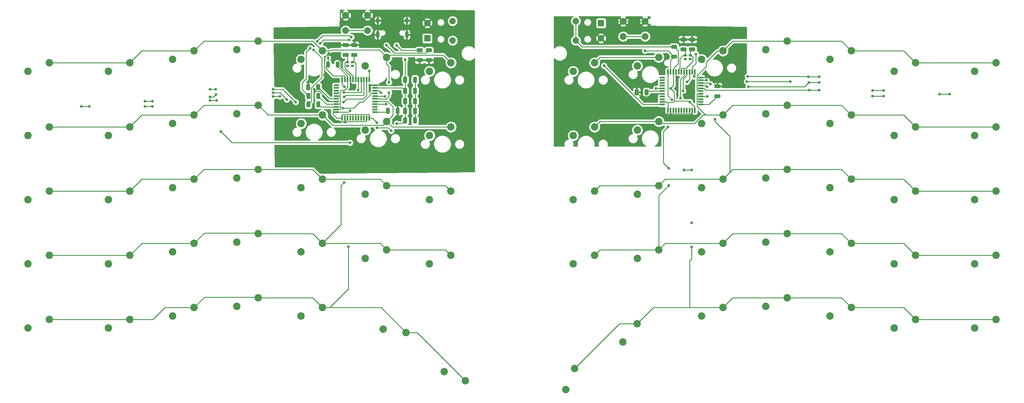
<source format=gbr>
%TF.GenerationSoftware,KiCad,Pcbnew,(5.1.10)-1*%
%TF.CreationDate,2021-08-08T19:30:52+02:00*%
%TF.ProjectId,T1,54312e6b-6963-4616-945f-706362585858,rev?*%
%TF.SameCoordinates,Original*%
%TF.FileFunction,Copper,L2,Bot*%
%TF.FilePolarity,Positive*%
%FSLAX46Y46*%
G04 Gerber Fmt 4.6, Leading zero omitted, Abs format (unit mm)*
G04 Created by KiCad (PCBNEW (5.1.10)-1) date 2021-08-08 19:30:52*
%MOMM*%
%LPD*%
G01*
G04 APERTURE LIST*
%TA.AperFunction,ComponentPad*%
%ADD10C,2.200000*%
%TD*%
%TA.AperFunction,ComponentPad*%
%ADD11O,1.000000X2.100000*%
%TD*%
%TA.AperFunction,ComponentPad*%
%ADD12O,1.000000X1.600000*%
%TD*%
%TA.AperFunction,SMDPad,CuDef*%
%ADD13R,0.900000X0.800000*%
%TD*%
%TA.AperFunction,SMDPad,CuDef*%
%ADD14R,0.550000X1.500000*%
%TD*%
%TA.AperFunction,SMDPad,CuDef*%
%ADD15R,1.500000X0.550000*%
%TD*%
%TA.AperFunction,ComponentPad*%
%ADD16C,2.000000*%
%TD*%
%TA.AperFunction,ComponentPad*%
%ADD17C,1.900000*%
%TD*%
%TA.AperFunction,ComponentPad*%
%ADD18R,1.900000X1.900000*%
%TD*%
%TA.AperFunction,ViaPad*%
%ADD19C,0.800000*%
%TD*%
%TA.AperFunction,Conductor*%
%ADD20C,0.250000*%
%TD*%
%TA.AperFunction,Conductor*%
%ADD21C,0.254000*%
%TD*%
%TA.AperFunction,Conductor*%
%ADD22C,0.100000*%
%TD*%
G04 APERTURE END LIST*
D10*
%TO.P,SW43,2*%
%TO.N,Net-(D41-Pad2)*%
X175418750Y-60864750D03*
%TO.P,SW43,1*%
%TO.N,/rightButtonSheet/row1*%
X181768750Y-58324750D03*
%TD*%
%TO.P,SW16,2*%
%TO.N,Net-(D16-Pad2)*%
X56610250Y-56038750D03*
%TO.P,SW16,1*%
%TO.N,/leftButtonSheet/row1*%
X62960250Y-53498750D03*
%TD*%
%TO.P,SW26,2*%
%TO.N,Net-(D26-Pad2)*%
X94710250Y-60864750D03*
%TO.P,SW26,1*%
%TO.N,/leftButtonSheet/row1*%
X101060250Y-58324750D03*
%TD*%
%TO.P,SW72,2*%
%TO.N,Net-(D70-Pad2)*%
X275494750Y-138715750D03*
%TO.P,SW72,1*%
%TO.N,/rightButtonSheet/row5*%
X281844750Y-136175750D03*
%TD*%
%TO.P,SW71,2*%
%TO.N,Net-(D69-Pad2)*%
X275494750Y-119665750D03*
%TO.P,SW71,1*%
%TO.N,/rightButtonSheet/row4*%
X281844750Y-117125750D03*
%TD*%
%TO.P,SW70,2*%
%TO.N,Net-(D68-Pad2)*%
X275494750Y-100615750D03*
%TO.P,SW70,1*%
%TO.N,/rightButtonSheet/row3*%
X281844750Y-98075750D03*
%TD*%
%TO.P,SW69,2*%
%TO.N,Net-(D67-Pad2)*%
X275494750Y-81565750D03*
%TO.P,SW69,1*%
%TO.N,/rightButtonSheet/row2*%
X281844750Y-79025750D03*
%TD*%
%TO.P,SW68,2*%
%TO.N,Net-(D66-Pad2)*%
X275494750Y-62515750D03*
%TO.P,SW68,1*%
%TO.N,/rightButtonSheet/row1*%
X281844750Y-59975750D03*
%TD*%
%TO.P,SW67,2*%
%TO.N,Net-(D65-Pad2)*%
X251618750Y-138715750D03*
%TO.P,SW67,1*%
%TO.N,/rightButtonSheet/row5*%
X257968750Y-136175750D03*
%TD*%
%TO.P,SW66,2*%
%TO.N,Net-(D64-Pad2)*%
X251618750Y-119665750D03*
%TO.P,SW66,1*%
%TO.N,/rightButtonSheet/row4*%
X257968750Y-117125750D03*
%TD*%
%TO.P,SW65,2*%
%TO.N,Net-(D63-Pad2)*%
X251618750Y-100615750D03*
%TO.P,SW65,1*%
%TO.N,/rightButtonSheet/row3*%
X257968750Y-98075750D03*
%TD*%
%TO.P,SW64,2*%
%TO.N,Net-(D62-Pad2)*%
X251618750Y-81565750D03*
%TO.P,SW64,1*%
%TO.N,/rightButtonSheet/row2*%
X257968750Y-79025750D03*
%TD*%
%TO.P,SW63,2*%
%TO.N,Net-(D61-Pad2)*%
X251618750Y-62515750D03*
%TO.P,SW63,1*%
%TO.N,/rightButtonSheet/row1*%
X257968750Y-59975750D03*
%TD*%
%TO.P,SW62,2*%
%TO.N,Net-(D60-Pad2)*%
X232568750Y-135159750D03*
%TO.P,SW62,1*%
%TO.N,/rightButtonSheet/row5*%
X238918750Y-132619750D03*
%TD*%
%TO.P,SW61,2*%
%TO.N,Net-(D59-Pad2)*%
X232568750Y-116109750D03*
%TO.P,SW61,1*%
%TO.N,/rightButtonSheet/row4*%
X238918750Y-113569750D03*
%TD*%
%TO.P,SW60,2*%
%TO.N,Net-(D58-Pad2)*%
X232568750Y-97059750D03*
%TO.P,SW60,1*%
%TO.N,/rightButtonSheet/row3*%
X238918750Y-94519750D03*
%TD*%
%TO.P,SW59,2*%
%TO.N,Net-(D57-Pad2)*%
X232568750Y-78009750D03*
%TO.P,SW59,1*%
%TO.N,/rightButtonSheet/row2*%
X238918750Y-75469750D03*
%TD*%
%TO.P,SW58,2*%
%TO.N,Net-(D56-Pad2)*%
X232568750Y-58959750D03*
%TO.P,SW58,1*%
%TO.N,/rightButtonSheet/row1*%
X238918750Y-56419750D03*
%TD*%
%TO.P,SW57,2*%
%TO.N,Net-(D55-Pad2)*%
X213518750Y-132238750D03*
%TO.P,SW57,1*%
%TO.N,/rightButtonSheet/row5*%
X219868750Y-129698750D03*
%TD*%
%TO.P,SW56,2*%
%TO.N,Net-(D54-Pad2)*%
X213518750Y-113188750D03*
%TO.P,SW56,1*%
%TO.N,/rightButtonSheet/row4*%
X219868750Y-110648750D03*
%TD*%
%TO.P,SW55,2*%
%TO.N,Net-(D53-Pad2)*%
X213518750Y-94138750D03*
%TO.P,SW55,1*%
%TO.N,/rightButtonSheet/row3*%
X219868750Y-91598750D03*
%TD*%
%TO.P,SW54,2*%
%TO.N,Net-(D52-Pad2)*%
X213518750Y-75088750D03*
%TO.P,SW54,1*%
%TO.N,/rightButtonSheet/row2*%
X219868750Y-72548750D03*
%TD*%
%TO.P,SW53,2*%
%TO.N,Net-(D51-Pad2)*%
X213518750Y-56038750D03*
%TO.P,SW53,1*%
%TO.N,/rightButtonSheet/row1*%
X219868750Y-53498750D03*
%TD*%
%TO.P,SW52,2*%
%TO.N,Net-(D50-Pad2)*%
X194468750Y-135159750D03*
%TO.P,SW52,1*%
%TO.N,/rightButtonSheet/row5*%
X200818750Y-132619750D03*
%TD*%
%TO.P,SW51,2*%
%TO.N,Net-(D49-Pad2)*%
X194468750Y-116109750D03*
%TO.P,SW51,1*%
%TO.N,/rightButtonSheet/row4*%
X200818750Y-113569750D03*
%TD*%
%TO.P,SW50,2*%
%TO.N,Net-(D48-Pad2)*%
X194468750Y-97059750D03*
%TO.P,SW50,1*%
%TO.N,/rightButtonSheet/row3*%
X200818750Y-94519750D03*
%TD*%
%TO.P,SW49,2*%
%TO.N,Net-(D47-Pad2)*%
X194468750Y-78009750D03*
%TO.P,SW49,1*%
%TO.N,/rightButtonSheet/row2*%
X200818750Y-75469750D03*
%TD*%
%TO.P,SW48,2*%
%TO.N,Net-(D46-Pad2)*%
X194468750Y-58959750D03*
%TO.P,SW48,1*%
%TO.N,/rightButtonSheet/row1*%
X200818750Y-56419750D03*
%TD*%
%TO.P,SW47,2*%
%TO.N,Net-(D45-Pad2)*%
X171103194Y-142820455D03*
%TO.P,SW47,1*%
%TO.N,/rightButtonSheet/row5*%
X175332455Y-137445750D03*
%TD*%
%TO.P,SW46,2*%
%TO.N,Net-(D44-Pad2)*%
X175418750Y-118014750D03*
%TO.P,SW46,1*%
%TO.N,/rightButtonSheet/row4*%
X181768750Y-115474750D03*
%TD*%
%TO.P,SW45,2*%
%TO.N,Net-(D43-Pad2)*%
X175418750Y-98964750D03*
%TO.P,SW45,1*%
%TO.N,/rightButtonSheet/row3*%
X181768750Y-96424750D03*
%TD*%
%TO.P,SW44,2*%
%TO.N,Net-(D42-Pad2)*%
X175418750Y-79914750D03*
%TO.P,SW44,1*%
%TO.N,/rightButtonSheet/row2*%
X181768750Y-77374750D03*
%TD*%
%TO.P,SW42,2*%
%TO.N,Net-(D40-Pad2)*%
X154164622Y-157012775D03*
%TO.P,SW42,1*%
%TO.N,/rightButtonSheet/row5*%
X156858699Y-150726596D03*
%TD*%
%TO.P,SW41,2*%
%TO.N,Net-(D39-Pad2)*%
X156368750Y-119665750D03*
%TO.P,SW41,1*%
%TO.N,/rightButtonSheet/row4*%
X162718750Y-117125750D03*
%TD*%
%TO.P,SW40,2*%
%TO.N,Net-(D38-Pad2)*%
X156368750Y-100615750D03*
%TO.P,SW40,1*%
%TO.N,/rightButtonSheet/row3*%
X162718750Y-98075750D03*
%TD*%
%TO.P,SW39,2*%
%TO.N,Net-(D37-Pad2)*%
X156368750Y-81565750D03*
%TO.P,SW39,1*%
%TO.N,/rightButtonSheet/row2*%
X162718750Y-79025750D03*
%TD*%
%TO.P,SW38,2*%
%TO.N,Net-(D36-Pad2)*%
X156368750Y-62515750D03*
%TO.P,SW38,1*%
%TO.N,/rightButtonSheet/row1*%
X162718750Y-59975750D03*
%TD*%
D11*
%TO.P,J1,S1*%
%TO.N,GND*%
X98391250Y-51612250D03*
X107031250Y-51612250D03*
D12*
X107031250Y-47432250D03*
X98391250Y-47432250D03*
%TD*%
D13*
%TO.P,Y2,4*%
%TO.N,N/C*%
X189704750Y-58874750D03*
%TO.P,Y2,3*%
X191104750Y-58874750D03*
%TO.P,Y2,2*%
%TO.N,Net-(C9-Pad1)*%
X191104750Y-57774750D03*
%TO.P,Y2,1*%
%TO.N,Net-(C10-Pad1)*%
X189704750Y-57774750D03*
%TD*%
%TO.P,Y1,4*%
%TO.N,N/C*%
X89438250Y-60906750D03*
%TO.P,Y1,3*%
X90838250Y-60906750D03*
%TO.P,Y1,2*%
%TO.N,Net-(C6-Pad1)*%
X90838250Y-59806750D03*
%TO.P,Y1,1*%
%TO.N,Net-(C7-Pad1)*%
X89438250Y-59806750D03*
%TD*%
D14*
%TO.P,U2,44*%
%TO.N,Net-(J3-PadT)*%
X184499750Y-74057750D03*
%TO.P,U2,43*%
%TO.N,Net-(C10-Pad2)*%
X185299750Y-74057750D03*
%TO.P,U2,42*%
%TO.N,Net-(U2-Pad42)*%
X186099750Y-74057750D03*
%TO.P,U2,41*%
%TO.N,Net-(U2-Pad41)*%
X186899750Y-74057750D03*
%TO.P,U2,40*%
%TO.N,Net-(U2-Pad40)*%
X187699750Y-74057750D03*
%TO.P,U2,39*%
%TO.N,Net-(U2-Pad39)*%
X188499750Y-74057750D03*
%TO.P,U2,38*%
%TO.N,Net-(U2-Pad38)*%
X189299750Y-74057750D03*
%TO.P,U2,37*%
%TO.N,Net-(U2-Pad37)*%
X190099750Y-74057750D03*
%TO.P,U2,36*%
%TO.N,Net-(U2-Pad36)*%
X190899750Y-74057750D03*
%TO.P,U2,35*%
%TO.N,Net-(C10-Pad2)*%
X191699750Y-74057750D03*
%TO.P,U2,34*%
%TO.N,Net-(J3-PadT)*%
X192499750Y-74057750D03*
D15*
%TO.P,U2,33*%
%TO.N,Net-(R6-Pad1)*%
X194199750Y-72357750D03*
%TO.P,U2,32*%
%TO.N,Net-(U2-Pad32)*%
X194199750Y-71557750D03*
%TO.P,U2,31*%
%TO.N,Net-(U2-Pad31)*%
X194199750Y-70757750D03*
%TO.P,U2,30*%
%TO.N,/rightButtonSheet/row3*%
X194199750Y-69957750D03*
%TO.P,U2,29*%
%TO.N,/rightButtonSheet/row2*%
X194199750Y-69157750D03*
%TO.P,U2,28*%
%TO.N,/rightButtonSheet/row1*%
X194199750Y-68357750D03*
%TO.P,U2,27*%
%TO.N,/rightButtonSheet/column7*%
X194199750Y-67557750D03*
%TO.P,U2,26*%
%TO.N,/rightButtonSheet/column6*%
X194199750Y-66757750D03*
%TO.P,U2,25*%
%TO.N,/rightButtonSheet/column4*%
X194199750Y-65957750D03*
%TO.P,U2,24*%
%TO.N,Net-(J3-PadT)*%
X194199750Y-65157750D03*
%TO.P,U2,23*%
%TO.N,Net-(C10-Pad2)*%
X194199750Y-64357750D03*
D14*
%TO.P,U2,22*%
%TO.N,/rightButtonSheet/column5*%
X192499750Y-62657750D03*
%TO.P,U2,21*%
%TO.N,/rightButtonSheet/column3*%
X191699750Y-62657750D03*
%TO.P,U2,20*%
%TO.N,/rightButtonSheet/column2*%
X190899750Y-62657750D03*
%TO.P,U2,19*%
%TO.N,/rightButtonSheet/column1*%
X190099750Y-62657750D03*
%TO.P,U2,18*%
%TO.N,/rightButtonSheet/row5*%
X189299750Y-62657750D03*
%TO.P,U2,17*%
%TO.N,Net-(C9-Pad1)*%
X188499750Y-62657750D03*
%TO.P,U2,16*%
%TO.N,Net-(C10-Pad1)*%
X187699750Y-62657750D03*
%TO.P,U2,15*%
%TO.N,Net-(C10-Pad2)*%
X186899750Y-62657750D03*
%TO.P,U2,14*%
%TO.N,Net-(J3-PadT)*%
X186099750Y-62657750D03*
%TO.P,U2,13*%
%TO.N,Net-(R5-Pad2)*%
X185299750Y-62657750D03*
%TO.P,U2,12*%
%TO.N,/rightButtonSheet/row4*%
X184499750Y-62657750D03*
D15*
%TO.P,U2,11*%
%TO.N,Net-(U2-Pad11)*%
X182799750Y-64357750D03*
%TO.P,U2,10*%
%TO.N,Net-(U2-Pad10)*%
X182799750Y-65157750D03*
%TO.P,U2,9*%
%TO.N,Net-(U2-Pad9)*%
X182799750Y-65957750D03*
%TO.P,U2,8*%
%TO.N,Net-(U2-Pad8)*%
X182799750Y-66757750D03*
%TO.P,U2,7*%
%TO.N,Net-(J3-PadT)*%
X182799750Y-67557750D03*
%TO.P,U2,6*%
%TO.N,Net-(C11-Pad2)*%
X182799750Y-68357750D03*
%TO.P,U2,5*%
%TO.N,Net-(C10-Pad2)*%
X182799750Y-69157750D03*
%TO.P,U2,4*%
%TO.N,Net-(U2-Pad4)*%
X182799750Y-69957750D03*
%TO.P,U2,3*%
%TO.N,Net-(U2-Pad3)*%
X182799750Y-70757750D03*
%TO.P,U2,2*%
%TO.N,Net-(J3-PadT)*%
X182799750Y-71557750D03*
%TO.P,U2,1*%
%TO.N,Net-(J3-PadR)*%
X182799750Y-72357750D03*
%TD*%
D14*
%TO.P,U1,44*%
%TO.N,VCC*%
X87852750Y-76343750D03*
%TO.P,U1,43*%
%TO.N,GND*%
X88652750Y-76343750D03*
%TO.P,U1,42*%
%TO.N,Net-(U1-Pad42)*%
X89452750Y-76343750D03*
%TO.P,U1,41*%
%TO.N,Net-(U1-Pad41)*%
X90252750Y-76343750D03*
%TO.P,U1,40*%
%TO.N,Net-(U1-Pad40)*%
X91052750Y-76343750D03*
%TO.P,U1,39*%
%TO.N,Net-(U1-Pad39)*%
X91852750Y-76343750D03*
%TO.P,U1,38*%
%TO.N,Net-(U1-Pad38)*%
X92652750Y-76343750D03*
%TO.P,U1,37*%
%TO.N,Net-(U1-Pad37)*%
X93452750Y-76343750D03*
%TO.P,U1,36*%
%TO.N,Net-(U1-Pad36)*%
X94252750Y-76343750D03*
%TO.P,U1,35*%
%TO.N,GND*%
X95052750Y-76343750D03*
%TO.P,U1,34*%
%TO.N,VCC*%
X95852750Y-76343750D03*
D15*
%TO.P,U1,33*%
%TO.N,Net-(R4-Pad1)*%
X97552750Y-74643750D03*
%TO.P,U1,32*%
%TO.N,Net-(U1-Pad32)*%
X97552750Y-73843750D03*
%TO.P,U1,31*%
%TO.N,Net-(U1-Pad31)*%
X97552750Y-73043750D03*
%TO.P,U1,30*%
%TO.N,/leftButtonSheet/row3*%
X97552750Y-72243750D03*
%TO.P,U1,29*%
%TO.N,/leftButtonSheet/row2*%
X97552750Y-71443750D03*
%TO.P,U1,28*%
%TO.N,/leftButtonSheet/row1*%
X97552750Y-70643750D03*
%TO.P,U1,27*%
%TO.N,/leftButtonSheet/column7*%
X97552750Y-69843750D03*
%TO.P,U1,26*%
%TO.N,/leftButtonSheet/column6*%
X97552750Y-69043750D03*
%TO.P,U1,25*%
%TO.N,/leftButtonSheet/column4*%
X97552750Y-68243750D03*
%TO.P,U1,24*%
%TO.N,VCC*%
X97552750Y-67443750D03*
%TO.P,U1,23*%
%TO.N,GND*%
X97552750Y-66643750D03*
D14*
%TO.P,U1,22*%
%TO.N,/leftButtonSheet/column5*%
X95852750Y-64943750D03*
%TO.P,U1,21*%
%TO.N,/leftButtonSheet/column3*%
X95052750Y-64943750D03*
%TO.P,U1,20*%
%TO.N,/leftButtonSheet/column2*%
X94252750Y-64943750D03*
%TO.P,U1,19*%
%TO.N,/leftButtonSheet/column1*%
X93452750Y-64943750D03*
%TO.P,U1,18*%
%TO.N,/leftButtonSheet/row5*%
X92652750Y-64943750D03*
%TO.P,U1,17*%
%TO.N,Net-(C6-Pad1)*%
X91852750Y-64943750D03*
%TO.P,U1,16*%
%TO.N,Net-(C7-Pad1)*%
X91052750Y-64943750D03*
%TO.P,U1,15*%
%TO.N,GND*%
X90252750Y-64943750D03*
%TO.P,U1,14*%
%TO.N,VCC*%
X89452750Y-64943750D03*
%TO.P,U1,13*%
%TO.N,Net-(R1-Pad2)*%
X88652750Y-64943750D03*
%TO.P,U1,12*%
%TO.N,/leftButtonSheet/row4*%
X87852750Y-64943750D03*
D15*
%TO.P,U1,11*%
%TO.N,Net-(U1-Pad11)*%
X86152750Y-66643750D03*
%TO.P,U1,10*%
%TO.N,Net-(U1-Pad10)*%
X86152750Y-67443750D03*
%TO.P,U1,9*%
%TO.N,Net-(U1-Pad9)*%
X86152750Y-68243750D03*
%TO.P,U1,8*%
%TO.N,Net-(U1-Pad8)*%
X86152750Y-69043750D03*
%TO.P,U1,7*%
%TO.N,VCC*%
X86152750Y-69843750D03*
%TO.P,U1,6*%
%TO.N,Net-(C8-Pad2)*%
X86152750Y-70643750D03*
%TO.P,U1,5*%
%TO.N,GND*%
X86152750Y-71443750D03*
%TO.P,U1,4*%
%TO.N,Net-(R3-Pad1)*%
X86152750Y-72243750D03*
%TO.P,U1,3*%
%TO.N,Net-(R2-Pad1)*%
X86152750Y-73043750D03*
%TO.P,U1,2*%
%TO.N,VCC*%
X86152750Y-73843750D03*
%TO.P,U1,1*%
%TO.N,Net-(J2-PadR)*%
X86152750Y-74643750D03*
%TD*%
D16*
%TO.P,SW37,1*%
%TO.N,Net-(C10-Pad2)*%
X177727750Y-47656750D03*
%TO.P,SW37,2*%
%TO.N,Net-(R5-Pad2)*%
X177727750Y-52156750D03*
%TO.P,SW37,1*%
%TO.N,Net-(C10-Pad2)*%
X171227750Y-47656750D03*
%TO.P,SW37,2*%
%TO.N,Net-(R5-Pad2)*%
X171227750Y-52156750D03*
%TD*%
%TO.P,SW36,1*%
%TO.N,GND*%
X95368250Y-45878750D03*
%TO.P,SW36,2*%
%TO.N,Net-(R1-Pad2)*%
X95368250Y-50378750D03*
%TO.P,SW36,1*%
%TO.N,GND*%
X88868250Y-45878750D03*
%TO.P,SW36,2*%
%TO.N,Net-(R1-Pad2)*%
X88868250Y-50378750D03*
%TD*%
D10*
%TO.P,SW35,2*%
%TO.N,Net-(D35-Pad2)*%
X118142071Y-151642673D03*
%TO.P,SW35,1*%
%TO.N,/leftButtonSheet/row5*%
X124428250Y-154336750D03*
%TD*%
%TO.P,SW34,2*%
%TO.N,Net-(D34-Pad2)*%
X113760250Y-119665750D03*
%TO.P,SW34,1*%
%TO.N,/leftButtonSheet/row4*%
X120110250Y-117125750D03*
%TD*%
%TO.P,SW33,2*%
%TO.N,Net-(D33-Pad2)*%
X113760250Y-100615750D03*
%TO.P,SW33,1*%
%TO.N,/leftButtonSheet/row3*%
X120110250Y-98075750D03*
%TD*%
%TO.P,SW32,2*%
%TO.N,Net-(D32-Pad2)*%
X113760250Y-81565750D03*
%TO.P,SW32,1*%
%TO.N,/leftButtonSheet/row2*%
X120110250Y-79025750D03*
%TD*%
%TO.P,SW31,2*%
%TO.N,Net-(D31-Pad2)*%
X113760250Y-62515750D03*
%TO.P,SW31,1*%
%TO.N,/leftButtonSheet/row1*%
X120110250Y-59975750D03*
%TD*%
%TO.P,SW30,2*%
%TO.N,Net-(D30-Pad2)*%
X100046694Y-139056046D03*
%TO.P,SW30,1*%
%TO.N,/leftButtonSheet/row5*%
X106815955Y-140031341D03*
%TD*%
%TO.P,SW29,2*%
%TO.N,Net-(D29-Pad2)*%
X94710250Y-118014750D03*
%TO.P,SW29,1*%
%TO.N,/leftButtonSheet/row4*%
X101060250Y-115474750D03*
%TD*%
%TO.P,SW28,2*%
%TO.N,Net-(D28-Pad2)*%
X94710250Y-98964750D03*
%TO.P,SW28,1*%
%TO.N,/leftButtonSheet/row3*%
X101060250Y-96424750D03*
%TD*%
%TO.P,SW27,2*%
%TO.N,Net-(D27-Pad2)*%
X94710250Y-79914750D03*
%TO.P,SW27,1*%
%TO.N,/leftButtonSheet/row2*%
X101060250Y-77374750D03*
%TD*%
%TO.P,SW25,2*%
%TO.N,Net-(D25-Pad2)*%
X75660250Y-135159750D03*
%TO.P,SW25,1*%
%TO.N,/leftButtonSheet/row5*%
X82010250Y-132619750D03*
%TD*%
%TO.P,SW24,2*%
%TO.N,Net-(D24-Pad2)*%
X75660250Y-116109750D03*
%TO.P,SW24,1*%
%TO.N,/leftButtonSheet/row4*%
X82010250Y-113569750D03*
%TD*%
%TO.P,SW23,2*%
%TO.N,Net-(D23-Pad2)*%
X75660250Y-97059750D03*
%TO.P,SW23,1*%
%TO.N,/leftButtonSheet/row3*%
X82010250Y-94519750D03*
%TD*%
%TO.P,SW22,2*%
%TO.N,Net-(D22-Pad2)*%
X75660250Y-78009750D03*
%TO.P,SW22,1*%
%TO.N,/leftButtonSheet/row2*%
X82010250Y-75469750D03*
%TD*%
%TO.P,SW21,2*%
%TO.N,Net-(D21-Pad2)*%
X75660250Y-58959750D03*
%TO.P,SW21,1*%
%TO.N,/leftButtonSheet/row1*%
X82010250Y-56419750D03*
%TD*%
%TO.P,SW20,2*%
%TO.N,Net-(D20-Pad2)*%
X56610250Y-132238750D03*
%TO.P,SW20,1*%
%TO.N,/leftButtonSheet/row5*%
X62960250Y-129698750D03*
%TD*%
%TO.P,SW19,2*%
%TO.N,Net-(D19-Pad2)*%
X56610250Y-113188750D03*
%TO.P,SW19,1*%
%TO.N,/leftButtonSheet/row4*%
X62960250Y-110648750D03*
%TD*%
%TO.P,SW18,2*%
%TO.N,Net-(D18-Pad2)*%
X56610250Y-94138750D03*
%TO.P,SW18,1*%
%TO.N,/leftButtonSheet/row3*%
X62960250Y-91598750D03*
%TD*%
%TO.P,SW17,2*%
%TO.N,Net-(D17-Pad2)*%
X56610250Y-75088750D03*
%TO.P,SW17,1*%
%TO.N,/leftButtonSheet/row2*%
X62960250Y-72548750D03*
%TD*%
%TO.P,SW15,2*%
%TO.N,Net-(D15-Pad2)*%
X37560250Y-135159750D03*
%TO.P,SW15,1*%
%TO.N,/leftButtonSheet/row5*%
X43910250Y-132619750D03*
%TD*%
%TO.P,SW14,2*%
%TO.N,Net-(D14-Pad2)*%
X37560250Y-116109750D03*
%TO.P,SW14,1*%
%TO.N,/leftButtonSheet/row4*%
X43910250Y-113569750D03*
%TD*%
%TO.P,SW13,2*%
%TO.N,Net-(D13-Pad2)*%
X37560250Y-97059750D03*
%TO.P,SW13,1*%
%TO.N,/leftButtonSheet/row3*%
X43910250Y-94519750D03*
%TD*%
%TO.P,SW12,2*%
%TO.N,Net-(D12-Pad2)*%
X37560250Y-78009750D03*
%TO.P,SW12,1*%
%TO.N,/leftButtonSheet/row2*%
X43910250Y-75469750D03*
%TD*%
%TO.P,SW11,2*%
%TO.N,Net-(D11-Pad2)*%
X37560250Y-58959750D03*
%TO.P,SW11,1*%
%TO.N,/leftButtonSheet/row1*%
X43910250Y-56419750D03*
%TD*%
%TO.P,SW10,2*%
%TO.N,Net-(D10-Pad2)*%
X18510250Y-138715750D03*
%TO.P,SW10,1*%
%TO.N,/leftButtonSheet/row5*%
X24860250Y-136175750D03*
%TD*%
%TO.P,SW9,2*%
%TO.N,Net-(D9-Pad2)*%
X18510250Y-119665750D03*
%TO.P,SW9,1*%
%TO.N,/leftButtonSheet/row4*%
X24860250Y-117125750D03*
%TD*%
%TO.P,SW8,2*%
%TO.N,Net-(D8-Pad2)*%
X18510250Y-100615750D03*
%TO.P,SW8,1*%
%TO.N,/leftButtonSheet/row3*%
X24860250Y-98075750D03*
%TD*%
%TO.P,SW7,2*%
%TO.N,Net-(D7-Pad2)*%
X18510250Y-81565750D03*
%TO.P,SW7,1*%
%TO.N,/leftButtonSheet/row2*%
X24860250Y-79025750D03*
%TD*%
%TO.P,SW6,2*%
%TO.N,Net-(D6-Pad2)*%
X18510250Y-62515750D03*
%TO.P,SW6,1*%
%TO.N,/leftButtonSheet/row1*%
X24860250Y-59975750D03*
%TD*%
%TO.P,SW5,2*%
%TO.N,Net-(D5-Pad2)*%
X-5365750Y-138715750D03*
%TO.P,SW5,1*%
%TO.N,/leftButtonSheet/row5*%
X984250Y-136175750D03*
%TD*%
%TO.P,SW4,2*%
%TO.N,Net-(D4-Pad2)*%
X-5365750Y-119665750D03*
%TO.P,SW4,1*%
%TO.N,/leftButtonSheet/row4*%
X984250Y-117125750D03*
%TD*%
%TO.P,SW3,2*%
%TO.N,Net-(D3-Pad2)*%
X-5365750Y-100615750D03*
%TO.P,SW3,1*%
%TO.N,/leftButtonSheet/row3*%
X984250Y-98075750D03*
%TD*%
%TO.P,SW2,2*%
%TO.N,Net-(D2-Pad2)*%
X-5365750Y-81565750D03*
%TO.P,SW2,1*%
%TO.N,/leftButtonSheet/row2*%
X984250Y-79025750D03*
%TD*%
%TO.P,SW1,2*%
%TO.N,Net-(D1-Pad2)*%
X-5365750Y-62515750D03*
%TO.P,SW1,1*%
%TO.N,/leftButtonSheet/row1*%
X984250Y-59975750D03*
%TD*%
%TO.P,R8,2*%
%TO.N,Net-(J1-PadB5)*%
%TA.AperFunction,SMDPad,CuDef*%
G36*
G01*
X114194751Y-56789750D02*
X112944749Y-56789750D01*
G75*
G02*
X112694750Y-56539751I0J249999D01*
G01*
X112694750Y-55914749D01*
G75*
G02*
X112944749Y-55664750I249999J0D01*
G01*
X114194751Y-55664750D01*
G75*
G02*
X114444750Y-55914749I0J-249999D01*
G01*
X114444750Y-56539751D01*
G75*
G02*
X114194751Y-56789750I-249999J0D01*
G01*
G37*
%TD.AperFunction*%
%TO.P,R8,1*%
%TO.N,GND*%
%TA.AperFunction,SMDPad,CuDef*%
G36*
G01*
X114194751Y-59714750D02*
X112944749Y-59714750D01*
G75*
G02*
X112694750Y-59464751I0J249999D01*
G01*
X112694750Y-58839749D01*
G75*
G02*
X112944749Y-58589750I249999J0D01*
G01*
X114194751Y-58589750D01*
G75*
G02*
X114444750Y-58839749I0J-249999D01*
G01*
X114444750Y-59464751D01*
G75*
G02*
X114194751Y-59714750I-249999J0D01*
G01*
G37*
%TD.AperFunction*%
%TD*%
%TO.P,R7,2*%
%TO.N,Net-(J1-PadA5)*%
%TA.AperFunction,SMDPad,CuDef*%
G36*
G01*
X111464251Y-56789750D02*
X110214249Y-56789750D01*
G75*
G02*
X109964250Y-56539751I0J249999D01*
G01*
X109964250Y-55914749D01*
G75*
G02*
X110214249Y-55664750I249999J0D01*
G01*
X111464251Y-55664750D01*
G75*
G02*
X111714250Y-55914749I0J-249999D01*
G01*
X111714250Y-56539751D01*
G75*
G02*
X111464251Y-56789750I-249999J0D01*
G01*
G37*
%TD.AperFunction*%
%TO.P,R7,1*%
%TO.N,GND*%
%TA.AperFunction,SMDPad,CuDef*%
G36*
G01*
X111464251Y-59714750D02*
X110214249Y-59714750D01*
G75*
G02*
X109964250Y-59464751I0J249999D01*
G01*
X109964250Y-58839749D01*
G75*
G02*
X110214249Y-58589750I249999J0D01*
G01*
X111464251Y-58589750D01*
G75*
G02*
X111714250Y-58839749I0J-249999D01*
G01*
X111714250Y-59464751D01*
G75*
G02*
X111464251Y-59714750I-249999J0D01*
G01*
G37*
%TD.AperFunction*%
%TD*%
%TO.P,R6,2*%
%TO.N,Net-(C10-Pad2)*%
%TA.AperFunction,SMDPad,CuDef*%
G36*
G01*
X199792751Y-67519250D02*
X198542749Y-67519250D01*
G75*
G02*
X198292750Y-67269251I0J249999D01*
G01*
X198292750Y-66644249D01*
G75*
G02*
X198542749Y-66394250I249999J0D01*
G01*
X199792751Y-66394250D01*
G75*
G02*
X200042750Y-66644249I0J-249999D01*
G01*
X200042750Y-67269251D01*
G75*
G02*
X199792751Y-67519250I-249999J0D01*
G01*
G37*
%TD.AperFunction*%
%TO.P,R6,1*%
%TO.N,Net-(R6-Pad1)*%
%TA.AperFunction,SMDPad,CuDef*%
G36*
G01*
X199792751Y-70444250D02*
X198542749Y-70444250D01*
G75*
G02*
X198292750Y-70194251I0J249999D01*
G01*
X198292750Y-69569249D01*
G75*
G02*
X198542749Y-69319250I249999J0D01*
G01*
X199792751Y-69319250D01*
G75*
G02*
X200042750Y-69569249I0J-249999D01*
G01*
X200042750Y-70194251D01*
G75*
G02*
X199792751Y-70444250I-249999J0D01*
G01*
G37*
%TD.AperFunction*%
%TD*%
%TO.P,R5,2*%
%TO.N,Net-(R5-Pad2)*%
%TA.AperFunction,SMDPad,CuDef*%
G36*
G01*
X185715749Y-57573750D02*
X186965751Y-57573750D01*
G75*
G02*
X187215750Y-57823749I0J-249999D01*
G01*
X187215750Y-58448751D01*
G75*
G02*
X186965751Y-58698750I-249999J0D01*
G01*
X185715749Y-58698750D01*
G75*
G02*
X185465750Y-58448751I0J249999D01*
G01*
X185465750Y-57823749D01*
G75*
G02*
X185715749Y-57573750I249999J0D01*
G01*
G37*
%TD.AperFunction*%
%TO.P,R5,1*%
%TO.N,Net-(J3-PadT)*%
%TA.AperFunction,SMDPad,CuDef*%
G36*
G01*
X185715749Y-54648750D02*
X186965751Y-54648750D01*
G75*
G02*
X187215750Y-54898749I0J-249999D01*
G01*
X187215750Y-55523751D01*
G75*
G02*
X186965751Y-55773750I-249999J0D01*
G01*
X185715749Y-55773750D01*
G75*
G02*
X185465750Y-55523751I0J249999D01*
G01*
X185465750Y-54898749D01*
G75*
G02*
X185715749Y-54648750I249999J0D01*
G01*
G37*
%TD.AperFunction*%
%TD*%
%TO.P,R4,2*%
%TO.N,GND*%
%TA.AperFunction,SMDPad,CuDef*%
G36*
G01*
X103738250Y-74824751D02*
X103738250Y-73574749D01*
G75*
G02*
X103988249Y-73324750I249999J0D01*
G01*
X104613251Y-73324750D01*
G75*
G02*
X104863250Y-73574749I0J-249999D01*
G01*
X104863250Y-74824751D01*
G75*
G02*
X104613251Y-75074750I-249999J0D01*
G01*
X103988249Y-75074750D01*
G75*
G02*
X103738250Y-74824751I0J249999D01*
G01*
G37*
%TD.AperFunction*%
%TO.P,R4,1*%
%TO.N,Net-(R4-Pad1)*%
%TA.AperFunction,SMDPad,CuDef*%
G36*
G01*
X100813250Y-74824751D02*
X100813250Y-73574749D01*
G75*
G02*
X101063249Y-73324750I249999J0D01*
G01*
X101688251Y-73324750D01*
G75*
G02*
X101938250Y-73574749I0J-249999D01*
G01*
X101938250Y-74824751D01*
G75*
G02*
X101688251Y-75074750I-249999J0D01*
G01*
X101063249Y-75074750D01*
G75*
G02*
X100813250Y-74824751I0J249999D01*
G01*
G37*
%TD.AperFunction*%
%TD*%
%TO.P,R3,2*%
%TO.N,Net-(J1-PadA6)*%
%TA.AperFunction,SMDPad,CuDef*%
G36*
G01*
X78379750Y-69193249D02*
X78379750Y-70443251D01*
G75*
G02*
X78129751Y-70693250I-249999J0D01*
G01*
X77504749Y-70693250D01*
G75*
G02*
X77254750Y-70443251I0J249999D01*
G01*
X77254750Y-69193249D01*
G75*
G02*
X77504749Y-68943250I249999J0D01*
G01*
X78129751Y-68943250D01*
G75*
G02*
X78379750Y-69193249I0J-249999D01*
G01*
G37*
%TD.AperFunction*%
%TO.P,R3,1*%
%TO.N,Net-(R3-Pad1)*%
%TA.AperFunction,SMDPad,CuDef*%
G36*
G01*
X81304750Y-69193249D02*
X81304750Y-70443251D01*
G75*
G02*
X81054751Y-70693250I-249999J0D01*
G01*
X80429749Y-70693250D01*
G75*
G02*
X80179750Y-70443251I0J249999D01*
G01*
X80179750Y-69193249D01*
G75*
G02*
X80429749Y-68943250I249999J0D01*
G01*
X81054751Y-68943250D01*
G75*
G02*
X81304750Y-69193249I0J-249999D01*
G01*
G37*
%TD.AperFunction*%
%TD*%
%TO.P,R2,2*%
%TO.N,Net-(J1-PadA7)*%
%TA.AperFunction,SMDPad,CuDef*%
G36*
G01*
X78379750Y-71669749D02*
X78379750Y-72919751D01*
G75*
G02*
X78129751Y-73169750I-249999J0D01*
G01*
X77504749Y-73169750D01*
G75*
G02*
X77254750Y-72919751I0J249999D01*
G01*
X77254750Y-71669749D01*
G75*
G02*
X77504749Y-71419750I249999J0D01*
G01*
X78129751Y-71419750D01*
G75*
G02*
X78379750Y-71669749I0J-249999D01*
G01*
G37*
%TD.AperFunction*%
%TO.P,R2,1*%
%TO.N,Net-(R2-Pad1)*%
%TA.AperFunction,SMDPad,CuDef*%
G36*
G01*
X81304750Y-71669749D02*
X81304750Y-72919751D01*
G75*
G02*
X81054751Y-73169750I-249999J0D01*
G01*
X80429749Y-73169750D01*
G75*
G02*
X80179750Y-72919751I0J249999D01*
G01*
X80179750Y-71669749D01*
G75*
G02*
X80429749Y-71419750I249999J0D01*
G01*
X81054751Y-71419750D01*
G75*
G02*
X81304750Y-71669749I0J-249999D01*
G01*
G37*
%TD.AperFunction*%
%TD*%
%TO.P,R1,2*%
%TO.N,Net-(R1-Pad2)*%
%TA.AperFunction,SMDPad,CuDef*%
G36*
G01*
X84158250Y-59858749D02*
X84158250Y-61108751D01*
G75*
G02*
X83908251Y-61358750I-249999J0D01*
G01*
X83283249Y-61358750D01*
G75*
G02*
X83033250Y-61108751I0J249999D01*
G01*
X83033250Y-59858749D01*
G75*
G02*
X83283249Y-59608750I249999J0D01*
G01*
X83908251Y-59608750D01*
G75*
G02*
X84158250Y-59858749I0J-249999D01*
G01*
G37*
%TD.AperFunction*%
%TO.P,R1,1*%
%TO.N,VCC*%
%TA.AperFunction,SMDPad,CuDef*%
G36*
G01*
X87083250Y-59858749D02*
X87083250Y-61108751D01*
G75*
G02*
X86833251Y-61358750I-249999J0D01*
G01*
X86208249Y-61358750D01*
G75*
G02*
X85958250Y-61108751I0J249999D01*
G01*
X85958250Y-59858749D01*
G75*
G02*
X86208249Y-59608750I249999J0D01*
G01*
X86833251Y-59608750D01*
G75*
G02*
X87083250Y-59858749I0J-249999D01*
G01*
G37*
%TD.AperFunction*%
%TD*%
D17*
%TO.P,J3,S*%
%TO.N,Net-(C10-Pad2)*%
X164646750Y-52700750D03*
D18*
%TO.P,J3,R*%
%TO.N,Net-(J3-PadR)*%
X164646750Y-48200750D03*
D17*
%TO.P,J3,T*%
%TO.N,Net-(J3-PadT)*%
X157146750Y-53350750D03*
X157146750Y-47550750D03*
%TD*%
%TO.P,J2,S*%
%TO.N,GND*%
X113102250Y-48200750D03*
D18*
%TO.P,J2,R*%
%TO.N,Net-(J2-PadR)*%
X113102250Y-52700750D03*
D17*
%TO.P,J2,T*%
%TO.N,VCC*%
X120602250Y-47550750D03*
X120602250Y-53350750D03*
%TD*%
%TO.P,C11,2*%
%TO.N,Net-(C11-Pad2)*%
%TA.AperFunction,SMDPad,CuDef*%
G36*
G01*
X177588750Y-69388751D02*
X177588750Y-68088749D01*
G75*
G02*
X177838749Y-67838750I249999J0D01*
G01*
X178488751Y-67838750D01*
G75*
G02*
X178738750Y-68088749I0J-249999D01*
G01*
X178738750Y-69388751D01*
G75*
G02*
X178488751Y-69638750I-249999J0D01*
G01*
X177838749Y-69638750D01*
G75*
G02*
X177588750Y-69388751I0J249999D01*
G01*
G37*
%TD.AperFunction*%
%TO.P,C11,1*%
%TO.N,Net-(C10-Pad2)*%
%TA.AperFunction,SMDPad,CuDef*%
G36*
G01*
X174638750Y-69388751D02*
X174638750Y-68088749D01*
G75*
G02*
X174888749Y-67838750I249999J0D01*
G01*
X175538751Y-67838750D01*
G75*
G02*
X175788750Y-68088749I0J-249999D01*
G01*
X175788750Y-69388751D01*
G75*
G02*
X175538751Y-69638750I-249999J0D01*
G01*
X174888749Y-69638750D01*
G75*
G02*
X174638750Y-69388751I0J249999D01*
G01*
G37*
%TD.AperFunction*%
%TD*%
%TO.P,C10,2*%
%TO.N,Net-(C10-Pad2)*%
%TA.AperFunction,SMDPad,CuDef*%
G36*
G01*
X189784751Y-53614750D02*
X188484749Y-53614750D01*
G75*
G02*
X188234750Y-53364751I0J249999D01*
G01*
X188234750Y-52714749D01*
G75*
G02*
X188484749Y-52464750I249999J0D01*
G01*
X189784751Y-52464750D01*
G75*
G02*
X190034750Y-52714749I0J-249999D01*
G01*
X190034750Y-53364751D01*
G75*
G02*
X189784751Y-53614750I-249999J0D01*
G01*
G37*
%TD.AperFunction*%
%TO.P,C10,1*%
%TO.N,Net-(C10-Pad1)*%
%TA.AperFunction,SMDPad,CuDef*%
G36*
G01*
X189784751Y-56564750D02*
X188484749Y-56564750D01*
G75*
G02*
X188234750Y-56314751I0J249999D01*
G01*
X188234750Y-55664749D01*
G75*
G02*
X188484749Y-55414750I249999J0D01*
G01*
X189784751Y-55414750D01*
G75*
G02*
X190034750Y-55664749I0J-249999D01*
G01*
X190034750Y-56314751D01*
G75*
G02*
X189784751Y-56564750I-249999J0D01*
G01*
G37*
%TD.AperFunction*%
%TD*%
%TO.P,C9,2*%
%TO.N,Net-(C10-Pad2)*%
%TA.AperFunction,SMDPad,CuDef*%
G36*
G01*
X192324751Y-53614750D02*
X191024749Y-53614750D01*
G75*
G02*
X190774750Y-53364751I0J249999D01*
G01*
X190774750Y-52714749D01*
G75*
G02*
X191024749Y-52464750I249999J0D01*
G01*
X192324751Y-52464750D01*
G75*
G02*
X192574750Y-52714749I0J-249999D01*
G01*
X192574750Y-53364751D01*
G75*
G02*
X192324751Y-53614750I-249999J0D01*
G01*
G37*
%TD.AperFunction*%
%TO.P,C9,1*%
%TO.N,Net-(C9-Pad1)*%
%TA.AperFunction,SMDPad,CuDef*%
G36*
G01*
X192324751Y-56564750D02*
X191024749Y-56564750D01*
G75*
G02*
X190774750Y-56314751I0J249999D01*
G01*
X190774750Y-55664749D01*
G75*
G02*
X191024749Y-55414750I249999J0D01*
G01*
X192324751Y-55414750D01*
G75*
G02*
X192574750Y-55664749I0J-249999D01*
G01*
X192574750Y-56314751D01*
G75*
G02*
X192324751Y-56564750I-249999J0D01*
G01*
G37*
%TD.AperFunction*%
%TD*%
%TO.P,C8,2*%
%TO.N,Net-(C8-Pad2)*%
%TA.AperFunction,SMDPad,CuDef*%
G36*
G01*
X80116250Y-67864751D02*
X80116250Y-66564749D01*
G75*
G02*
X80366249Y-66314750I249999J0D01*
G01*
X81016251Y-66314750D01*
G75*
G02*
X81266250Y-66564749I0J-249999D01*
G01*
X81266250Y-67864751D01*
G75*
G02*
X81016251Y-68114750I-249999J0D01*
G01*
X80366249Y-68114750D01*
G75*
G02*
X80116250Y-67864751I0J249999D01*
G01*
G37*
%TD.AperFunction*%
%TO.P,C8,1*%
%TO.N,GND*%
%TA.AperFunction,SMDPad,CuDef*%
G36*
G01*
X77166250Y-67864751D02*
X77166250Y-66564749D01*
G75*
G02*
X77416249Y-66314750I249999J0D01*
G01*
X78066251Y-66314750D01*
G75*
G02*
X78316250Y-66564749I0J-249999D01*
G01*
X78316250Y-67864751D01*
G75*
G02*
X78066251Y-68114750I-249999J0D01*
G01*
X77416249Y-68114750D01*
G75*
G02*
X77166250Y-67864751I0J249999D01*
G01*
G37*
%TD.AperFunction*%
%TD*%
%TO.P,C7,2*%
%TO.N,GND*%
%TA.AperFunction,SMDPad,CuDef*%
G36*
G01*
X89518251Y-55265750D02*
X88218249Y-55265750D01*
G75*
G02*
X87968250Y-55015751I0J249999D01*
G01*
X87968250Y-54365749D01*
G75*
G02*
X88218249Y-54115750I249999J0D01*
G01*
X89518251Y-54115750D01*
G75*
G02*
X89768250Y-54365749I0J-249999D01*
G01*
X89768250Y-55015751D01*
G75*
G02*
X89518251Y-55265750I-249999J0D01*
G01*
G37*
%TD.AperFunction*%
%TO.P,C7,1*%
%TO.N,Net-(C7-Pad1)*%
%TA.AperFunction,SMDPad,CuDef*%
G36*
G01*
X89518251Y-58215750D02*
X88218249Y-58215750D01*
G75*
G02*
X87968250Y-57965751I0J249999D01*
G01*
X87968250Y-57315749D01*
G75*
G02*
X88218249Y-57065750I249999J0D01*
G01*
X89518251Y-57065750D01*
G75*
G02*
X89768250Y-57315749I0J-249999D01*
G01*
X89768250Y-57965751D01*
G75*
G02*
X89518251Y-58215750I-249999J0D01*
G01*
G37*
%TD.AperFunction*%
%TD*%
%TO.P,C6,2*%
%TO.N,GND*%
%TA.AperFunction,SMDPad,CuDef*%
G36*
G01*
X92058251Y-55265750D02*
X90758249Y-55265750D01*
G75*
G02*
X90508250Y-55015751I0J249999D01*
G01*
X90508250Y-54365749D01*
G75*
G02*
X90758249Y-54115750I249999J0D01*
G01*
X92058251Y-54115750D01*
G75*
G02*
X92308250Y-54365749I0J-249999D01*
G01*
X92308250Y-55015751D01*
G75*
G02*
X92058251Y-55265750I-249999J0D01*
G01*
G37*
%TD.AperFunction*%
%TO.P,C6,1*%
%TO.N,Net-(C6-Pad1)*%
%TA.AperFunction,SMDPad,CuDef*%
G36*
G01*
X92058251Y-58215750D02*
X90758249Y-58215750D01*
G75*
G02*
X90508250Y-57965751I0J249999D01*
G01*
X90508250Y-57315749D01*
G75*
G02*
X90758249Y-57065750I249999J0D01*
G01*
X92058251Y-57065750D01*
G75*
G02*
X92308250Y-57315749I0J-249999D01*
G01*
X92308250Y-57965751D01*
G75*
G02*
X92058251Y-58215750I-249999J0D01*
G01*
G37*
%TD.AperFunction*%
%TD*%
%TO.P,C5,2*%
%TO.N,VCC*%
%TA.AperFunction,SMDPad,CuDef*%
G36*
G01*
X107081750Y-76407249D02*
X107081750Y-77707251D01*
G75*
G02*
X106831751Y-77957250I-249999J0D01*
G01*
X106181749Y-77957250D01*
G75*
G02*
X105931750Y-77707251I0J249999D01*
G01*
X105931750Y-76407249D01*
G75*
G02*
X106181749Y-76157250I249999J0D01*
G01*
X106831751Y-76157250D01*
G75*
G02*
X107081750Y-76407249I0J-249999D01*
G01*
G37*
%TD.AperFunction*%
%TO.P,C5,1*%
%TO.N,Net-(C1-Pad1)*%
%TA.AperFunction,SMDPad,CuDef*%
G36*
G01*
X110031750Y-76407249D02*
X110031750Y-77707251D01*
G75*
G02*
X109781751Y-77957250I-249999J0D01*
G01*
X109131749Y-77957250D01*
G75*
G02*
X108881750Y-77707251I0J249999D01*
G01*
X108881750Y-76407249D01*
G75*
G02*
X109131749Y-76157250I249999J0D01*
G01*
X109781751Y-76157250D01*
G75*
G02*
X110031750Y-76407249I0J-249999D01*
G01*
G37*
%TD.AperFunction*%
%TD*%
%TO.P,C4,2*%
%TO.N,VCC*%
%TA.AperFunction,SMDPad,CuDef*%
G36*
G01*
X107081750Y-73613249D02*
X107081750Y-74913251D01*
G75*
G02*
X106831751Y-75163250I-249999J0D01*
G01*
X106181749Y-75163250D01*
G75*
G02*
X105931750Y-74913251I0J249999D01*
G01*
X105931750Y-73613249D01*
G75*
G02*
X106181749Y-73363250I249999J0D01*
G01*
X106831751Y-73363250D01*
G75*
G02*
X107081750Y-73613249I0J-249999D01*
G01*
G37*
%TD.AperFunction*%
%TO.P,C4,1*%
%TO.N,Net-(C1-Pad1)*%
%TA.AperFunction,SMDPad,CuDef*%
G36*
G01*
X110031750Y-73613249D02*
X110031750Y-74913251D01*
G75*
G02*
X109781751Y-75163250I-249999J0D01*
G01*
X109131749Y-75163250D01*
G75*
G02*
X108881750Y-74913251I0J249999D01*
G01*
X108881750Y-73613249D01*
G75*
G02*
X109131749Y-73363250I249999J0D01*
G01*
X109781751Y-73363250D01*
G75*
G02*
X110031750Y-73613249I0J-249999D01*
G01*
G37*
%TD.AperFunction*%
%TD*%
%TO.P,C3,2*%
%TO.N,VCC*%
%TA.AperFunction,SMDPad,CuDef*%
G36*
G01*
X107081750Y-70692249D02*
X107081750Y-71992251D01*
G75*
G02*
X106831751Y-72242250I-249999J0D01*
G01*
X106181749Y-72242250D01*
G75*
G02*
X105931750Y-71992251I0J249999D01*
G01*
X105931750Y-70692249D01*
G75*
G02*
X106181749Y-70442250I249999J0D01*
G01*
X106831751Y-70442250D01*
G75*
G02*
X107081750Y-70692249I0J-249999D01*
G01*
G37*
%TD.AperFunction*%
%TO.P,C3,1*%
%TO.N,Net-(C1-Pad1)*%
%TA.AperFunction,SMDPad,CuDef*%
G36*
G01*
X110031750Y-70692249D02*
X110031750Y-71992251D01*
G75*
G02*
X109781751Y-72242250I-249999J0D01*
G01*
X109131749Y-72242250D01*
G75*
G02*
X108881750Y-71992251I0J249999D01*
G01*
X108881750Y-70692249D01*
G75*
G02*
X109131749Y-70442250I249999J0D01*
G01*
X109781751Y-70442250D01*
G75*
G02*
X110031750Y-70692249I0J-249999D01*
G01*
G37*
%TD.AperFunction*%
%TD*%
%TO.P,C2,2*%
%TO.N,VCC*%
%TA.AperFunction,SMDPad,CuDef*%
G36*
G01*
X107081750Y-67644249D02*
X107081750Y-68944251D01*
G75*
G02*
X106831751Y-69194250I-249999J0D01*
G01*
X106181749Y-69194250D01*
G75*
G02*
X105931750Y-68944251I0J249999D01*
G01*
X105931750Y-67644249D01*
G75*
G02*
X106181749Y-67394250I249999J0D01*
G01*
X106831751Y-67394250D01*
G75*
G02*
X107081750Y-67644249I0J-249999D01*
G01*
G37*
%TD.AperFunction*%
%TO.P,C2,1*%
%TO.N,Net-(C1-Pad1)*%
%TA.AperFunction,SMDPad,CuDef*%
G36*
G01*
X110031750Y-67644249D02*
X110031750Y-68944251D01*
G75*
G02*
X109781751Y-69194250I-249999J0D01*
G01*
X109131749Y-69194250D01*
G75*
G02*
X108881750Y-68944251I0J249999D01*
G01*
X108881750Y-67644249D01*
G75*
G02*
X109131749Y-67394250I249999J0D01*
G01*
X109781751Y-67394250D01*
G75*
G02*
X110031750Y-67644249I0J-249999D01*
G01*
G37*
%TD.AperFunction*%
%TD*%
%TO.P,C1,2*%
%TO.N,VCC*%
%TA.AperFunction,SMDPad,CuDef*%
G36*
G01*
X107081750Y-64342249D02*
X107081750Y-65642251D01*
G75*
G02*
X106831751Y-65892250I-249999J0D01*
G01*
X106181749Y-65892250D01*
G75*
G02*
X105931750Y-65642251I0J249999D01*
G01*
X105931750Y-64342249D01*
G75*
G02*
X106181749Y-64092250I249999J0D01*
G01*
X106831751Y-64092250D01*
G75*
G02*
X107081750Y-64342249I0J-249999D01*
G01*
G37*
%TD.AperFunction*%
%TO.P,C1,1*%
%TO.N,Net-(C1-Pad1)*%
%TA.AperFunction,SMDPad,CuDef*%
G36*
G01*
X110031750Y-64342249D02*
X110031750Y-65642251D01*
G75*
G02*
X109781751Y-65892250I-249999J0D01*
G01*
X109131749Y-65892250D01*
G75*
G02*
X108881750Y-65642251I0J249999D01*
G01*
X108881750Y-64342249D01*
G75*
G02*
X109131749Y-64092250I249999J0D01*
G01*
X109781751Y-64092250D01*
G75*
G02*
X110031750Y-64342249I0J-249999D01*
G01*
G37*
%TD.AperFunction*%
%TD*%
D19*
%TO.N,VCC*%
X106506750Y-59008750D03*
X98171000Y-77724000D03*
X98171000Y-79248000D03*
X102362000Y-80137000D03*
X104013000Y-77978000D03*
%TO.N,GND*%
X79502000Y-64897000D03*
X82550000Y-63627000D03*
X79502000Y-67813690D03*
X90551000Y-66294000D03*
X96012000Y-66675000D03*
X103473750Y-66643750D03*
X103473750Y-68802750D03*
X84328000Y-55118000D03*
X83820000Y-57150000D03*
X84455000Y-76327000D03*
X82550000Y-77978000D03*
%TO.N,/leftButtonSheet/column1*%
X10414000Y-72898000D03*
X12827000Y-72898000D03*
X29337000Y-72898000D03*
X31496000Y-72898000D03*
X48641000Y-71120000D03*
X50546000Y-71120000D03*
X67310000Y-69977000D03*
X88301999Y-68797001D03*
X69342000Y-69977000D03*
%TO.N,/leftButtonSheet/column2*%
X29337000Y-71374000D03*
X31496000Y-71374000D03*
X48641000Y-70104000D03*
X50419000Y-69342000D03*
X67310000Y-68834000D03*
X88392000Y-70104000D03*
X71374000Y-70866000D03*
%TO.N,/leftButtonSheet/column3*%
X48641000Y-67818000D03*
X50292000Y-67818000D03*
X67310000Y-67818000D03*
X88265000Y-71628000D03*
X74041000Y-71628000D03*
%TO.N,/leftButtonSheet/column4*%
X99314000Y-68834000D03*
X90170000Y-83693000D03*
X51816000Y-80391000D03*
%TO.N,/leftButtonSheet/column5*%
X95852750Y-62451750D03*
%TO.N,/leftButtonSheet/column6*%
X88011000Y-73406000D03*
%TO.N,/leftButtonSheet/column7*%
X100549250Y-69942250D03*
%TO.N,/rightButtonSheet/column1*%
X188976000Y-68326000D03*
%TO.N,/rightButtonSheet/column2*%
X190153750Y-65624250D03*
%TO.N,/rightButtonSheet/column3*%
X192786000Y-57404000D03*
%TO.N,/rightButtonSheet/column4*%
X207899000Y-65532000D03*
X220853000Y-65532000D03*
X197104000Y-66294000D03*
%TO.N,/rightButtonSheet/column5*%
X229362000Y-64135000D03*
X226187000Y-64135000D03*
X192278000Y-64008000D03*
X208153000Y-64008000D03*
%TO.N,/rightButtonSheet/column6*%
X248539000Y-68199000D03*
X245237000Y-68199000D03*
X229362000Y-65786000D03*
X226314000Y-65786000D03*
X196088000Y-67056000D03*
X208407000Y-67056000D03*
%TO.N,/rightButtonSheet/column7*%
X268033500Y-69278500D03*
X265112500Y-69278500D03*
X248539000Y-69850000D03*
X245237000Y-69850000D03*
X229362000Y-68072000D03*
X226441000Y-68072000D03*
%TO.N,Net-(J1-PadB5)*%
X100965000Y-54737000D03*
%TO.N,Net-(J1-PadA7)*%
X89916000Y-53213000D03*
X81280000Y-54229000D03*
X79375000Y-56134000D03*
%TO.N,Net-(J1-PadA6)*%
X90551000Y-52324000D03*
X80391000Y-53594000D03*
X78359000Y-55626000D03*
%TO.N,Net-(J1-PadA5)*%
X103961250Y-54788750D03*
%TO.N,Net-(J2-PadR)*%
X90170000Y-74168000D03*
%TO.N,Net-(J3-PadR)*%
X165519810Y-60833000D03*
%TO.N,Net-(J3-PadT)*%
X185293000Y-67564000D03*
X180975000Y-67564000D03*
X195954250Y-65157750D03*
X191039000Y-71597000D03*
%TO.N,Net-(R1-Pad2)*%
X83629500Y-58483500D03*
%TO.N,Net-(R5-Pad2)*%
X177673000Y-56388000D03*
%TO.N,/leftButtonSheet/row1*%
X101727000Y-65786000D03*
X101727000Y-68834000D03*
%TO.N,/leftButtonSheet/row3*%
X100818750Y-72243750D03*
%TO.N,/leftButtonSheet/row4*%
X88392000Y-95504000D03*
X88519000Y-67056000D03*
%TO.N,/leftButtonSheet/row5*%
X89662000Y-114554000D03*
X92583000Y-68072000D03*
%TO.N,/rightButtonSheet/row3*%
X196195750Y-69957750D03*
X198501000Y-76708000D03*
%TO.N,/rightButtonSheet/row4*%
X184785000Y-96393000D03*
X185674000Y-70993000D03*
X184531000Y-78994000D03*
X184785000Y-91313000D03*
%TO.N,/rightButtonSheet/row5*%
X191516000Y-114681000D03*
X191516000Y-107442000D03*
X188214000Y-70485000D03*
X189230000Y-91821000D03*
X191516000Y-91821000D03*
%TO.N,Net-(C10-Pad2)*%
X179705000Y-71120000D03*
X181102000Y-74041000D03*
X206375000Y-51943000D03*
X206248000Y-55118000D03*
X187325000Y-69342000D03*
X189230000Y-69469000D03*
X192151000Y-70231000D03*
X192151000Y-76200000D03*
X158877000Y-50419000D03*
X155321000Y-50546000D03*
%TD*%
D20*
%TO.N,VCC*%
X106506750Y-64992250D02*
X106506750Y-68294250D01*
X106506750Y-68294250D02*
X106506750Y-71342250D01*
X106506750Y-71342250D02*
X106506750Y-74263250D01*
X106506750Y-77057250D02*
X106506750Y-74263250D01*
X105656250Y-67443750D02*
X106506750Y-68294250D01*
X97552750Y-67443750D02*
X105656250Y-67443750D01*
X106506750Y-64992250D02*
X106506750Y-59008750D01*
X106506750Y-59008750D02*
X106506750Y-59008750D01*
X86520750Y-61011750D02*
X86520750Y-60483750D01*
X89452750Y-63943750D02*
X86520750Y-61011750D01*
X89452750Y-64943750D02*
X89452750Y-63943750D01*
X86962752Y-69843750D02*
X86152750Y-69843750D01*
X87227751Y-69578751D02*
X86962752Y-69843750D01*
X87227751Y-68474249D02*
X87227751Y-69578751D01*
X87630000Y-68072000D02*
X87227751Y-68474249D01*
X88576002Y-68072000D02*
X87630000Y-68072000D01*
X89452750Y-67195252D02*
X88576002Y-68072000D01*
X89452750Y-64943750D02*
X89452750Y-67195252D01*
X87152750Y-69843750D02*
X86152750Y-69843750D01*
X87227751Y-69918751D02*
X87152750Y-69843750D01*
X87227751Y-73768749D02*
X87227751Y-69918751D01*
X87152750Y-73843750D02*
X87227751Y-73768749D01*
X86152750Y-73843750D02*
X87152750Y-73843750D01*
X85152750Y-73843750D02*
X86152750Y-73843750D01*
X85077749Y-73918751D02*
X85152750Y-73843750D01*
X85077749Y-75178751D02*
X85077749Y-73918751D01*
X86242748Y-76343750D02*
X85077749Y-75178751D01*
X87852750Y-76343750D02*
X86242748Y-76343750D01*
X95852750Y-75343750D02*
X95852750Y-76343750D01*
X88117749Y-75268749D02*
X95777749Y-75268749D01*
X95777749Y-75268749D02*
X95852750Y-75343750D01*
X87852750Y-75533748D02*
X88117749Y-75268749D01*
X87852750Y-76343750D02*
X87852750Y-75533748D01*
X95852750Y-76343750D02*
X96790750Y-76343750D01*
X96790750Y-76343750D02*
X98171000Y-77724000D01*
X98171000Y-77724000D02*
X98298000Y-77851000D01*
X98171000Y-79248000D02*
X101473000Y-79248000D01*
X101473000Y-79248000D02*
X102362000Y-80137000D01*
X102362000Y-80137000D02*
X102362000Y-80137000D01*
X105586000Y-77978000D02*
X106506750Y-77057250D01*
X104013000Y-77978000D02*
X105586000Y-77978000D01*
%TO.N,Net-(C1-Pad1)*%
X109456750Y-77057250D02*
X109456750Y-74263250D01*
X109456750Y-74263250D02*
X109456750Y-71342250D01*
X109456750Y-71342250D02*
X109456750Y-68294250D01*
X109456750Y-68294250D02*
X109456750Y-64992250D01*
%TO.N,GND*%
X83281499Y-57758499D02*
X82550000Y-58489998D01*
X85546189Y-57758499D02*
X83281499Y-57758499D01*
X87408260Y-59620570D02*
X85546189Y-57758499D01*
X87408260Y-61099260D02*
X87408260Y-59620570D01*
X90252750Y-63943750D02*
X87408260Y-61099260D01*
X90252750Y-64943750D02*
X90252750Y-63943750D01*
X82550000Y-58489998D02*
X82550000Y-63627000D01*
X82550000Y-63627000D02*
X82550000Y-63627000D01*
X95052750Y-77153752D02*
X95052750Y-76343750D01*
X94787751Y-77418751D02*
X95052750Y-77153752D01*
X88917749Y-77418751D02*
X94787751Y-77418751D01*
X88652750Y-77153752D02*
X88917749Y-77418751D01*
X88652750Y-76343750D02*
X88652750Y-77153752D01*
X80128070Y-68439760D02*
X79502000Y-67813690D01*
X81114450Y-68439760D02*
X80128070Y-68439760D01*
X84118440Y-71443750D02*
X81114450Y-68439760D01*
X86152750Y-71443750D02*
X84118440Y-71443750D01*
X79502000Y-67813690D02*
X79502000Y-67813690D01*
X90252750Y-64943750D02*
X90252750Y-65995750D01*
X90252750Y-65995750D02*
X90551000Y-66294000D01*
X90551000Y-66294000D02*
X90551000Y-66294000D01*
X97521500Y-66675000D02*
X97552750Y-66643750D01*
X96012000Y-66675000D02*
X97521500Y-66675000D01*
X97552750Y-66643750D02*
X103473750Y-66643750D01*
X103473750Y-66643750D02*
X103473750Y-66643750D01*
X83281499Y-57688501D02*
X83281499Y-57758499D01*
X83820000Y-57150000D02*
X83281499Y-57688501D01*
X88577749Y-77418751D02*
X85546751Y-77418751D01*
X88652750Y-77343750D02*
X88577749Y-77418751D01*
X88652750Y-76343750D02*
X88652750Y-77343750D01*
X85546751Y-77418751D02*
X84455000Y-76327000D01*
X84455000Y-76327000D02*
X84455000Y-76327000D01*
%TO.N,Net-(C6-Pad1)*%
X91852750Y-60121250D02*
X91852750Y-64943750D01*
X91538250Y-59806750D02*
X91852750Y-60121250D01*
X90838250Y-59806750D02*
X91538250Y-59806750D01*
X91408250Y-59236750D02*
X90838250Y-59806750D01*
X91408250Y-57640750D02*
X91408250Y-59236750D01*
%TO.N,Net-(C7-Pad1)*%
X89438250Y-58210750D02*
X88868250Y-57640750D01*
X89438250Y-59806750D02*
X89438250Y-58210750D01*
X88663249Y-61554249D02*
X91052750Y-63943750D01*
X91052750Y-63943750D02*
X91052750Y-64943750D01*
X88663249Y-59881751D02*
X88663249Y-61554249D01*
X88738250Y-59806750D02*
X88663249Y-59881751D01*
X89438250Y-59806750D02*
X88738250Y-59806750D01*
%TO.N,Net-(C8-Pad2)*%
X84120250Y-70643750D02*
X86152750Y-70643750D01*
X80691250Y-67214750D02*
X84120250Y-70643750D01*
%TO.N,Net-(C9-Pad1)*%
X191104750Y-56559750D02*
X191674750Y-55989750D01*
X191104750Y-57774750D02*
X191104750Y-56559750D01*
X188499750Y-61657750D02*
X188499750Y-62657750D01*
X188574751Y-61582749D02*
X188499750Y-61657750D01*
X189831753Y-61582749D02*
X188574751Y-61582749D01*
X191879751Y-59534751D02*
X189831753Y-61582749D01*
X191879751Y-58214749D02*
X191879751Y-59534751D01*
X191439752Y-57774750D02*
X191879751Y-58214749D01*
X191104750Y-57774750D02*
X191439752Y-57774750D01*
%TO.N,Net-(C10-Pad1)*%
X189704750Y-56559750D02*
X189134750Y-55989750D01*
X189704750Y-57774750D02*
X189704750Y-56559750D01*
X189704750Y-57774750D02*
X189004750Y-57774750D01*
X187699750Y-61932740D02*
X187699750Y-62657750D01*
X188049741Y-61582749D02*
X187699750Y-61932740D01*
X188049741Y-58729759D02*
X188049741Y-61582749D01*
X189004750Y-57774750D02*
X188049741Y-58729759D01*
%TO.N,Net-(C11-Pad2)*%
X178544750Y-68357750D02*
X182799750Y-68357750D01*
X178163750Y-68738750D02*
X178544750Y-68357750D01*
%TO.N,/leftButtonSheet/column1*%
X10414000Y-72898000D02*
X12827000Y-72898000D01*
X12827000Y-72898000D02*
X12827000Y-72898000D01*
X29337000Y-72898000D02*
X31496000Y-72898000D01*
X31496000Y-72898000D02*
X31496000Y-72898000D01*
X48641000Y-71120000D02*
X50546000Y-71120000D01*
X50546000Y-71120000D02*
X50546000Y-71120000D01*
X93452750Y-64943750D02*
X93452750Y-68726250D01*
X93452750Y-68726250D02*
X93381999Y-68797001D01*
X93381999Y-68797001D02*
X88301999Y-68797001D01*
X88301999Y-68797001D02*
X88301999Y-68797001D01*
X67310000Y-69977000D02*
X69342000Y-69977000D01*
X69342000Y-69977000D02*
X69342000Y-69977000D01*
%TO.N,/leftButtonSheet/column2*%
X29337000Y-71374000D02*
X31496000Y-71374000D01*
X31496000Y-71374000D02*
X31496000Y-71374000D01*
X48641000Y-70104000D02*
X49657000Y-70104000D01*
X49657000Y-70104000D02*
X50419000Y-69342000D01*
X50419000Y-69342000D02*
X50419000Y-69342000D01*
X94252750Y-64943750D02*
X94252750Y-69577250D01*
X94252750Y-69577250D02*
X88918750Y-69577250D01*
X88918750Y-69577250D02*
X88392000Y-70104000D01*
X88392000Y-70104000D02*
X88392000Y-70104000D01*
X67310000Y-68834000D02*
X69342000Y-68834000D01*
X69342000Y-68834000D02*
X69342000Y-68834000D01*
X71374000Y-70866000D02*
X69342000Y-68834000D01*
%TO.N,/leftButtonSheet/column3*%
X48641000Y-67818000D02*
X50292000Y-67818000D01*
X50292000Y-67818000D02*
X50292000Y-67818000D01*
X95052750Y-64943750D02*
X95052750Y-69666250D01*
X95052750Y-69666250D02*
X93980000Y-70739000D01*
X93980000Y-70739000D02*
X89154000Y-70739000D01*
X89154000Y-70739000D02*
X88265000Y-71628000D01*
X88265000Y-71628000D02*
X88265000Y-71628000D01*
X69469000Y-67818000D02*
X69469000Y-67818000D01*
X70231000Y-67818000D02*
X74041000Y-71628000D01*
X67310000Y-67818000D02*
X70231000Y-67818000D01*
%TO.N,/leftButtonSheet/column4*%
X97552750Y-68243750D02*
X98723750Y-68243750D01*
X98723750Y-68243750D02*
X99314000Y-68834000D01*
X99314000Y-68834000D02*
X99314000Y-68834000D01*
X90170000Y-83693000D02*
X55118000Y-83693000D01*
X55118000Y-83693000D02*
X51816000Y-80391000D01*
X51816000Y-80391000D02*
X51816000Y-80391000D01*
%TO.N,/leftButtonSheet/column5*%
X95852750Y-64943750D02*
X95852750Y-63340750D01*
X95852750Y-63340750D02*
X95852750Y-63340750D01*
X95852750Y-63340750D02*
X95852750Y-62451750D01*
X95852750Y-62451750D02*
X95852750Y-62451750D01*
%TO.N,/leftButtonSheet/column6*%
X96552750Y-69043750D02*
X93968500Y-71628000D01*
X97552750Y-69043750D02*
X96552750Y-69043750D01*
X91313000Y-73406000D02*
X88011000Y-73406000D01*
X93091000Y-71628000D02*
X91313000Y-73406000D01*
X93968500Y-71628000D02*
X93091000Y-71628000D01*
%TO.N,/leftButtonSheet/column7*%
X97552750Y-69843750D02*
X99434750Y-69843750D01*
X99434750Y-69843750D02*
X99441000Y-69850000D01*
X100450750Y-69843750D02*
X100549250Y-69942250D01*
X99434750Y-69843750D02*
X100450750Y-69843750D01*
%TO.N,/rightButtonSheet/column1*%
X190099750Y-63657750D02*
X188976000Y-64781500D01*
X190099750Y-62657750D02*
X190099750Y-63657750D01*
X188976000Y-64781500D02*
X188976000Y-68326000D01*
X188976000Y-68326000D02*
X188976000Y-68326000D01*
%TO.N,/rightButtonSheet/column2*%
X190899750Y-64878250D02*
X190153750Y-65624250D01*
X190899750Y-62657750D02*
X190899750Y-64878250D01*
%TO.N,/rightButtonSheet/column3*%
X191699750Y-61259748D02*
X191699750Y-62657750D01*
X192786000Y-60173498D02*
X191699750Y-61259748D01*
X192786000Y-57404000D02*
X192786000Y-60173498D01*
%TO.N,/rightButtonSheet/column4*%
X194199750Y-65957750D02*
X196043250Y-65957750D01*
X207899000Y-65532000D02*
X220853000Y-65532000D01*
X220853000Y-65532000D02*
X220853000Y-65532000D01*
X196043250Y-65957750D02*
X196767750Y-65957750D01*
X196767750Y-65957750D02*
X197104000Y-66294000D01*
X197104000Y-66294000D02*
X197104000Y-66294000D01*
%TO.N,/rightButtonSheet/column5*%
X229362000Y-64135000D02*
X226187000Y-64135000D01*
X226187000Y-64135000D02*
X226187000Y-64135000D01*
X192499750Y-62657750D02*
X192499750Y-63786250D01*
X192499750Y-63786250D02*
X192278000Y-64008000D01*
X192278000Y-64008000D02*
X192278000Y-64008000D01*
X226060000Y-64008000D02*
X226187000Y-64135000D01*
X208153000Y-64008000D02*
X226060000Y-64008000D01*
%TO.N,/rightButtonSheet/column6*%
X248539000Y-68199000D02*
X245237000Y-68199000D01*
X245237000Y-68199000D02*
X245237000Y-68199000D01*
X229362000Y-65786000D02*
X226314000Y-65786000D01*
X226314000Y-65786000D02*
X226314000Y-65786000D01*
X194199750Y-66757750D02*
X195789750Y-66757750D01*
X195789750Y-66757750D02*
X196088000Y-67056000D01*
X196088000Y-67056000D02*
X196088000Y-67056000D01*
X225044000Y-67056000D02*
X226314000Y-65786000D01*
X208407000Y-67056000D02*
X225044000Y-67056000D01*
%TO.N,/rightButtonSheet/column7*%
X268033500Y-69278500D02*
X265112500Y-69278500D01*
X265112500Y-69278500D02*
X265112500Y-69278500D01*
X248539000Y-69850000D02*
X245237000Y-69850000D01*
X245237000Y-69850000D02*
X245237000Y-69850000D01*
X229362000Y-68072000D02*
X226441000Y-68072000D01*
X226441000Y-68072000D02*
X226441000Y-68072000D01*
X195714000Y-68072000D02*
X226441000Y-68072000D01*
X195199750Y-67557750D02*
X195714000Y-68072000D01*
X194199750Y-67557750D02*
X195199750Y-67557750D01*
%TO.N,Net-(J1-PadB5)*%
X103342760Y-57114760D02*
X100965000Y-54737000D01*
X112682240Y-57114760D02*
X103342760Y-57114760D01*
X113569750Y-56227250D02*
X112682240Y-57114760D01*
%TO.N,Net-(J1-PadA7)*%
X89916000Y-53213000D02*
X82296000Y-53213000D01*
X82296000Y-53213000D02*
X81280000Y-54229000D01*
X81280000Y-54229000D02*
X81280000Y-54229000D01*
X78704760Y-71407240D02*
X77817250Y-72294750D01*
X78704760Y-67413050D02*
X78704760Y-71407240D01*
X81795251Y-64322559D02*
X78704760Y-67413050D01*
X81795251Y-58554251D02*
X81795251Y-64322559D01*
X79375000Y-56134000D02*
X81795251Y-58554251D01*
%TO.N,Net-(J1-PadA6)*%
X90151001Y-51924001D02*
X82060999Y-51924001D01*
X90551000Y-52324000D02*
X90151001Y-51924001D01*
X82060999Y-51924001D02*
X80391000Y-53594000D01*
X80391000Y-53594000D02*
X80391000Y-53594000D01*
X77145249Y-56839751D02*
X77145249Y-64713751D01*
X78359000Y-55626000D02*
X77145249Y-56839751D01*
X77145249Y-64713751D02*
X75946000Y-65913000D01*
X75946000Y-67947000D02*
X77817250Y-69818250D01*
X75946000Y-65913000D02*
X75946000Y-67947000D01*
%TO.N,Net-(J1-PadA5)*%
X105399750Y-56227250D02*
X103961250Y-54788750D01*
X110839250Y-56227250D02*
X105399750Y-56227250D01*
%TO.N,Net-(J2-PadR)*%
X86152750Y-74643750D02*
X89694250Y-74643750D01*
X89694250Y-74643750D02*
X90170000Y-74168000D01*
X90170000Y-74168000D02*
X90170000Y-74168000D01*
%TO.N,Net-(J3-PadR)*%
X177044560Y-72357750D02*
X165519810Y-60833000D01*
X182799750Y-72357750D02*
X177044560Y-72357750D01*
X165519810Y-60833000D02*
X165519810Y-60833000D01*
%TO.N,Net-(J3-PadT)*%
X157146750Y-47550750D02*
X157146750Y-53350750D01*
X159007250Y-55211250D02*
X186340750Y-55211250D01*
X157146750Y-53350750D02*
X159007250Y-55211250D01*
X186099750Y-61657750D02*
X186099750Y-62657750D01*
X187540760Y-60216740D02*
X186099750Y-61657750D01*
X187540760Y-56411260D02*
X187540760Y-60216740D01*
X186340750Y-55211250D02*
X187540760Y-56411260D01*
X186099750Y-62657750D02*
X186099750Y-66757250D01*
X186099750Y-66757250D02*
X185293000Y-67564000D01*
X185293000Y-67564000D02*
X185293000Y-67564000D01*
X182793500Y-67564000D02*
X182799750Y-67557750D01*
X180975000Y-67564000D02*
X182793500Y-67564000D01*
X186399001Y-71341001D02*
X186399001Y-68670001D01*
X186399001Y-68670001D02*
X185293000Y-67564000D01*
X186022001Y-71718001D02*
X186399001Y-71341001D01*
X183799750Y-71557750D02*
X183960001Y-71718001D01*
X182799750Y-71557750D02*
X183799750Y-71557750D01*
X190783001Y-71341001D02*
X186399001Y-71341001D01*
X192499750Y-73057750D02*
X191039000Y-71597000D01*
X192499750Y-74057750D02*
X192499750Y-73057750D01*
X184499750Y-71723750D02*
X184494001Y-71718001D01*
X184499750Y-74057750D02*
X184499750Y-71723750D01*
X184494001Y-71718001D02*
X186022001Y-71718001D01*
X183960001Y-71718001D02*
X184494001Y-71718001D01*
X194199750Y-65157750D02*
X195954250Y-65157750D01*
X195954250Y-65157750D02*
X195954250Y-65157750D01*
X191039000Y-71597000D02*
X190783001Y-71341001D01*
%TO.N,Net-(R1-Pad2)*%
X88577749Y-63868749D02*
X88652750Y-63943750D01*
X85180247Y-63868749D02*
X88577749Y-63868749D01*
X83033250Y-61721752D02*
X85180247Y-63868749D01*
X88652750Y-63943750D02*
X88652750Y-64943750D01*
X83033250Y-61046250D02*
X83033250Y-61721752D01*
X83595750Y-60483750D02*
X83033250Y-61046250D01*
X95368250Y-50378750D02*
X88868250Y-50378750D01*
X83629500Y-60450000D02*
X83595750Y-60483750D01*
X83629500Y-58483500D02*
X83629500Y-60450000D01*
%TO.N,Net-(R2-Pad1)*%
X81491250Y-73043750D02*
X86152750Y-73043750D01*
X80742250Y-72294750D02*
X81491250Y-73043750D01*
%TO.N,Net-(R3-Pad1)*%
X83167750Y-72243750D02*
X86152750Y-72243750D01*
X80742250Y-69818250D02*
X83167750Y-72243750D01*
%TO.N,Net-(R4-Pad1)*%
X100931750Y-74643750D02*
X101375750Y-74199750D01*
X97552750Y-74643750D02*
X100931750Y-74643750D01*
%TO.N,Net-(R5-Pad2)*%
X185299750Y-59177250D02*
X185299750Y-62657750D01*
X186340750Y-58136250D02*
X185299750Y-59177250D01*
X171227750Y-52156750D02*
X177727750Y-52156750D01*
X186340750Y-58136250D02*
X184592500Y-56388000D01*
X184592500Y-56388000D02*
X177673000Y-56388000D01*
X177673000Y-56388000D02*
X177673000Y-56388000D01*
%TO.N,Net-(R6-Pad1)*%
X196691750Y-72357750D02*
X194199750Y-72357750D01*
X199167750Y-69881750D02*
X196691750Y-72357750D01*
%TO.N,/leftButtonSheet/row1*%
X984250Y-59975750D02*
X24860250Y-59975750D01*
X28416250Y-56419750D02*
X24860250Y-59975750D01*
X43910250Y-56419750D02*
X28416250Y-56419750D01*
X46831250Y-53498750D02*
X43910250Y-56419750D01*
X62960250Y-53498750D02*
X46831250Y-53498750D01*
X79089250Y-53498750D02*
X82010250Y-56419750D01*
X62960250Y-53498750D02*
X79089250Y-53498750D01*
X82010250Y-56419750D02*
X84296250Y-56419750D01*
X84296250Y-56419750D02*
X84582000Y-56134000D01*
X98869500Y-56134000D02*
X101060250Y-58324750D01*
X84582000Y-56134000D02*
X98869500Y-56134000D01*
X101060250Y-58324750D02*
X101727000Y-57658000D01*
X117792500Y-57658000D02*
X120110250Y-59975750D01*
X101727000Y-57658000D02*
X117792500Y-57658000D01*
X101060250Y-58324750D02*
X101060250Y-60293250D01*
X101060250Y-60293250D02*
X101727000Y-60960000D01*
X101727000Y-60960000D02*
X101727000Y-65786000D01*
X101727000Y-65786000D02*
X101727000Y-65786000D01*
X101727000Y-69837502D02*
X101727000Y-68834000D01*
X100897251Y-70667251D02*
X101727000Y-69837502D01*
X98386253Y-70667251D02*
X100897251Y-70667251D01*
X98362752Y-70643750D02*
X98386253Y-70667251D01*
X97552750Y-70643750D02*
X98362752Y-70643750D01*
%TO.N,/leftButtonSheet/row2*%
X984250Y-79025750D02*
X24860250Y-79025750D01*
X28416250Y-75469750D02*
X24860250Y-79025750D01*
X43910250Y-75469750D02*
X28416250Y-75469750D01*
X46831250Y-72548750D02*
X43910250Y-75469750D01*
X62960250Y-72548750D02*
X46831250Y-72548750D01*
X65881250Y-75469750D02*
X82010250Y-75469750D01*
X62960250Y-72548750D02*
X65881250Y-75469750D01*
X99945251Y-78489749D02*
X101060250Y-77374750D01*
X85030249Y-78489749D02*
X99945251Y-78489749D01*
X82010250Y-75469750D02*
X85030249Y-78489749D01*
X102711250Y-79025750D02*
X120110250Y-79025750D01*
X101060250Y-77374750D02*
X102711250Y-79025750D01*
X102870000Y-75565000D02*
X101060250Y-77374750D01*
X102870000Y-73025000D02*
X102870000Y-75565000D01*
X101288750Y-71443750D02*
X102870000Y-73025000D01*
X97552750Y-71443750D02*
X101288750Y-71443750D01*
%TO.N,/leftButtonSheet/row3*%
X984250Y-98075750D02*
X24860250Y-98075750D01*
X28416250Y-94519750D02*
X24860250Y-98075750D01*
X43910250Y-94519750D02*
X28416250Y-94519750D01*
X46831250Y-91598750D02*
X43910250Y-94519750D01*
X62960250Y-91598750D02*
X46831250Y-91598750D01*
X79089250Y-91598750D02*
X82010250Y-94519750D01*
X62960250Y-91598750D02*
X79089250Y-91598750D01*
X99155250Y-94519750D02*
X101060250Y-96424750D01*
X82010250Y-94519750D02*
X99155250Y-94519750D01*
X118459250Y-96424750D02*
X120110250Y-98075750D01*
X101060250Y-96424750D02*
X118459250Y-96424750D01*
X97552750Y-72243750D02*
X100818750Y-72243750D01*
X100818750Y-72243750D02*
X100818750Y-72243750D01*
%TO.N,/leftButtonSheet/row4*%
X984250Y-117125750D02*
X24860250Y-117125750D01*
X24860250Y-117125750D02*
X28448000Y-113538000D01*
X43878500Y-113538000D02*
X43910250Y-113569750D01*
X28448000Y-113538000D02*
X43878500Y-113538000D01*
X43910250Y-113569750D02*
X46990000Y-110490000D01*
X62801500Y-110490000D02*
X62960250Y-110648750D01*
X46990000Y-110490000D02*
X62801500Y-110490000D01*
X79089250Y-110648750D02*
X82010250Y-113569750D01*
X62960250Y-110648750D02*
X79089250Y-110648750D01*
X99155250Y-113569750D02*
X101060250Y-115474750D01*
X82010250Y-113569750D02*
X99155250Y-113569750D01*
X118459250Y-115474750D02*
X120110250Y-117125750D01*
X101060250Y-115474750D02*
X118459250Y-115474750D01*
X82010250Y-113569750D02*
X87503000Y-108077000D01*
X87503000Y-108077000D02*
X87503000Y-96901000D01*
X87503000Y-96901000D02*
X87503000Y-96393000D01*
X87503000Y-96393000D02*
X88392000Y-95504000D01*
X88392000Y-95504000D02*
X88392000Y-95504000D01*
X87852750Y-66389750D02*
X88519000Y-67056000D01*
X87852750Y-64943750D02*
X87852750Y-66389750D01*
%TO.N,/leftButtonSheet/row5*%
X984250Y-136175750D02*
X24860250Y-136175750D01*
X24860250Y-136175750D02*
X31718250Y-136175750D01*
X35274250Y-132619750D02*
X43910250Y-132619750D01*
X31718250Y-136175750D02*
X35274250Y-132619750D01*
X43910250Y-132619750D02*
X46990000Y-129540000D01*
X62801500Y-129540000D02*
X62960250Y-129698750D01*
X46990000Y-129540000D02*
X62801500Y-129540000D01*
X79089250Y-129698750D02*
X82010250Y-132619750D01*
X62960250Y-129698750D02*
X79089250Y-129698750D01*
X99404364Y-132619750D02*
X106815955Y-140031341D01*
X82010250Y-132619750D02*
X99404364Y-132619750D01*
X110122841Y-140031341D02*
X124428250Y-154336750D01*
X106815955Y-140031341D02*
X110122841Y-140031341D01*
X82010250Y-132619750D02*
X84169250Y-132619750D01*
X84169250Y-132619750D02*
X89662000Y-127127000D01*
X89662000Y-127127000D02*
X89662000Y-114554000D01*
X89662000Y-114554000D02*
X89662000Y-114554000D01*
X92652750Y-68002250D02*
X92583000Y-68072000D01*
X92652750Y-64943750D02*
X92652750Y-68002250D01*
%TO.N,/rightButtonSheet/row1*%
X164369750Y-58324750D02*
X162718750Y-59975750D01*
X181768750Y-58324750D02*
X164369750Y-58324750D01*
X203739750Y-53498750D02*
X200818750Y-56419750D01*
X219868750Y-53498750D02*
X203739750Y-53498750D01*
X235997750Y-53498750D02*
X238918750Y-56419750D01*
X219868750Y-53498750D02*
X235997750Y-53498750D01*
X254412750Y-56419750D02*
X257968750Y-59975750D01*
X238918750Y-56419750D02*
X254412750Y-56419750D01*
X257968750Y-59975750D02*
X281844750Y-59975750D01*
X193198750Y-68357750D02*
X194199750Y-68357750D01*
X193124749Y-68283749D02*
X193198750Y-68357750D01*
X193124749Y-63822749D02*
X193124749Y-68283749D01*
X195953749Y-60993749D02*
X193124749Y-63822749D01*
X195953749Y-59729117D02*
X195953749Y-60993749D01*
X199263116Y-56419750D02*
X195953749Y-59729117D01*
X200818750Y-56419750D02*
X199263116Y-56419750D01*
%TO.N,/rightButtonSheet/row2*%
X281844750Y-79025750D02*
X257968750Y-79025750D01*
X254412750Y-75469750D02*
X257968750Y-79025750D01*
X238918750Y-75469750D02*
X254412750Y-75469750D01*
X235997750Y-72548750D02*
X238918750Y-75469750D01*
X219868750Y-72548750D02*
X235997750Y-72548750D01*
X203739750Y-72548750D02*
X200818750Y-75469750D01*
X219868750Y-72548750D02*
X203739750Y-72548750D01*
X194899748Y-75469750D02*
X192405000Y-77964498D01*
X182358498Y-77964498D02*
X181768750Y-77374750D01*
X192405000Y-77964498D02*
X182358498Y-77964498D01*
X164369750Y-77374750D02*
X162718750Y-79025750D01*
X181768750Y-77374750D02*
X164369750Y-77374750D01*
X193124749Y-69232751D02*
X193124749Y-72892751D01*
X193199750Y-69157750D02*
X193124749Y-69232751D01*
X194199750Y-69157750D02*
X193199750Y-69157750D01*
X195701748Y-75469750D02*
X195992750Y-75469750D01*
X195992750Y-75469750D02*
X194899748Y-75469750D01*
X193124749Y-72892751D02*
X195701748Y-75469750D01*
X200818750Y-75469750D02*
X195992750Y-75469750D01*
%TO.N,/rightButtonSheet/row3*%
X281844750Y-98075750D02*
X257968750Y-98075750D01*
X254412750Y-94519750D02*
X257968750Y-98075750D01*
X238918750Y-94519750D02*
X254412750Y-94519750D01*
X235997750Y-91598750D02*
X238918750Y-94519750D01*
X219868750Y-91598750D02*
X235997750Y-91598750D01*
X219868750Y-91598750D02*
X203739750Y-91598750D01*
X183673750Y-94519750D02*
X181768750Y-96424750D01*
X200818750Y-94519750D02*
X183673750Y-94519750D01*
X164369750Y-96424750D02*
X162718750Y-98075750D01*
X181768750Y-96424750D02*
X164369750Y-96424750D01*
X194199750Y-69957750D02*
X196195750Y-69957750D01*
X196195750Y-69957750D02*
X196195750Y-69957750D01*
X202850750Y-81780752D02*
X202850750Y-92487750D01*
X198501000Y-77431002D02*
X202850750Y-81780752D01*
X198501000Y-76708000D02*
X198501000Y-77431002D01*
X202850750Y-92487750D02*
X200818750Y-94519750D01*
X203739750Y-91598750D02*
X202850750Y-92487750D01*
%TO.N,/rightButtonSheet/row4*%
X281844750Y-117125750D02*
X257968750Y-117125750D01*
X254412750Y-113569750D02*
X257968750Y-117125750D01*
X238918750Y-113569750D02*
X254412750Y-113569750D01*
X235997750Y-110648750D02*
X238918750Y-113569750D01*
X219868750Y-110648750D02*
X235997750Y-110648750D01*
X203739750Y-110648750D02*
X200818750Y-113569750D01*
X219868750Y-110648750D02*
X203739750Y-110648750D01*
X183673750Y-113569750D02*
X181768750Y-115474750D01*
X200818750Y-113569750D02*
X183673750Y-113569750D01*
X164369750Y-115474750D02*
X162718750Y-117125750D01*
X181768750Y-115474750D02*
X164369750Y-115474750D01*
X181768750Y-115474750D02*
X181768750Y-99409250D01*
X181768750Y-99409250D02*
X184785000Y-96393000D01*
X184785000Y-96393000D02*
X184785000Y-96393000D01*
X184499750Y-62657750D02*
X184499750Y-69818750D01*
X184499750Y-69818750D02*
X185674000Y-70993000D01*
X185674000Y-70993000D02*
X185674000Y-70993000D01*
X183133749Y-80391251D02*
X183133749Y-89661749D01*
X184531000Y-78994000D02*
X183133749Y-80391251D01*
X183133749Y-89661749D02*
X184785000Y-91313000D01*
X184785000Y-91313000D02*
X184785000Y-91313000D01*
%TO.N,/rightButtonSheet/row5*%
X281844750Y-136175750D02*
X257968750Y-136175750D01*
X254412750Y-132619750D02*
X257968750Y-136175750D01*
X238918750Y-132619750D02*
X254412750Y-132619750D01*
X235997750Y-129698750D02*
X238918750Y-132619750D01*
X219868750Y-129698750D02*
X235997750Y-129698750D01*
X203739750Y-129698750D02*
X200818750Y-132619750D01*
X219868750Y-129698750D02*
X203739750Y-129698750D01*
X180158455Y-132619750D02*
X175332455Y-137445750D01*
X170139545Y-137445750D02*
X156858699Y-150726596D01*
X175332455Y-137445750D02*
X170139545Y-137445750D01*
X190976250Y-118776750D02*
X191516000Y-118237000D01*
X190976250Y-132619750D02*
X190976250Y-118776750D01*
X200818750Y-132619750D02*
X190976250Y-132619750D01*
X190976250Y-132619750D02*
X180158455Y-132619750D01*
X191516000Y-118237000D02*
X191516000Y-114681000D01*
X191516000Y-114681000D02*
X191516000Y-114681000D01*
X189299750Y-63821340D02*
X188214000Y-64907090D01*
X189299750Y-62657750D02*
X189299750Y-63821340D01*
X188214000Y-64907090D02*
X188214000Y-70485000D01*
X188214000Y-70485000D02*
X188214000Y-70485000D01*
X189230000Y-91821000D02*
X191516000Y-91821000D01*
X191516000Y-91821000D02*
X191516000Y-91821000D01*
%TO.N,Net-(C10-Pad2)*%
X191674750Y-53039750D02*
X189134750Y-53039750D01*
X183110750Y-53039750D02*
X177727750Y-47656750D01*
X189134750Y-53039750D02*
X183110750Y-53039750D01*
X171227750Y-47656750D02*
X177727750Y-47656750D01*
X169690750Y-47656750D02*
X164646750Y-52700750D01*
X171227750Y-47656750D02*
X169690750Y-47656750D01*
X176438760Y-69963760D02*
X175213750Y-68738750D01*
X178726930Y-69963760D02*
X176438760Y-69963760D01*
X179532940Y-69157750D02*
X178726930Y-69963760D01*
X182799750Y-69157750D02*
X179532940Y-69157750D01*
X196568750Y-64357750D02*
X194199750Y-64357750D01*
X199167750Y-66956750D02*
X196568750Y-64357750D01*
X191699750Y-74867752D02*
X191699750Y-74057750D01*
X191434751Y-75132751D02*
X191699750Y-74867752D01*
X185564749Y-75132751D02*
X191434751Y-75132751D01*
X185299750Y-74867752D02*
X185564749Y-75132751D01*
X185299750Y-74057750D02*
X185299750Y-74867752D01*
X178726930Y-69963760D02*
X178726930Y-70141930D01*
X178726930Y-70141930D02*
X179705000Y-71120000D01*
X179705000Y-71120000D02*
X179832000Y-71247000D01*
X182193751Y-75132751D02*
X181102000Y-74041000D01*
X185224749Y-75132751D02*
X182193751Y-75132751D01*
X185299750Y-75057750D02*
X185224749Y-75132751D01*
X185299750Y-74057750D02*
X185299750Y-75057750D01*
X186899750Y-62657750D02*
X186899750Y-65741750D01*
X186899750Y-65741750D02*
X187325000Y-66167000D01*
X187325000Y-66167000D02*
X187325000Y-69342000D01*
X187325000Y-69342000D02*
X187325000Y-69342000D01*
X189230000Y-69469000D02*
X191389000Y-69469000D01*
X191389000Y-69469000D02*
X192151000Y-70231000D01*
X192151000Y-70231000D02*
X192151000Y-70231000D01*
%TD*%
D21*
%TO.N,GND*%
X88182162Y-44385955D02*
X88008206Y-44478936D01*
X87912442Y-44743337D01*
X88868250Y-45699145D01*
X89824058Y-44743337D01*
X89728294Y-44478936D01*
X89438679Y-44338046D01*
X89355547Y-44316250D01*
X94883930Y-44316250D01*
X94682162Y-44385955D01*
X94508206Y-44478936D01*
X94412442Y-44743337D01*
X95368250Y-45699145D01*
X96324058Y-44743337D01*
X96228294Y-44478936D01*
X95938679Y-44338046D01*
X95855547Y-44316250D01*
X106061060Y-44316250D01*
X127000000Y-44449196D01*
X127000000Y-45593000D01*
X127000002Y-45593688D01*
X127054239Y-55600451D01*
X126850987Y-55397199D01*
X126481392Y-55150244D01*
X126070721Y-54980138D01*
X125634754Y-54893419D01*
X125190246Y-54893419D01*
X124754279Y-54980138D01*
X124343608Y-55150244D01*
X123974013Y-55397199D01*
X123659699Y-55711513D01*
X123412744Y-56081108D01*
X123242638Y-56491779D01*
X123155919Y-56927746D01*
X123155919Y-57372254D01*
X123242638Y-57808221D01*
X123412744Y-58218892D01*
X123659699Y-58588487D01*
X123974013Y-58902801D01*
X124343608Y-59149756D01*
X124754279Y-59319862D01*
X125190246Y-59406581D01*
X125634754Y-59406581D01*
X126070721Y-59319862D01*
X126481392Y-59149756D01*
X126850987Y-58902801D01*
X127070946Y-58682842D01*
X127133750Y-70270199D01*
X127133750Y-92331105D01*
X81287420Y-92722118D01*
X79653054Y-91087753D01*
X79629251Y-91058749D01*
X79513526Y-90963776D01*
X79381497Y-90893204D01*
X79238236Y-90849747D01*
X79126583Y-90838750D01*
X79126572Y-90838750D01*
X79089250Y-90835074D01*
X79051928Y-90838750D01*
X67926417Y-90838750D01*
X67870565Y-84453000D01*
X89466289Y-84453000D01*
X89510226Y-84496937D01*
X89679744Y-84610205D01*
X89868102Y-84688226D01*
X90068061Y-84728000D01*
X90271939Y-84728000D01*
X90471898Y-84688226D01*
X90660256Y-84610205D01*
X90829774Y-84496937D01*
X90973937Y-84352774D01*
X91087205Y-84183256D01*
X91165226Y-83994898D01*
X91205000Y-83794939D01*
X91205000Y-83591061D01*
X91165226Y-83391102D01*
X91087205Y-83202744D01*
X90973937Y-83033226D01*
X90829774Y-82889063D01*
X90660256Y-82775795D01*
X90471898Y-82697774D01*
X90271939Y-82658000D01*
X90068061Y-82658000D01*
X89868102Y-82697774D01*
X89679744Y-82775795D01*
X89510226Y-82889063D01*
X89466289Y-82933000D01*
X80602164Y-82933000D01*
X80718391Y-82884857D01*
X81149965Y-82596488D01*
X81516988Y-82229465D01*
X81805357Y-81797891D01*
X82003989Y-81318351D01*
X82105250Y-80809275D01*
X82105250Y-80290225D01*
X82003989Y-79781149D01*
X81805357Y-79301609D01*
X81516988Y-78870035D01*
X81149965Y-78503012D01*
X80718391Y-78214643D01*
X80238851Y-78016011D01*
X79729775Y-77914750D01*
X79210725Y-77914750D01*
X78701649Y-78016011D01*
X78222109Y-78214643D01*
X77790535Y-78503012D01*
X77423512Y-78870035D01*
X77135143Y-79301609D01*
X76936511Y-79781149D01*
X76835250Y-80290225D01*
X76835250Y-80809275D01*
X76936511Y-81318351D01*
X77135143Y-81797891D01*
X77423512Y-82229465D01*
X77790535Y-82596488D01*
X78222109Y-82884857D01*
X78338336Y-82933000D01*
X67857270Y-82933000D01*
X67835147Y-80403490D01*
X72905250Y-80403490D01*
X72905250Y-80696010D01*
X72962318Y-80982908D01*
X73074260Y-81253161D01*
X73236775Y-81496382D01*
X73443618Y-81703225D01*
X73686839Y-81865740D01*
X73957092Y-81977682D01*
X74243990Y-82034750D01*
X74536510Y-82034750D01*
X74823408Y-81977682D01*
X75093661Y-81865740D01*
X75336882Y-81703225D01*
X75543725Y-81496382D01*
X75706240Y-81253161D01*
X75818182Y-80982908D01*
X75875250Y-80696010D01*
X75875250Y-80403490D01*
X75818182Y-80116592D01*
X75706240Y-79846339D01*
X75638360Y-79744750D01*
X75831133Y-79744750D01*
X76166331Y-79678075D01*
X76482081Y-79547287D01*
X76766248Y-79357413D01*
X77007913Y-79115748D01*
X77197787Y-78831581D01*
X77328575Y-78515831D01*
X77395250Y-78180633D01*
X77395250Y-77838867D01*
X77328575Y-77503669D01*
X77197787Y-77187919D01*
X77007913Y-76903752D01*
X76766248Y-76662087D01*
X76482081Y-76472213D01*
X76166331Y-76341425D01*
X75831133Y-76274750D01*
X75489367Y-76274750D01*
X75154169Y-76341425D01*
X74838419Y-76472213D01*
X74554252Y-76662087D01*
X74312587Y-76903752D01*
X74122713Y-77187919D01*
X73991925Y-77503669D01*
X73925250Y-77838867D01*
X73925250Y-78180633D01*
X73991925Y-78515831D01*
X74122713Y-78831581D01*
X74278511Y-79064750D01*
X74243990Y-79064750D01*
X73957092Y-79121818D01*
X73686839Y-79233760D01*
X73443618Y-79396275D01*
X73236775Y-79603118D01*
X73074260Y-79846339D01*
X72962318Y-80116592D01*
X72905250Y-80403490D01*
X67835147Y-80403490D01*
X67798641Y-76229750D01*
X80447102Y-76229750D01*
X80472713Y-76291581D01*
X80662587Y-76575748D01*
X80904252Y-76817413D01*
X81188419Y-77007287D01*
X81504169Y-77138075D01*
X81839367Y-77204750D01*
X82181133Y-77204750D01*
X82516331Y-77138075D01*
X82578162Y-77112464D01*
X84466450Y-79000752D01*
X84490248Y-79029750D01*
X84519246Y-79053548D01*
X84532896Y-79064750D01*
X84403990Y-79064750D01*
X84117092Y-79121818D01*
X83846839Y-79233760D01*
X83603618Y-79396275D01*
X83396775Y-79603118D01*
X83234260Y-79846339D01*
X83122318Y-80116592D01*
X83065250Y-80403490D01*
X83065250Y-80696010D01*
X83122318Y-80982908D01*
X83234260Y-81253161D01*
X83396775Y-81496382D01*
X83603618Y-81703225D01*
X83846839Y-81865740D01*
X84117092Y-81977682D01*
X84403990Y-82034750D01*
X84696510Y-82034750D01*
X84983408Y-81977682D01*
X85253661Y-81865740D01*
X85496882Y-81703225D01*
X85703725Y-81496382D01*
X85866240Y-81253161D01*
X85978182Y-80982908D01*
X86035250Y-80696010D01*
X86035250Y-80403490D01*
X85978182Y-80116592D01*
X85866240Y-79846339D01*
X85703725Y-79603118D01*
X85496882Y-79396275D01*
X85277590Y-79249749D01*
X93107752Y-79249749D01*
X93041925Y-79408669D01*
X92975250Y-79743867D01*
X92975250Y-80085633D01*
X93041925Y-80420831D01*
X93172713Y-80736581D01*
X93328511Y-80969750D01*
X93293990Y-80969750D01*
X93007092Y-81026818D01*
X92736839Y-81138760D01*
X92493618Y-81301275D01*
X92286775Y-81508118D01*
X92124260Y-81751339D01*
X92012318Y-82021592D01*
X91955250Y-82308490D01*
X91955250Y-82601010D01*
X92012318Y-82887908D01*
X92124260Y-83158161D01*
X92286775Y-83401382D01*
X92493618Y-83608225D01*
X92736839Y-83770740D01*
X93007092Y-83882682D01*
X93293990Y-83939750D01*
X93586510Y-83939750D01*
X93873408Y-83882682D01*
X94143661Y-83770740D01*
X94386882Y-83608225D01*
X94593725Y-83401382D01*
X94756240Y-83158161D01*
X94868182Y-82887908D01*
X94925250Y-82601010D01*
X94925250Y-82308490D01*
X94868182Y-82021592D01*
X94756240Y-81751339D01*
X94688360Y-81649750D01*
X94881133Y-81649750D01*
X95216331Y-81583075D01*
X95532081Y-81452287D01*
X95816248Y-81262413D01*
X96057913Y-81020748D01*
X96247787Y-80736581D01*
X96378575Y-80420831D01*
X96445250Y-80085633D01*
X96445250Y-79743867D01*
X96378575Y-79408669D01*
X96312748Y-79249749D01*
X97136000Y-79249749D01*
X97136000Y-79349939D01*
X97175774Y-79549898D01*
X97253795Y-79738256D01*
X97367063Y-79907774D01*
X97489066Y-80029777D01*
X97272109Y-80119643D01*
X96840535Y-80408012D01*
X96473512Y-80775035D01*
X96185143Y-81206609D01*
X95986511Y-81686149D01*
X95885250Y-82195225D01*
X95885250Y-82714275D01*
X95986511Y-83223351D01*
X96185143Y-83702891D01*
X96473512Y-84134465D01*
X96840535Y-84501488D01*
X97272109Y-84789857D01*
X97751649Y-84988489D01*
X98260725Y-85089750D01*
X98779775Y-85089750D01*
X99288851Y-84988489D01*
X99768391Y-84789857D01*
X100199965Y-84501488D01*
X100566988Y-84134465D01*
X100683902Y-83959490D01*
X111005250Y-83959490D01*
X111005250Y-84252010D01*
X111062318Y-84538908D01*
X111174260Y-84809161D01*
X111336775Y-85052382D01*
X111543618Y-85259225D01*
X111786839Y-85421740D01*
X112057092Y-85533682D01*
X112343990Y-85590750D01*
X112636510Y-85590750D01*
X112923408Y-85533682D01*
X113193661Y-85421740D01*
X113436882Y-85259225D01*
X113643725Y-85052382D01*
X113806240Y-84809161D01*
X113918182Y-84538908D01*
X113975250Y-84252010D01*
X113975250Y-83959490D01*
X113952721Y-83846225D01*
X114935250Y-83846225D01*
X114935250Y-84365275D01*
X115036511Y-84874351D01*
X115235143Y-85353891D01*
X115523512Y-85785465D01*
X115890535Y-86152488D01*
X116322109Y-86440857D01*
X116801649Y-86639489D01*
X117310725Y-86740750D01*
X117829775Y-86740750D01*
X118338851Y-86639489D01*
X118818391Y-86440857D01*
X119249965Y-86152488D01*
X119616988Y-85785465D01*
X119905357Y-85353891D01*
X120103989Y-84874351D01*
X120205250Y-84365275D01*
X120205250Y-83959490D01*
X121165250Y-83959490D01*
X121165250Y-84252010D01*
X121222318Y-84538908D01*
X121334260Y-84809161D01*
X121496775Y-85052382D01*
X121703618Y-85259225D01*
X121946839Y-85421740D01*
X122217092Y-85533682D01*
X122503990Y-85590750D01*
X122796510Y-85590750D01*
X123083408Y-85533682D01*
X123353661Y-85421740D01*
X123596882Y-85259225D01*
X123803725Y-85052382D01*
X123966240Y-84809161D01*
X124078182Y-84538908D01*
X124135250Y-84252010D01*
X124135250Y-83959490D01*
X124078182Y-83672592D01*
X123966240Y-83402339D01*
X123803725Y-83159118D01*
X123596882Y-82952275D01*
X123353661Y-82789760D01*
X123083408Y-82677818D01*
X122796510Y-82620750D01*
X122503990Y-82620750D01*
X122217092Y-82677818D01*
X121946839Y-82789760D01*
X121703618Y-82952275D01*
X121496775Y-83159118D01*
X121334260Y-83402339D01*
X121222318Y-83672592D01*
X121165250Y-83959490D01*
X120205250Y-83959490D01*
X120205250Y-83846225D01*
X120103989Y-83337149D01*
X119905357Y-82857609D01*
X119616988Y-82426035D01*
X119249965Y-82059012D01*
X118818391Y-81770643D01*
X118338851Y-81572011D01*
X117829775Y-81470750D01*
X117310725Y-81470750D01*
X116801649Y-81572011D01*
X116322109Y-81770643D01*
X115890535Y-82059012D01*
X115523512Y-82426035D01*
X115235143Y-82857609D01*
X115036511Y-83337149D01*
X114935250Y-83846225D01*
X113952721Y-83846225D01*
X113918182Y-83672592D01*
X113806240Y-83402339D01*
X113738360Y-83300750D01*
X113931133Y-83300750D01*
X114266331Y-83234075D01*
X114582081Y-83103287D01*
X114866248Y-82913413D01*
X115107913Y-82671748D01*
X115297787Y-82387581D01*
X115428575Y-82071831D01*
X115495250Y-81736633D01*
X115495250Y-81394867D01*
X115428575Y-81059669D01*
X115297787Y-80743919D01*
X115107913Y-80459752D01*
X114866248Y-80218087D01*
X114582081Y-80028213D01*
X114266331Y-79897425D01*
X113931133Y-79830750D01*
X113589367Y-79830750D01*
X113254169Y-79897425D01*
X112938419Y-80028213D01*
X112654252Y-80218087D01*
X112412587Y-80459752D01*
X112222713Y-80743919D01*
X112091925Y-81059669D01*
X112025250Y-81394867D01*
X112025250Y-81736633D01*
X112091925Y-82071831D01*
X112222713Y-82387581D01*
X112378511Y-82620750D01*
X112343990Y-82620750D01*
X112057092Y-82677818D01*
X111786839Y-82789760D01*
X111543618Y-82952275D01*
X111336775Y-83159118D01*
X111174260Y-83402339D01*
X111062318Y-83672592D01*
X111005250Y-83959490D01*
X100683902Y-83959490D01*
X100855357Y-83702891D01*
X101053989Y-83223351D01*
X101155250Y-82714275D01*
X101155250Y-82308490D01*
X102115250Y-82308490D01*
X102115250Y-82601010D01*
X102172318Y-82887908D01*
X102284260Y-83158161D01*
X102446775Y-83401382D01*
X102653618Y-83608225D01*
X102896839Y-83770740D01*
X103167092Y-83882682D01*
X103453990Y-83939750D01*
X103746510Y-83939750D01*
X104033408Y-83882682D01*
X104303661Y-83770740D01*
X104546882Y-83608225D01*
X104753725Y-83401382D01*
X104916240Y-83158161D01*
X105028182Y-82887908D01*
X105085250Y-82601010D01*
X105085250Y-82308490D01*
X105028182Y-82021592D01*
X104916240Y-81751339D01*
X104753725Y-81508118D01*
X104546882Y-81301275D01*
X104303661Y-81138760D01*
X104033408Y-81026818D01*
X103746510Y-80969750D01*
X103453990Y-80969750D01*
X103167092Y-81026818D01*
X102896839Y-81138760D01*
X102653618Y-81301275D01*
X102446775Y-81508118D01*
X102284260Y-81751339D01*
X102172318Y-82021592D01*
X102115250Y-82308490D01*
X101155250Y-82308490D01*
X101155250Y-82195225D01*
X101053989Y-81686149D01*
X100855357Y-81206609D01*
X100566988Y-80775035D01*
X100199965Y-80408012D01*
X99768391Y-80119643D01*
X99498861Y-80008000D01*
X101158199Y-80008000D01*
X101327000Y-80176801D01*
X101327000Y-80238939D01*
X101366774Y-80438898D01*
X101444795Y-80627256D01*
X101558063Y-80796774D01*
X101702226Y-80940937D01*
X101871744Y-81054205D01*
X102060102Y-81132226D01*
X102260061Y-81172000D01*
X102463939Y-81172000D01*
X102663898Y-81132226D01*
X102852256Y-81054205D01*
X103021774Y-80940937D01*
X103165937Y-80796774D01*
X103279205Y-80627256D01*
X103357226Y-80438898D01*
X103397000Y-80238939D01*
X103397000Y-80035061D01*
X103357226Y-79835102D01*
X103336784Y-79785750D01*
X118547102Y-79785750D01*
X118572713Y-79847581D01*
X118762587Y-80131748D01*
X119004252Y-80373413D01*
X119288419Y-80563287D01*
X119604169Y-80694075D01*
X119939367Y-80760750D01*
X120281133Y-80760750D01*
X120616331Y-80694075D01*
X120932081Y-80563287D01*
X121216248Y-80373413D01*
X121457913Y-80131748D01*
X121647787Y-79847581D01*
X121778575Y-79531831D01*
X121845250Y-79196633D01*
X121845250Y-78854867D01*
X121778575Y-78519669D01*
X121647787Y-78203919D01*
X121457913Y-77919752D01*
X121216248Y-77678087D01*
X120932081Y-77488213D01*
X120616331Y-77357425D01*
X120281133Y-77290750D01*
X119939367Y-77290750D01*
X119604169Y-77357425D01*
X119288419Y-77488213D01*
X119004252Y-77678087D01*
X118762587Y-77919752D01*
X118572713Y-78203919D01*
X118547102Y-78265750D01*
X110466718Y-78265750D01*
X110520155Y-78200637D01*
X110602222Y-78047101D01*
X110652758Y-77880505D01*
X110669822Y-77707251D01*
X110669822Y-76407249D01*
X110652758Y-76233995D01*
X110602222Y-76067399D01*
X110520155Y-75913863D01*
X110409712Y-75779288D01*
X110275137Y-75668845D01*
X110259057Y-75660250D01*
X110275137Y-75651655D01*
X110409712Y-75541212D01*
X110520155Y-75406637D01*
X110602222Y-75253101D01*
X110652758Y-75086505D01*
X110669822Y-74913251D01*
X110669822Y-73613249D01*
X110652758Y-73439995D01*
X110602222Y-73273399D01*
X110520155Y-73119863D01*
X110409712Y-72985288D01*
X110275137Y-72874845D01*
X110216750Y-72843636D01*
X110216750Y-72761864D01*
X110275137Y-72730655D01*
X110409712Y-72620212D01*
X110520155Y-72485637D01*
X110602222Y-72332101D01*
X110652758Y-72165505D01*
X110669822Y-71992251D01*
X110669822Y-70692249D01*
X110652758Y-70518995D01*
X110602222Y-70352399D01*
X110520155Y-70198863D01*
X110409712Y-70064288D01*
X110275137Y-69953845D01*
X110216750Y-69922636D01*
X110216750Y-69713864D01*
X110275137Y-69682655D01*
X110409712Y-69572212D01*
X110520155Y-69437637D01*
X110602222Y-69284101D01*
X110652758Y-69117505D01*
X110669822Y-68944251D01*
X110669822Y-67644249D01*
X110652758Y-67470995D01*
X110602222Y-67304399D01*
X110520155Y-67150863D01*
X110409712Y-67016288D01*
X110275137Y-66905845D01*
X110216750Y-66874636D01*
X110216750Y-66411864D01*
X110275137Y-66380655D01*
X110409712Y-66270212D01*
X110520155Y-66135637D01*
X110602222Y-65982101D01*
X110652758Y-65815505D01*
X110669822Y-65642251D01*
X110669822Y-64909490D01*
X111005250Y-64909490D01*
X111005250Y-65202010D01*
X111062318Y-65488908D01*
X111174260Y-65759161D01*
X111336775Y-66002382D01*
X111543618Y-66209225D01*
X111786839Y-66371740D01*
X112057092Y-66483682D01*
X112343990Y-66540750D01*
X112636510Y-66540750D01*
X112923408Y-66483682D01*
X113193661Y-66371740D01*
X113436882Y-66209225D01*
X113643725Y-66002382D01*
X113806240Y-65759161D01*
X113918182Y-65488908D01*
X113975250Y-65202010D01*
X113975250Y-64909490D01*
X113952721Y-64796225D01*
X114935250Y-64796225D01*
X114935250Y-65315275D01*
X115036511Y-65824351D01*
X115235143Y-66303891D01*
X115523512Y-66735465D01*
X115890535Y-67102488D01*
X116322109Y-67390857D01*
X116801649Y-67589489D01*
X117310725Y-67690750D01*
X117829775Y-67690750D01*
X118338851Y-67589489D01*
X118818391Y-67390857D01*
X119249965Y-67102488D01*
X119616988Y-66735465D01*
X119905357Y-66303891D01*
X120103989Y-65824351D01*
X120205250Y-65315275D01*
X120205250Y-64909490D01*
X121165250Y-64909490D01*
X121165250Y-65202010D01*
X121222318Y-65488908D01*
X121334260Y-65759161D01*
X121496775Y-66002382D01*
X121703618Y-66209225D01*
X121946839Y-66371740D01*
X122217092Y-66483682D01*
X122503990Y-66540750D01*
X122796510Y-66540750D01*
X123083408Y-66483682D01*
X123353661Y-66371740D01*
X123596882Y-66209225D01*
X123803725Y-66002382D01*
X123966240Y-65759161D01*
X124078182Y-65488908D01*
X124135250Y-65202010D01*
X124135250Y-64909490D01*
X124078182Y-64622592D01*
X123966240Y-64352339D01*
X123803725Y-64109118D01*
X123596882Y-63902275D01*
X123353661Y-63739760D01*
X123083408Y-63627818D01*
X122796510Y-63570750D01*
X122503990Y-63570750D01*
X122217092Y-63627818D01*
X121946839Y-63739760D01*
X121703618Y-63902275D01*
X121496775Y-64109118D01*
X121334260Y-64352339D01*
X121222318Y-64622592D01*
X121165250Y-64909490D01*
X120205250Y-64909490D01*
X120205250Y-64796225D01*
X120103989Y-64287149D01*
X119905357Y-63807609D01*
X119616988Y-63376035D01*
X119249965Y-63009012D01*
X118818391Y-62720643D01*
X118338851Y-62522011D01*
X117829775Y-62420750D01*
X117310725Y-62420750D01*
X116801649Y-62522011D01*
X116322109Y-62720643D01*
X115890535Y-63009012D01*
X115523512Y-63376035D01*
X115235143Y-63807609D01*
X115036511Y-64287149D01*
X114935250Y-64796225D01*
X113952721Y-64796225D01*
X113918182Y-64622592D01*
X113806240Y-64352339D01*
X113738360Y-64250750D01*
X113931133Y-64250750D01*
X114266331Y-64184075D01*
X114582081Y-64053287D01*
X114866248Y-63863413D01*
X115107913Y-63621748D01*
X115297787Y-63337581D01*
X115428575Y-63021831D01*
X115495250Y-62686633D01*
X115495250Y-62344867D01*
X115428575Y-62009669D01*
X115297787Y-61693919D01*
X115107913Y-61409752D01*
X114866248Y-61168087D01*
X114582081Y-60978213D01*
X114266331Y-60847425D01*
X113931133Y-60780750D01*
X113589367Y-60780750D01*
X113254169Y-60847425D01*
X112938419Y-60978213D01*
X112654252Y-61168087D01*
X112412587Y-61409752D01*
X112222713Y-61693919D01*
X112091925Y-62009669D01*
X112025250Y-62344867D01*
X112025250Y-62686633D01*
X112091925Y-63021831D01*
X112222713Y-63337581D01*
X112378511Y-63570750D01*
X112343990Y-63570750D01*
X112057092Y-63627818D01*
X111786839Y-63739760D01*
X111543618Y-63902275D01*
X111336775Y-64109118D01*
X111174260Y-64352339D01*
X111062318Y-64622592D01*
X111005250Y-64909490D01*
X110669822Y-64909490D01*
X110669822Y-64342249D01*
X110652758Y-64168995D01*
X110602222Y-64002399D01*
X110520155Y-63848863D01*
X110409712Y-63714288D01*
X110275137Y-63603845D01*
X110121601Y-63521778D01*
X109955005Y-63471242D01*
X109781751Y-63454178D01*
X109131749Y-63454178D01*
X108958495Y-63471242D01*
X108791899Y-63521778D01*
X108638363Y-63603845D01*
X108503788Y-63714288D01*
X108393345Y-63848863D01*
X108311278Y-64002399D01*
X108260742Y-64168995D01*
X108243678Y-64342249D01*
X108243678Y-65642251D01*
X108260742Y-65815505D01*
X108311278Y-65982101D01*
X108393345Y-66135637D01*
X108503788Y-66270212D01*
X108638363Y-66380655D01*
X108696751Y-66411864D01*
X108696750Y-66874636D01*
X108638363Y-66905845D01*
X108503788Y-67016288D01*
X108393345Y-67150863D01*
X108311278Y-67304399D01*
X108260742Y-67470995D01*
X108243678Y-67644249D01*
X108243678Y-68944251D01*
X108260742Y-69117505D01*
X108311278Y-69284101D01*
X108393345Y-69437637D01*
X108503788Y-69572212D01*
X108638363Y-69682655D01*
X108696751Y-69713864D01*
X108696750Y-69922636D01*
X108638363Y-69953845D01*
X108503788Y-70064288D01*
X108393345Y-70198863D01*
X108311278Y-70352399D01*
X108260742Y-70518995D01*
X108243678Y-70692249D01*
X108243678Y-71992251D01*
X108260742Y-72165505D01*
X108311278Y-72332101D01*
X108393345Y-72485637D01*
X108503788Y-72620212D01*
X108638363Y-72730655D01*
X108696751Y-72761864D01*
X108696750Y-72843636D01*
X108638363Y-72874845D01*
X108503788Y-72985288D01*
X108393345Y-73119863D01*
X108311278Y-73273399D01*
X108260742Y-73439995D01*
X108243678Y-73613249D01*
X108243678Y-74913251D01*
X108260742Y-75086505D01*
X108311278Y-75253101D01*
X108393345Y-75406637D01*
X108503788Y-75541212D01*
X108638363Y-75651655D01*
X108654443Y-75660250D01*
X108638363Y-75668845D01*
X108503788Y-75779288D01*
X108393345Y-75913863D01*
X108311278Y-76067399D01*
X108260742Y-76233995D01*
X108243678Y-76407249D01*
X108243678Y-77707251D01*
X108260742Y-77880505D01*
X108311278Y-78047101D01*
X108393345Y-78200637D01*
X108446782Y-78265750D01*
X107516718Y-78265750D01*
X107570155Y-78200637D01*
X107652222Y-78047101D01*
X107702758Y-77880505D01*
X107719822Y-77707251D01*
X107719822Y-76407249D01*
X107702758Y-76233995D01*
X107652222Y-76067399D01*
X107570155Y-75913863D01*
X107459712Y-75779288D01*
X107325137Y-75668845D01*
X107309057Y-75660250D01*
X107325137Y-75651655D01*
X107459712Y-75541212D01*
X107570155Y-75406637D01*
X107652222Y-75253101D01*
X107702758Y-75086505D01*
X107719822Y-74913251D01*
X107719822Y-73613249D01*
X107702758Y-73439995D01*
X107652222Y-73273399D01*
X107570155Y-73119863D01*
X107459712Y-72985288D01*
X107325137Y-72874845D01*
X107266750Y-72843636D01*
X107266750Y-72761864D01*
X107325137Y-72730655D01*
X107459712Y-72620212D01*
X107570155Y-72485637D01*
X107652222Y-72332101D01*
X107702758Y-72165505D01*
X107719822Y-71992251D01*
X107719822Y-70692249D01*
X107702758Y-70518995D01*
X107652222Y-70352399D01*
X107570155Y-70198863D01*
X107459712Y-70064288D01*
X107325137Y-69953845D01*
X107266750Y-69922636D01*
X107266750Y-69713864D01*
X107325137Y-69682655D01*
X107459712Y-69572212D01*
X107570155Y-69437637D01*
X107652222Y-69284101D01*
X107702758Y-69117505D01*
X107719822Y-68944251D01*
X107719822Y-67644249D01*
X107702758Y-67470995D01*
X107652222Y-67304399D01*
X107570155Y-67150863D01*
X107459712Y-67016288D01*
X107325137Y-66905845D01*
X107266750Y-66874636D01*
X107266750Y-66411864D01*
X107325137Y-66380655D01*
X107459712Y-66270212D01*
X107570155Y-66135637D01*
X107652222Y-65982101D01*
X107702758Y-65815505D01*
X107719822Y-65642251D01*
X107719822Y-64342249D01*
X107702758Y-64168995D01*
X107652222Y-64002399D01*
X107570155Y-63848863D01*
X107459712Y-63714288D01*
X107325137Y-63603845D01*
X107266750Y-63572636D01*
X107266750Y-59714750D01*
X109326178Y-59714750D01*
X109338438Y-59839232D01*
X109374748Y-59958930D01*
X109433713Y-60069244D01*
X109513065Y-60165935D01*
X109609756Y-60245287D01*
X109720070Y-60304252D01*
X109839768Y-60340562D01*
X109964250Y-60352822D01*
X110553500Y-60349750D01*
X110712250Y-60191000D01*
X110712250Y-59279250D01*
X110966250Y-59279250D01*
X110966250Y-60191000D01*
X111125000Y-60349750D01*
X111714250Y-60352822D01*
X111838732Y-60340562D01*
X111958430Y-60304252D01*
X112068744Y-60245287D01*
X112165435Y-60165935D01*
X112204500Y-60118334D01*
X112243565Y-60165935D01*
X112340256Y-60245287D01*
X112450570Y-60304252D01*
X112570268Y-60340562D01*
X112694750Y-60352822D01*
X113284000Y-60349750D01*
X113442750Y-60191000D01*
X113442750Y-59279250D01*
X113696750Y-59279250D01*
X113696750Y-60191000D01*
X113855500Y-60349750D01*
X114444750Y-60352822D01*
X114569232Y-60340562D01*
X114688930Y-60304252D01*
X114799244Y-60245287D01*
X114895935Y-60165935D01*
X114975287Y-60069244D01*
X115034252Y-59958930D01*
X115070562Y-59839232D01*
X115082822Y-59714750D01*
X115079750Y-59438000D01*
X114921000Y-59279250D01*
X113696750Y-59279250D01*
X113442750Y-59279250D01*
X112218500Y-59279250D01*
X112204500Y-59293250D01*
X112190500Y-59279250D01*
X110966250Y-59279250D01*
X110712250Y-59279250D01*
X109488000Y-59279250D01*
X109329250Y-59438000D01*
X109326178Y-59714750D01*
X107266750Y-59714750D01*
X107266750Y-59712461D01*
X107310687Y-59668524D01*
X107423955Y-59499006D01*
X107501976Y-59310648D01*
X107541750Y-59110689D01*
X107541750Y-58906811D01*
X107501976Y-58706852D01*
X107423955Y-58518494D01*
X107356807Y-58418000D01*
X109352777Y-58418000D01*
X109338438Y-58465268D01*
X109326178Y-58589750D01*
X109329250Y-58866500D01*
X109488000Y-59025250D01*
X110712250Y-59025250D01*
X110712250Y-59005250D01*
X110966250Y-59005250D01*
X110966250Y-59025250D01*
X112190500Y-59025250D01*
X112204500Y-59011250D01*
X112218500Y-59025250D01*
X113442750Y-59025250D01*
X113442750Y-59005250D01*
X113696750Y-59005250D01*
X113696750Y-59025250D01*
X114921000Y-59025250D01*
X115079750Y-58866500D01*
X115082822Y-58589750D01*
X115070562Y-58465268D01*
X115056223Y-58418000D01*
X117477699Y-58418000D01*
X118467536Y-59407838D01*
X118441925Y-59469669D01*
X118375250Y-59804867D01*
X118375250Y-60146633D01*
X118441925Y-60481831D01*
X118572713Y-60797581D01*
X118762587Y-61081748D01*
X119004252Y-61323413D01*
X119288419Y-61513287D01*
X119604169Y-61644075D01*
X119939367Y-61710750D01*
X120281133Y-61710750D01*
X120616331Y-61644075D01*
X120932081Y-61513287D01*
X121216248Y-61323413D01*
X121457913Y-61081748D01*
X121647787Y-60797581D01*
X121778575Y-60481831D01*
X121845250Y-60146633D01*
X121845250Y-59804867D01*
X121778575Y-59469669D01*
X121647787Y-59153919D01*
X121457913Y-58869752D01*
X121216248Y-58628087D01*
X120932081Y-58438213D01*
X120616331Y-58307425D01*
X120281133Y-58240750D01*
X119939367Y-58240750D01*
X119604169Y-58307425D01*
X119542338Y-58333036D01*
X118356304Y-57147002D01*
X118332501Y-57117999D01*
X118216776Y-57023026D01*
X118084747Y-56952454D01*
X117941486Y-56908997D01*
X117829833Y-56898000D01*
X117829822Y-56898000D01*
X117792500Y-56894324D01*
X117755178Y-56898000D01*
X115005387Y-56898000D01*
X115015222Y-56879601D01*
X115065758Y-56713005D01*
X115082822Y-56539751D01*
X115082822Y-55914749D01*
X115065758Y-55741495D01*
X115015222Y-55574899D01*
X114933155Y-55421363D01*
X114822712Y-55286788D01*
X114688137Y-55176345D01*
X114534601Y-55094278D01*
X114368005Y-55043742D01*
X114194751Y-55026678D01*
X112944749Y-55026678D01*
X112771495Y-55043742D01*
X112604899Y-55094278D01*
X112451363Y-55176345D01*
X112316788Y-55286788D01*
X112206345Y-55421363D01*
X112204500Y-55424815D01*
X112202655Y-55421363D01*
X112092212Y-55286788D01*
X111957637Y-55176345D01*
X111804101Y-55094278D01*
X111637505Y-55043742D01*
X111464251Y-55026678D01*
X110214249Y-55026678D01*
X110040995Y-55043742D01*
X109874399Y-55094278D01*
X109720863Y-55176345D01*
X109586288Y-55286788D01*
X109475845Y-55421363D01*
X109451318Y-55467250D01*
X105714552Y-55467250D01*
X104996250Y-54748949D01*
X104996250Y-54686811D01*
X104956476Y-54486852D01*
X104878455Y-54298494D01*
X104765187Y-54128976D01*
X104621024Y-53984813D01*
X104451506Y-53871545D01*
X104263148Y-53793524D01*
X104063189Y-53753750D01*
X103859311Y-53753750D01*
X103659352Y-53793524D01*
X103470994Y-53871545D01*
X103301476Y-53984813D01*
X103157313Y-54128976D01*
X103044045Y-54298494D01*
X102966024Y-54486852D01*
X102926250Y-54686811D01*
X102926250Y-54890689D01*
X102966024Y-55090648D01*
X103044045Y-55279006D01*
X103157313Y-55448524D01*
X103301476Y-55592687D01*
X103470994Y-55705955D01*
X103659352Y-55783976D01*
X103859311Y-55823750D01*
X103921449Y-55823750D01*
X104452458Y-56354760D01*
X103657563Y-56354760D01*
X102000000Y-54697199D01*
X102000000Y-54635061D01*
X101960226Y-54435102D01*
X101882205Y-54246744D01*
X101768937Y-54077226D01*
X101624774Y-53933063D01*
X101455256Y-53819795D01*
X101266898Y-53741774D01*
X101066939Y-53702000D01*
X100863061Y-53702000D01*
X100663102Y-53741774D01*
X100474744Y-53819795D01*
X100305226Y-53933063D01*
X100161063Y-54077226D01*
X100047795Y-54246744D01*
X99969774Y-54435102D01*
X99930000Y-54635061D01*
X99930000Y-54838939D01*
X99969774Y-55038898D01*
X100047795Y-55227256D01*
X100161063Y-55396774D01*
X100305226Y-55540937D01*
X100474744Y-55654205D01*
X100663102Y-55732226D01*
X100863061Y-55772000D01*
X100925199Y-55772000D01*
X102051198Y-56898000D01*
X102047886Y-56898000D01*
X101882081Y-56787213D01*
X101566331Y-56656425D01*
X101231133Y-56589750D01*
X100889367Y-56589750D01*
X100554169Y-56656425D01*
X100492338Y-56682036D01*
X99433304Y-55623003D01*
X99409501Y-55593999D01*
X99293776Y-55499026D01*
X99161747Y-55428454D01*
X99018486Y-55384997D01*
X98906833Y-55374000D01*
X98906822Y-55374000D01*
X98869500Y-55370324D01*
X98832178Y-55374000D01*
X92935661Y-55374000D01*
X92946322Y-55265750D01*
X92943250Y-54976500D01*
X92784500Y-54817750D01*
X91535250Y-54817750D01*
X91535250Y-54837750D01*
X91281250Y-54837750D01*
X91281250Y-54817750D01*
X88995250Y-54817750D01*
X88995250Y-54837750D01*
X88741250Y-54837750D01*
X88741250Y-54817750D01*
X87492000Y-54817750D01*
X87333250Y-54976500D01*
X87330178Y-55265750D01*
X87340839Y-55374000D01*
X84619333Y-55374000D01*
X84582000Y-55370323D01*
X84544667Y-55374000D01*
X84433014Y-55384997D01*
X84289753Y-55428454D01*
X84157724Y-55499026D01*
X84041999Y-55593999D01*
X84018196Y-55623003D01*
X83981449Y-55659750D01*
X83573398Y-55659750D01*
X83547787Y-55597919D01*
X83357913Y-55313752D01*
X83116248Y-55072087D01*
X82832081Y-54882213D01*
X82516331Y-54751425D01*
X82209187Y-54690330D01*
X82275226Y-54530898D01*
X82315000Y-54330939D01*
X82315000Y-54268801D01*
X82610802Y-53973000D01*
X87347980Y-53973000D01*
X87342438Y-53991268D01*
X87330178Y-54115750D01*
X87333250Y-54405000D01*
X87492000Y-54563750D01*
X88741250Y-54563750D01*
X88741250Y-54543750D01*
X88995250Y-54543750D01*
X88995250Y-54563750D01*
X91281250Y-54563750D01*
X91281250Y-53639500D01*
X91535250Y-53639500D01*
X91535250Y-54563750D01*
X92784500Y-54563750D01*
X92943250Y-54405000D01*
X92946322Y-54115750D01*
X92934062Y-53991268D01*
X92897752Y-53871570D01*
X92838787Y-53761256D01*
X92759435Y-53664565D01*
X92662744Y-53585213D01*
X92552430Y-53526248D01*
X92432732Y-53489938D01*
X92308250Y-53477678D01*
X91694000Y-53480750D01*
X91535250Y-53639500D01*
X91281250Y-53639500D01*
X91122500Y-53480750D01*
X90918222Y-53479728D01*
X90951000Y-53314939D01*
X90951000Y-53278591D01*
X91041256Y-53241205D01*
X91210774Y-53127937D01*
X91354937Y-52983774D01*
X91468205Y-52814256D01*
X91546226Y-52625898D01*
X91586000Y-52425939D01*
X91586000Y-52222061D01*
X91546226Y-52022102D01*
X91468205Y-51833744D01*
X91354937Y-51664226D01*
X91210774Y-51520063D01*
X91041256Y-51406795D01*
X90852898Y-51328774D01*
X90652939Y-51289000D01*
X90575226Y-51289000D01*
X90443248Y-51218455D01*
X90302169Y-51175660D01*
X90317168Y-51153213D01*
X90323159Y-51138750D01*
X93913341Y-51138750D01*
X93919332Y-51153213D01*
X94098263Y-51421002D01*
X94325998Y-51648737D01*
X94593787Y-51827668D01*
X94891338Y-51950918D01*
X95207217Y-52013750D01*
X95529283Y-52013750D01*
X95845162Y-51950918D01*
X96142713Y-51827668D01*
X96275039Y-51739250D01*
X97256250Y-51739250D01*
X97256250Y-52289250D01*
X97302835Y-52508237D01*
X97391247Y-52713928D01*
X97518089Y-52898419D01*
X97678486Y-53054619D01*
X97866274Y-53176526D01*
X98089376Y-53256369D01*
X98264250Y-53130204D01*
X98264250Y-51739250D01*
X97256250Y-51739250D01*
X96275039Y-51739250D01*
X96410502Y-51648737D01*
X96638237Y-51421002D01*
X96817168Y-51153213D01*
X96907451Y-50935250D01*
X97256250Y-50935250D01*
X97256250Y-51485250D01*
X98264250Y-51485250D01*
X98264250Y-50094296D01*
X98518250Y-50094296D01*
X98518250Y-51485250D01*
X98538250Y-51485250D01*
X98538250Y-51739250D01*
X98518250Y-51739250D01*
X98518250Y-53130204D01*
X98693124Y-53256369D01*
X98916226Y-53176526D01*
X99104014Y-53054619D01*
X99264411Y-52898419D01*
X99391253Y-52713928D01*
X99479665Y-52508237D01*
X99526250Y-52289250D01*
X99526250Y-51999154D01*
X99541228Y-52005358D01*
X99726698Y-52042250D01*
X99915802Y-52042250D01*
X100101272Y-52005358D01*
X100275981Y-51932991D01*
X100433214Y-51827931D01*
X100566931Y-51694214D01*
X100671991Y-51536981D01*
X100744358Y-51362272D01*
X100781250Y-51176802D01*
X100781250Y-50987698D01*
X104641250Y-50987698D01*
X104641250Y-51176802D01*
X104678142Y-51362272D01*
X104750509Y-51536981D01*
X104855569Y-51694214D01*
X104989286Y-51827931D01*
X105146519Y-51932991D01*
X105321228Y-52005358D01*
X105506698Y-52042250D01*
X105695802Y-52042250D01*
X105881272Y-52005358D01*
X105896250Y-51999154D01*
X105896250Y-52289250D01*
X105942835Y-52508237D01*
X106031247Y-52713928D01*
X106158089Y-52898419D01*
X106318486Y-53054619D01*
X106506274Y-53176526D01*
X106729376Y-53256369D01*
X106904250Y-53130204D01*
X106904250Y-51739250D01*
X107158250Y-51739250D01*
X107158250Y-53130204D01*
X107333124Y-53256369D01*
X107556226Y-53176526D01*
X107744014Y-53054619D01*
X107904411Y-52898419D01*
X108031253Y-52713928D01*
X108119665Y-52508237D01*
X108166250Y-52289250D01*
X108166250Y-51750750D01*
X111514178Y-51750750D01*
X111514178Y-53650750D01*
X111526438Y-53775232D01*
X111562748Y-53894930D01*
X111621713Y-54005244D01*
X111701065Y-54101935D01*
X111797756Y-54181287D01*
X111908070Y-54240252D01*
X112027768Y-54276562D01*
X112152250Y-54288822D01*
X114052250Y-54288822D01*
X114176732Y-54276562D01*
X114296430Y-54240252D01*
X114406744Y-54181287D01*
X114503435Y-54101935D01*
X114582787Y-54005244D01*
X114641752Y-53894930D01*
X114678062Y-53775232D01*
X114690322Y-53650750D01*
X114690322Y-52838962D01*
X115967250Y-52838962D01*
X115967250Y-53062538D01*
X116010867Y-53281817D01*
X116096426Y-53488374D01*
X116220638Y-53674270D01*
X116378730Y-53832362D01*
X116564626Y-53956574D01*
X116771183Y-54042133D01*
X116990462Y-54085750D01*
X117214038Y-54085750D01*
X117433317Y-54042133D01*
X117639874Y-53956574D01*
X117825770Y-53832362D01*
X117983862Y-53674270D01*
X118108074Y-53488374D01*
X118193633Y-53281817D01*
X118210973Y-53194641D01*
X119017250Y-53194641D01*
X119017250Y-53506859D01*
X119078161Y-53813077D01*
X119197641Y-54101529D01*
X119371100Y-54361129D01*
X119591871Y-54581900D01*
X119851471Y-54755359D01*
X120139923Y-54874839D01*
X120446141Y-54935750D01*
X120758359Y-54935750D01*
X121064577Y-54874839D01*
X121353029Y-54755359D01*
X121612629Y-54581900D01*
X121833400Y-54361129D01*
X122006859Y-54101529D01*
X122126339Y-53813077D01*
X122187250Y-53506859D01*
X122187250Y-53194641D01*
X122126339Y-52888423D01*
X122006859Y-52599971D01*
X121833400Y-52340371D01*
X121612629Y-52119600D01*
X121353029Y-51946141D01*
X121064577Y-51826661D01*
X120758359Y-51765750D01*
X120446141Y-51765750D01*
X120139923Y-51826661D01*
X119851471Y-51946141D01*
X119591871Y-52119600D01*
X119371100Y-52340371D01*
X119197641Y-52599971D01*
X119078161Y-52888423D01*
X119017250Y-53194641D01*
X118210973Y-53194641D01*
X118237250Y-53062538D01*
X118237250Y-52838962D01*
X118193633Y-52619683D01*
X118108074Y-52413126D01*
X117983862Y-52227230D01*
X117825770Y-52069138D01*
X117639874Y-51944926D01*
X117433317Y-51859367D01*
X117214038Y-51815750D01*
X116990462Y-51815750D01*
X116771183Y-51859367D01*
X116564626Y-51944926D01*
X116378730Y-52069138D01*
X116220638Y-52227230D01*
X116096426Y-52413126D01*
X116010867Y-52619683D01*
X115967250Y-52838962D01*
X114690322Y-52838962D01*
X114690322Y-51750750D01*
X114678062Y-51626268D01*
X114641752Y-51506570D01*
X114582787Y-51396256D01*
X114503435Y-51299565D01*
X114406744Y-51220213D01*
X114296430Y-51161248D01*
X114176732Y-51124938D01*
X114052250Y-51112678D01*
X112152250Y-51112678D01*
X112027768Y-51124938D01*
X111908070Y-51161248D01*
X111797756Y-51220213D01*
X111701065Y-51299565D01*
X111621713Y-51396256D01*
X111562748Y-51506570D01*
X111526438Y-51626268D01*
X111514178Y-51750750D01*
X108166250Y-51750750D01*
X108166250Y-51739250D01*
X107158250Y-51739250D01*
X106904250Y-51739250D01*
X106884250Y-51739250D01*
X106884250Y-51485250D01*
X106904250Y-51485250D01*
X106904250Y-50094296D01*
X107158250Y-50094296D01*
X107158250Y-51485250D01*
X108166250Y-51485250D01*
X108166250Y-50935250D01*
X108119665Y-50716263D01*
X108031253Y-50510572D01*
X107904411Y-50326081D01*
X107744014Y-50169881D01*
X107556226Y-50047974D01*
X107333124Y-49968131D01*
X107158250Y-50094296D01*
X106904250Y-50094296D01*
X106729376Y-49968131D01*
X106506274Y-50047974D01*
X106318486Y-50169881D01*
X106174134Y-50310456D01*
X106055981Y-50231509D01*
X105881272Y-50159142D01*
X105695802Y-50122250D01*
X105506698Y-50122250D01*
X105321228Y-50159142D01*
X105146519Y-50231509D01*
X104989286Y-50336569D01*
X104855569Y-50470286D01*
X104750509Y-50627519D01*
X104678142Y-50802228D01*
X104641250Y-50987698D01*
X100781250Y-50987698D01*
X100744358Y-50802228D01*
X100671991Y-50627519D01*
X100566931Y-50470286D01*
X100433214Y-50336569D01*
X100275981Y-50231509D01*
X100101272Y-50159142D01*
X99915802Y-50122250D01*
X99726698Y-50122250D01*
X99541228Y-50159142D01*
X99366519Y-50231509D01*
X99248366Y-50310456D01*
X99104014Y-50169881D01*
X98916226Y-50047974D01*
X98693124Y-49968131D01*
X98518250Y-50094296D01*
X98264250Y-50094296D01*
X98089376Y-49968131D01*
X97866274Y-50047974D01*
X97678486Y-50169881D01*
X97518089Y-50326081D01*
X97391247Y-50510572D01*
X97302835Y-50716263D01*
X97256250Y-50935250D01*
X96907451Y-50935250D01*
X96940418Y-50855662D01*
X97003250Y-50539783D01*
X97003250Y-50217717D01*
X96940418Y-49901838D01*
X96817168Y-49604287D01*
X96638237Y-49336498D01*
X96602241Y-49300502D01*
X112182103Y-49300502D01*
X112271829Y-49559792D01*
X112552921Y-49695685D01*
X112855123Y-49774129D01*
X113166823Y-49792109D01*
X113476041Y-49748934D01*
X113770894Y-49646263D01*
X113932671Y-49559792D01*
X114022397Y-49300502D01*
X113102250Y-48380355D01*
X112182103Y-49300502D01*
X96602241Y-49300502D01*
X96410502Y-49108763D01*
X96142713Y-48929832D01*
X95845162Y-48806582D01*
X95529283Y-48743750D01*
X95207217Y-48743750D01*
X94891338Y-48806582D01*
X94593787Y-48929832D01*
X94325998Y-49108763D01*
X94098263Y-49336498D01*
X93919332Y-49604287D01*
X93913341Y-49618750D01*
X90323159Y-49618750D01*
X90317168Y-49604287D01*
X90138237Y-49336498D01*
X89910502Y-49108763D01*
X89642713Y-48929832D01*
X89345162Y-48806582D01*
X89029283Y-48743750D01*
X88707217Y-48743750D01*
X88391338Y-48806582D01*
X88093787Y-48929832D01*
X87825998Y-49108763D01*
X87598263Y-49336498D01*
X87419332Y-49604287D01*
X87296082Y-49901838D01*
X87233250Y-50217717D01*
X87233250Y-50539783D01*
X87296082Y-50855662D01*
X87419332Y-51153213D01*
X87426540Y-51164001D01*
X82098321Y-51164001D01*
X82060998Y-51160325D01*
X82023675Y-51164001D01*
X82023666Y-51164001D01*
X81912013Y-51174998D01*
X81768752Y-51218455D01*
X81636723Y-51289027D01*
X81520998Y-51384000D01*
X81497200Y-51412998D01*
X80351199Y-52559000D01*
X80289061Y-52559000D01*
X80089102Y-52598774D01*
X79900744Y-52676795D01*
X79731226Y-52790063D01*
X79592610Y-52928679D01*
X79513526Y-52863776D01*
X79381497Y-52793204D01*
X79238236Y-52749747D01*
X79126583Y-52738750D01*
X79126572Y-52738750D01*
X79089250Y-52735074D01*
X79051928Y-52738750D01*
X67593180Y-52738750D01*
X67565101Y-49528347D01*
X86996649Y-49275989D01*
X87021392Y-49273227D01*
X87045120Y-49265692D01*
X87066923Y-49253671D01*
X87085961Y-49237629D01*
X87101504Y-49218180D01*
X87112954Y-49196073D01*
X87119871Y-49172157D01*
X87121960Y-49152174D01*
X87153770Y-47879796D01*
X87159520Y-47852744D01*
X87160483Y-47843579D01*
X87175600Y-47689406D01*
X87175600Y-47689402D01*
X87178750Y-47657419D01*
X87178750Y-47559250D01*
X97256250Y-47559250D01*
X97256250Y-47859250D01*
X97302835Y-48078237D01*
X97391247Y-48283928D01*
X97518089Y-48468419D01*
X97678486Y-48624619D01*
X97866274Y-48746526D01*
X98089376Y-48826369D01*
X98264250Y-48700204D01*
X98264250Y-47559250D01*
X98518250Y-47559250D01*
X98518250Y-48700204D01*
X98693124Y-48826369D01*
X98916226Y-48746526D01*
X99104014Y-48624619D01*
X99264411Y-48468419D01*
X99391253Y-48283928D01*
X99479665Y-48078237D01*
X99526250Y-47859250D01*
X99526250Y-47559250D01*
X105896250Y-47559250D01*
X105896250Y-47859250D01*
X105942835Y-48078237D01*
X106031247Y-48283928D01*
X106158089Y-48468419D01*
X106318486Y-48624619D01*
X106506274Y-48746526D01*
X106729376Y-48826369D01*
X106904250Y-48700204D01*
X106904250Y-47559250D01*
X107158250Y-47559250D01*
X107158250Y-48700204D01*
X107333124Y-48826369D01*
X107556226Y-48746526D01*
X107744014Y-48624619D01*
X107904411Y-48468419D01*
X108031253Y-48283928D01*
X108039249Y-48265323D01*
X111510891Y-48265323D01*
X111554066Y-48574541D01*
X111656737Y-48869394D01*
X111743208Y-49031171D01*
X112002498Y-49120897D01*
X112922645Y-48200750D01*
X113281855Y-48200750D01*
X114202002Y-49120897D01*
X114461292Y-49031171D01*
X114597185Y-48750079D01*
X114675629Y-48447877D01*
X114693609Y-48136177D01*
X114652110Y-47838962D01*
X115967250Y-47838962D01*
X115967250Y-48062538D01*
X116010867Y-48281817D01*
X116096426Y-48488374D01*
X116220638Y-48674270D01*
X116378730Y-48832362D01*
X116564626Y-48956574D01*
X116771183Y-49042133D01*
X116990462Y-49085750D01*
X117214038Y-49085750D01*
X117433317Y-49042133D01*
X117639874Y-48956574D01*
X117825770Y-48832362D01*
X117983862Y-48674270D01*
X118108074Y-48488374D01*
X118193633Y-48281817D01*
X118237250Y-48062538D01*
X118237250Y-47838962D01*
X118193633Y-47619683D01*
X118108074Y-47413126D01*
X118095723Y-47394641D01*
X119017250Y-47394641D01*
X119017250Y-47706859D01*
X119078161Y-48013077D01*
X119197641Y-48301529D01*
X119371100Y-48561129D01*
X119591871Y-48781900D01*
X119851471Y-48955359D01*
X120139923Y-49074839D01*
X120446141Y-49135750D01*
X120758359Y-49135750D01*
X121064577Y-49074839D01*
X121353029Y-48955359D01*
X121612629Y-48781900D01*
X121833400Y-48561129D01*
X122006859Y-48301529D01*
X122126339Y-48013077D01*
X122187250Y-47706859D01*
X122187250Y-47394641D01*
X122126339Y-47088423D01*
X122006859Y-46799971D01*
X121833400Y-46540371D01*
X121612629Y-46319600D01*
X121353029Y-46146141D01*
X121064577Y-46026661D01*
X120758359Y-45965750D01*
X120446141Y-45965750D01*
X120139923Y-46026661D01*
X119851471Y-46146141D01*
X119591871Y-46319600D01*
X119371100Y-46540371D01*
X119197641Y-46799971D01*
X119078161Y-47088423D01*
X119017250Y-47394641D01*
X118095723Y-47394641D01*
X117983862Y-47227230D01*
X117825770Y-47069138D01*
X117639874Y-46944926D01*
X117433317Y-46859367D01*
X117214038Y-46815750D01*
X116990462Y-46815750D01*
X116771183Y-46859367D01*
X116564626Y-46944926D01*
X116378730Y-47069138D01*
X116220638Y-47227230D01*
X116096426Y-47413126D01*
X116010867Y-47619683D01*
X115967250Y-47838962D01*
X114652110Y-47838962D01*
X114650434Y-47826959D01*
X114547763Y-47532106D01*
X114461292Y-47370329D01*
X114202002Y-47280603D01*
X113281855Y-48200750D01*
X112922645Y-48200750D01*
X112002498Y-47280603D01*
X111743208Y-47370329D01*
X111607315Y-47651421D01*
X111528871Y-47953623D01*
X111510891Y-48265323D01*
X108039249Y-48265323D01*
X108119665Y-48078237D01*
X108166250Y-47859250D01*
X108166250Y-47559250D01*
X107158250Y-47559250D01*
X106904250Y-47559250D01*
X105896250Y-47559250D01*
X99526250Y-47559250D01*
X98518250Y-47559250D01*
X98264250Y-47559250D01*
X97256250Y-47559250D01*
X87178750Y-47559250D01*
X87178750Y-47014163D01*
X87912442Y-47014163D01*
X88008206Y-47278564D01*
X88297821Y-47419454D01*
X88609358Y-47501134D01*
X88930845Y-47520468D01*
X89249925Y-47476711D01*
X89554338Y-47371545D01*
X89728294Y-47278564D01*
X89824058Y-47014163D01*
X94412442Y-47014163D01*
X94508206Y-47278564D01*
X94797821Y-47419454D01*
X95109358Y-47501134D01*
X95430845Y-47520468D01*
X95749925Y-47476711D01*
X96054338Y-47371545D01*
X96228294Y-47278564D01*
X96324058Y-47014163D01*
X96315145Y-47005250D01*
X97256250Y-47005250D01*
X97256250Y-47305250D01*
X98264250Y-47305250D01*
X98264250Y-46164296D01*
X98518250Y-46164296D01*
X98518250Y-47305250D01*
X99526250Y-47305250D01*
X99526250Y-47005250D01*
X105896250Y-47005250D01*
X105896250Y-47305250D01*
X106904250Y-47305250D01*
X106904250Y-46164296D01*
X107158250Y-46164296D01*
X107158250Y-47305250D01*
X108166250Y-47305250D01*
X108166250Y-47100998D01*
X112182103Y-47100998D01*
X113102250Y-48021145D01*
X114022397Y-47100998D01*
X113932671Y-46841708D01*
X113651579Y-46705815D01*
X113349377Y-46627371D01*
X113037677Y-46609391D01*
X112728459Y-46652566D01*
X112433606Y-46755237D01*
X112271829Y-46841708D01*
X112182103Y-47100998D01*
X108166250Y-47100998D01*
X108166250Y-47005250D01*
X108119665Y-46786263D01*
X108031253Y-46580572D01*
X107904411Y-46396081D01*
X107744014Y-46239881D01*
X107556226Y-46117974D01*
X107333124Y-46038131D01*
X107158250Y-46164296D01*
X106904250Y-46164296D01*
X106729376Y-46038131D01*
X106506274Y-46117974D01*
X106318486Y-46239881D01*
X106158089Y-46396081D01*
X106031247Y-46580572D01*
X105942835Y-46786263D01*
X105896250Y-47005250D01*
X99526250Y-47005250D01*
X99479665Y-46786263D01*
X99391253Y-46580572D01*
X99264411Y-46396081D01*
X99104014Y-46239881D01*
X98916226Y-46117974D01*
X98693124Y-46038131D01*
X98518250Y-46164296D01*
X98264250Y-46164296D01*
X98089376Y-46038131D01*
X97866274Y-46117974D01*
X97678486Y-46239881D01*
X97518089Y-46396081D01*
X97391247Y-46580572D01*
X97302835Y-46786263D01*
X97256250Y-47005250D01*
X96315145Y-47005250D01*
X95368250Y-46058355D01*
X94412442Y-47014163D01*
X89824058Y-47014163D01*
X88868250Y-46058355D01*
X87912442Y-47014163D01*
X87178750Y-47014163D01*
X87178750Y-46880580D01*
X87202231Y-45941345D01*
X87226532Y-45941345D01*
X87270289Y-46260425D01*
X87375455Y-46564838D01*
X87468436Y-46738794D01*
X87732837Y-46834558D01*
X88688645Y-45878750D01*
X89047855Y-45878750D01*
X90003663Y-46834558D01*
X90268064Y-46738794D01*
X90408954Y-46449179D01*
X90490634Y-46137642D01*
X90502439Y-45941345D01*
X93726532Y-45941345D01*
X93770289Y-46260425D01*
X93875455Y-46564838D01*
X93968436Y-46738794D01*
X94232837Y-46834558D01*
X95188645Y-45878750D01*
X95547855Y-45878750D01*
X96503663Y-46834558D01*
X96768064Y-46738794D01*
X96908954Y-46449179D01*
X96990634Y-46137642D01*
X97009968Y-45816155D01*
X96966211Y-45497075D01*
X96861045Y-45192662D01*
X96768064Y-45018706D01*
X96503663Y-44922942D01*
X95547855Y-45878750D01*
X95188645Y-45878750D01*
X94232837Y-44922942D01*
X93968436Y-45018706D01*
X93827546Y-45308321D01*
X93745866Y-45619858D01*
X93726532Y-45941345D01*
X90502439Y-45941345D01*
X90509968Y-45816155D01*
X90466211Y-45497075D01*
X90361045Y-45192662D01*
X90268064Y-45018706D01*
X90003663Y-44922942D01*
X89047855Y-45878750D01*
X88688645Y-45878750D01*
X87732837Y-44922942D01*
X87468436Y-45018706D01*
X87327546Y-45308321D01*
X87245866Y-45619858D01*
X87226532Y-45941345D01*
X87202231Y-45941345D01*
X87242259Y-44340237D01*
X87261901Y-44329617D01*
X87286242Y-44322082D01*
X87341726Y-44316250D01*
X88383930Y-44316250D01*
X88182162Y-44385955D01*
%TA.AperFunction,Conductor*%
D22*
G36*
X88182162Y-44385955D02*
G01*
X88008206Y-44478936D01*
X87912442Y-44743337D01*
X88868250Y-45699145D01*
X89824058Y-44743337D01*
X89728294Y-44478936D01*
X89438679Y-44338046D01*
X89355547Y-44316250D01*
X94883930Y-44316250D01*
X94682162Y-44385955D01*
X94508206Y-44478936D01*
X94412442Y-44743337D01*
X95368250Y-45699145D01*
X96324058Y-44743337D01*
X96228294Y-44478936D01*
X95938679Y-44338046D01*
X95855547Y-44316250D01*
X106061060Y-44316250D01*
X127000000Y-44449196D01*
X127000000Y-45593000D01*
X127000002Y-45593688D01*
X127054239Y-55600451D01*
X126850987Y-55397199D01*
X126481392Y-55150244D01*
X126070721Y-54980138D01*
X125634754Y-54893419D01*
X125190246Y-54893419D01*
X124754279Y-54980138D01*
X124343608Y-55150244D01*
X123974013Y-55397199D01*
X123659699Y-55711513D01*
X123412744Y-56081108D01*
X123242638Y-56491779D01*
X123155919Y-56927746D01*
X123155919Y-57372254D01*
X123242638Y-57808221D01*
X123412744Y-58218892D01*
X123659699Y-58588487D01*
X123974013Y-58902801D01*
X124343608Y-59149756D01*
X124754279Y-59319862D01*
X125190246Y-59406581D01*
X125634754Y-59406581D01*
X126070721Y-59319862D01*
X126481392Y-59149756D01*
X126850987Y-58902801D01*
X127070946Y-58682842D01*
X127133750Y-70270199D01*
X127133750Y-92331105D01*
X81287420Y-92722118D01*
X79653054Y-91087753D01*
X79629251Y-91058749D01*
X79513526Y-90963776D01*
X79381497Y-90893204D01*
X79238236Y-90849747D01*
X79126583Y-90838750D01*
X79126572Y-90838750D01*
X79089250Y-90835074D01*
X79051928Y-90838750D01*
X67926417Y-90838750D01*
X67870565Y-84453000D01*
X89466289Y-84453000D01*
X89510226Y-84496937D01*
X89679744Y-84610205D01*
X89868102Y-84688226D01*
X90068061Y-84728000D01*
X90271939Y-84728000D01*
X90471898Y-84688226D01*
X90660256Y-84610205D01*
X90829774Y-84496937D01*
X90973937Y-84352774D01*
X91087205Y-84183256D01*
X91165226Y-83994898D01*
X91205000Y-83794939D01*
X91205000Y-83591061D01*
X91165226Y-83391102D01*
X91087205Y-83202744D01*
X90973937Y-83033226D01*
X90829774Y-82889063D01*
X90660256Y-82775795D01*
X90471898Y-82697774D01*
X90271939Y-82658000D01*
X90068061Y-82658000D01*
X89868102Y-82697774D01*
X89679744Y-82775795D01*
X89510226Y-82889063D01*
X89466289Y-82933000D01*
X80602164Y-82933000D01*
X80718391Y-82884857D01*
X81149965Y-82596488D01*
X81516988Y-82229465D01*
X81805357Y-81797891D01*
X82003989Y-81318351D01*
X82105250Y-80809275D01*
X82105250Y-80290225D01*
X82003989Y-79781149D01*
X81805357Y-79301609D01*
X81516988Y-78870035D01*
X81149965Y-78503012D01*
X80718391Y-78214643D01*
X80238851Y-78016011D01*
X79729775Y-77914750D01*
X79210725Y-77914750D01*
X78701649Y-78016011D01*
X78222109Y-78214643D01*
X77790535Y-78503012D01*
X77423512Y-78870035D01*
X77135143Y-79301609D01*
X76936511Y-79781149D01*
X76835250Y-80290225D01*
X76835250Y-80809275D01*
X76936511Y-81318351D01*
X77135143Y-81797891D01*
X77423512Y-82229465D01*
X77790535Y-82596488D01*
X78222109Y-82884857D01*
X78338336Y-82933000D01*
X67857270Y-82933000D01*
X67835147Y-80403490D01*
X72905250Y-80403490D01*
X72905250Y-80696010D01*
X72962318Y-80982908D01*
X73074260Y-81253161D01*
X73236775Y-81496382D01*
X73443618Y-81703225D01*
X73686839Y-81865740D01*
X73957092Y-81977682D01*
X74243990Y-82034750D01*
X74536510Y-82034750D01*
X74823408Y-81977682D01*
X75093661Y-81865740D01*
X75336882Y-81703225D01*
X75543725Y-81496382D01*
X75706240Y-81253161D01*
X75818182Y-80982908D01*
X75875250Y-80696010D01*
X75875250Y-80403490D01*
X75818182Y-80116592D01*
X75706240Y-79846339D01*
X75638360Y-79744750D01*
X75831133Y-79744750D01*
X76166331Y-79678075D01*
X76482081Y-79547287D01*
X76766248Y-79357413D01*
X77007913Y-79115748D01*
X77197787Y-78831581D01*
X77328575Y-78515831D01*
X77395250Y-78180633D01*
X77395250Y-77838867D01*
X77328575Y-77503669D01*
X77197787Y-77187919D01*
X77007913Y-76903752D01*
X76766248Y-76662087D01*
X76482081Y-76472213D01*
X76166331Y-76341425D01*
X75831133Y-76274750D01*
X75489367Y-76274750D01*
X75154169Y-76341425D01*
X74838419Y-76472213D01*
X74554252Y-76662087D01*
X74312587Y-76903752D01*
X74122713Y-77187919D01*
X73991925Y-77503669D01*
X73925250Y-77838867D01*
X73925250Y-78180633D01*
X73991925Y-78515831D01*
X74122713Y-78831581D01*
X74278511Y-79064750D01*
X74243990Y-79064750D01*
X73957092Y-79121818D01*
X73686839Y-79233760D01*
X73443618Y-79396275D01*
X73236775Y-79603118D01*
X73074260Y-79846339D01*
X72962318Y-80116592D01*
X72905250Y-80403490D01*
X67835147Y-80403490D01*
X67798641Y-76229750D01*
X80447102Y-76229750D01*
X80472713Y-76291581D01*
X80662587Y-76575748D01*
X80904252Y-76817413D01*
X81188419Y-77007287D01*
X81504169Y-77138075D01*
X81839367Y-77204750D01*
X82181133Y-77204750D01*
X82516331Y-77138075D01*
X82578162Y-77112464D01*
X84466450Y-79000752D01*
X84490248Y-79029750D01*
X84519246Y-79053548D01*
X84532896Y-79064750D01*
X84403990Y-79064750D01*
X84117092Y-79121818D01*
X83846839Y-79233760D01*
X83603618Y-79396275D01*
X83396775Y-79603118D01*
X83234260Y-79846339D01*
X83122318Y-80116592D01*
X83065250Y-80403490D01*
X83065250Y-80696010D01*
X83122318Y-80982908D01*
X83234260Y-81253161D01*
X83396775Y-81496382D01*
X83603618Y-81703225D01*
X83846839Y-81865740D01*
X84117092Y-81977682D01*
X84403990Y-82034750D01*
X84696510Y-82034750D01*
X84983408Y-81977682D01*
X85253661Y-81865740D01*
X85496882Y-81703225D01*
X85703725Y-81496382D01*
X85866240Y-81253161D01*
X85978182Y-80982908D01*
X86035250Y-80696010D01*
X86035250Y-80403490D01*
X85978182Y-80116592D01*
X85866240Y-79846339D01*
X85703725Y-79603118D01*
X85496882Y-79396275D01*
X85277590Y-79249749D01*
X93107752Y-79249749D01*
X93041925Y-79408669D01*
X92975250Y-79743867D01*
X92975250Y-80085633D01*
X93041925Y-80420831D01*
X93172713Y-80736581D01*
X93328511Y-80969750D01*
X93293990Y-80969750D01*
X93007092Y-81026818D01*
X92736839Y-81138760D01*
X92493618Y-81301275D01*
X92286775Y-81508118D01*
X92124260Y-81751339D01*
X92012318Y-82021592D01*
X91955250Y-82308490D01*
X91955250Y-82601010D01*
X92012318Y-82887908D01*
X92124260Y-83158161D01*
X92286775Y-83401382D01*
X92493618Y-83608225D01*
X92736839Y-83770740D01*
X93007092Y-83882682D01*
X93293990Y-83939750D01*
X93586510Y-83939750D01*
X93873408Y-83882682D01*
X94143661Y-83770740D01*
X94386882Y-83608225D01*
X94593725Y-83401382D01*
X94756240Y-83158161D01*
X94868182Y-82887908D01*
X94925250Y-82601010D01*
X94925250Y-82308490D01*
X94868182Y-82021592D01*
X94756240Y-81751339D01*
X94688360Y-81649750D01*
X94881133Y-81649750D01*
X95216331Y-81583075D01*
X95532081Y-81452287D01*
X95816248Y-81262413D01*
X96057913Y-81020748D01*
X96247787Y-80736581D01*
X96378575Y-80420831D01*
X96445250Y-80085633D01*
X96445250Y-79743867D01*
X96378575Y-79408669D01*
X96312748Y-79249749D01*
X97136000Y-79249749D01*
X97136000Y-79349939D01*
X97175774Y-79549898D01*
X97253795Y-79738256D01*
X97367063Y-79907774D01*
X97489066Y-80029777D01*
X97272109Y-80119643D01*
X96840535Y-80408012D01*
X96473512Y-80775035D01*
X96185143Y-81206609D01*
X95986511Y-81686149D01*
X95885250Y-82195225D01*
X95885250Y-82714275D01*
X95986511Y-83223351D01*
X96185143Y-83702891D01*
X96473512Y-84134465D01*
X96840535Y-84501488D01*
X97272109Y-84789857D01*
X97751649Y-84988489D01*
X98260725Y-85089750D01*
X98779775Y-85089750D01*
X99288851Y-84988489D01*
X99768391Y-84789857D01*
X100199965Y-84501488D01*
X100566988Y-84134465D01*
X100683902Y-83959490D01*
X111005250Y-83959490D01*
X111005250Y-84252010D01*
X111062318Y-84538908D01*
X111174260Y-84809161D01*
X111336775Y-85052382D01*
X111543618Y-85259225D01*
X111786839Y-85421740D01*
X112057092Y-85533682D01*
X112343990Y-85590750D01*
X112636510Y-85590750D01*
X112923408Y-85533682D01*
X113193661Y-85421740D01*
X113436882Y-85259225D01*
X113643725Y-85052382D01*
X113806240Y-84809161D01*
X113918182Y-84538908D01*
X113975250Y-84252010D01*
X113975250Y-83959490D01*
X113952721Y-83846225D01*
X114935250Y-83846225D01*
X114935250Y-84365275D01*
X115036511Y-84874351D01*
X115235143Y-85353891D01*
X115523512Y-85785465D01*
X115890535Y-86152488D01*
X116322109Y-86440857D01*
X116801649Y-86639489D01*
X117310725Y-86740750D01*
X117829775Y-86740750D01*
X118338851Y-86639489D01*
X118818391Y-86440857D01*
X119249965Y-86152488D01*
X119616988Y-85785465D01*
X119905357Y-85353891D01*
X120103989Y-84874351D01*
X120205250Y-84365275D01*
X120205250Y-83959490D01*
X121165250Y-83959490D01*
X121165250Y-84252010D01*
X121222318Y-84538908D01*
X121334260Y-84809161D01*
X121496775Y-85052382D01*
X121703618Y-85259225D01*
X121946839Y-85421740D01*
X122217092Y-85533682D01*
X122503990Y-85590750D01*
X122796510Y-85590750D01*
X123083408Y-85533682D01*
X123353661Y-85421740D01*
X123596882Y-85259225D01*
X123803725Y-85052382D01*
X123966240Y-84809161D01*
X124078182Y-84538908D01*
X124135250Y-84252010D01*
X124135250Y-83959490D01*
X124078182Y-83672592D01*
X123966240Y-83402339D01*
X123803725Y-83159118D01*
X123596882Y-82952275D01*
X123353661Y-82789760D01*
X123083408Y-82677818D01*
X122796510Y-82620750D01*
X122503990Y-82620750D01*
X122217092Y-82677818D01*
X121946839Y-82789760D01*
X121703618Y-82952275D01*
X121496775Y-83159118D01*
X121334260Y-83402339D01*
X121222318Y-83672592D01*
X121165250Y-83959490D01*
X120205250Y-83959490D01*
X120205250Y-83846225D01*
X120103989Y-83337149D01*
X119905357Y-82857609D01*
X119616988Y-82426035D01*
X119249965Y-82059012D01*
X118818391Y-81770643D01*
X118338851Y-81572011D01*
X117829775Y-81470750D01*
X117310725Y-81470750D01*
X116801649Y-81572011D01*
X116322109Y-81770643D01*
X115890535Y-82059012D01*
X115523512Y-82426035D01*
X115235143Y-82857609D01*
X115036511Y-83337149D01*
X114935250Y-83846225D01*
X113952721Y-83846225D01*
X113918182Y-83672592D01*
X113806240Y-83402339D01*
X113738360Y-83300750D01*
X113931133Y-83300750D01*
X114266331Y-83234075D01*
X114582081Y-83103287D01*
X114866248Y-82913413D01*
X115107913Y-82671748D01*
X115297787Y-82387581D01*
X115428575Y-82071831D01*
X115495250Y-81736633D01*
X115495250Y-81394867D01*
X115428575Y-81059669D01*
X115297787Y-80743919D01*
X115107913Y-80459752D01*
X114866248Y-80218087D01*
X114582081Y-80028213D01*
X114266331Y-79897425D01*
X113931133Y-79830750D01*
X113589367Y-79830750D01*
X113254169Y-79897425D01*
X112938419Y-80028213D01*
X112654252Y-80218087D01*
X112412587Y-80459752D01*
X112222713Y-80743919D01*
X112091925Y-81059669D01*
X112025250Y-81394867D01*
X112025250Y-81736633D01*
X112091925Y-82071831D01*
X112222713Y-82387581D01*
X112378511Y-82620750D01*
X112343990Y-82620750D01*
X112057092Y-82677818D01*
X111786839Y-82789760D01*
X111543618Y-82952275D01*
X111336775Y-83159118D01*
X111174260Y-83402339D01*
X111062318Y-83672592D01*
X111005250Y-83959490D01*
X100683902Y-83959490D01*
X100855357Y-83702891D01*
X101053989Y-83223351D01*
X101155250Y-82714275D01*
X101155250Y-82308490D01*
X102115250Y-82308490D01*
X102115250Y-82601010D01*
X102172318Y-82887908D01*
X102284260Y-83158161D01*
X102446775Y-83401382D01*
X102653618Y-83608225D01*
X102896839Y-83770740D01*
X103167092Y-83882682D01*
X103453990Y-83939750D01*
X103746510Y-83939750D01*
X104033408Y-83882682D01*
X104303661Y-83770740D01*
X104546882Y-83608225D01*
X104753725Y-83401382D01*
X104916240Y-83158161D01*
X105028182Y-82887908D01*
X105085250Y-82601010D01*
X105085250Y-82308490D01*
X105028182Y-82021592D01*
X104916240Y-81751339D01*
X104753725Y-81508118D01*
X104546882Y-81301275D01*
X104303661Y-81138760D01*
X104033408Y-81026818D01*
X103746510Y-80969750D01*
X103453990Y-80969750D01*
X103167092Y-81026818D01*
X102896839Y-81138760D01*
X102653618Y-81301275D01*
X102446775Y-81508118D01*
X102284260Y-81751339D01*
X102172318Y-82021592D01*
X102115250Y-82308490D01*
X101155250Y-82308490D01*
X101155250Y-82195225D01*
X101053989Y-81686149D01*
X100855357Y-81206609D01*
X100566988Y-80775035D01*
X100199965Y-80408012D01*
X99768391Y-80119643D01*
X99498861Y-80008000D01*
X101158199Y-80008000D01*
X101327000Y-80176801D01*
X101327000Y-80238939D01*
X101366774Y-80438898D01*
X101444795Y-80627256D01*
X101558063Y-80796774D01*
X101702226Y-80940937D01*
X101871744Y-81054205D01*
X102060102Y-81132226D01*
X102260061Y-81172000D01*
X102463939Y-81172000D01*
X102663898Y-81132226D01*
X102852256Y-81054205D01*
X103021774Y-80940937D01*
X103165937Y-80796774D01*
X103279205Y-80627256D01*
X103357226Y-80438898D01*
X103397000Y-80238939D01*
X103397000Y-80035061D01*
X103357226Y-79835102D01*
X103336784Y-79785750D01*
X118547102Y-79785750D01*
X118572713Y-79847581D01*
X118762587Y-80131748D01*
X119004252Y-80373413D01*
X119288419Y-80563287D01*
X119604169Y-80694075D01*
X119939367Y-80760750D01*
X120281133Y-80760750D01*
X120616331Y-80694075D01*
X120932081Y-80563287D01*
X121216248Y-80373413D01*
X121457913Y-80131748D01*
X121647787Y-79847581D01*
X121778575Y-79531831D01*
X121845250Y-79196633D01*
X121845250Y-78854867D01*
X121778575Y-78519669D01*
X121647787Y-78203919D01*
X121457913Y-77919752D01*
X121216248Y-77678087D01*
X120932081Y-77488213D01*
X120616331Y-77357425D01*
X120281133Y-77290750D01*
X119939367Y-77290750D01*
X119604169Y-77357425D01*
X119288419Y-77488213D01*
X119004252Y-77678087D01*
X118762587Y-77919752D01*
X118572713Y-78203919D01*
X118547102Y-78265750D01*
X110466718Y-78265750D01*
X110520155Y-78200637D01*
X110602222Y-78047101D01*
X110652758Y-77880505D01*
X110669822Y-77707251D01*
X110669822Y-76407249D01*
X110652758Y-76233995D01*
X110602222Y-76067399D01*
X110520155Y-75913863D01*
X110409712Y-75779288D01*
X110275137Y-75668845D01*
X110259057Y-75660250D01*
X110275137Y-75651655D01*
X110409712Y-75541212D01*
X110520155Y-75406637D01*
X110602222Y-75253101D01*
X110652758Y-75086505D01*
X110669822Y-74913251D01*
X110669822Y-73613249D01*
X110652758Y-73439995D01*
X110602222Y-73273399D01*
X110520155Y-73119863D01*
X110409712Y-72985288D01*
X110275137Y-72874845D01*
X110216750Y-72843636D01*
X110216750Y-72761864D01*
X110275137Y-72730655D01*
X110409712Y-72620212D01*
X110520155Y-72485637D01*
X110602222Y-72332101D01*
X110652758Y-72165505D01*
X110669822Y-71992251D01*
X110669822Y-70692249D01*
X110652758Y-70518995D01*
X110602222Y-70352399D01*
X110520155Y-70198863D01*
X110409712Y-70064288D01*
X110275137Y-69953845D01*
X110216750Y-69922636D01*
X110216750Y-69713864D01*
X110275137Y-69682655D01*
X110409712Y-69572212D01*
X110520155Y-69437637D01*
X110602222Y-69284101D01*
X110652758Y-69117505D01*
X110669822Y-68944251D01*
X110669822Y-67644249D01*
X110652758Y-67470995D01*
X110602222Y-67304399D01*
X110520155Y-67150863D01*
X110409712Y-67016288D01*
X110275137Y-66905845D01*
X110216750Y-66874636D01*
X110216750Y-66411864D01*
X110275137Y-66380655D01*
X110409712Y-66270212D01*
X110520155Y-66135637D01*
X110602222Y-65982101D01*
X110652758Y-65815505D01*
X110669822Y-65642251D01*
X110669822Y-64909490D01*
X111005250Y-64909490D01*
X111005250Y-65202010D01*
X111062318Y-65488908D01*
X111174260Y-65759161D01*
X111336775Y-66002382D01*
X111543618Y-66209225D01*
X111786839Y-66371740D01*
X112057092Y-66483682D01*
X112343990Y-66540750D01*
X112636510Y-66540750D01*
X112923408Y-66483682D01*
X113193661Y-66371740D01*
X113436882Y-66209225D01*
X113643725Y-66002382D01*
X113806240Y-65759161D01*
X113918182Y-65488908D01*
X113975250Y-65202010D01*
X113975250Y-64909490D01*
X113952721Y-64796225D01*
X114935250Y-64796225D01*
X114935250Y-65315275D01*
X115036511Y-65824351D01*
X115235143Y-66303891D01*
X115523512Y-66735465D01*
X115890535Y-67102488D01*
X116322109Y-67390857D01*
X116801649Y-67589489D01*
X117310725Y-67690750D01*
X117829775Y-67690750D01*
X118338851Y-67589489D01*
X118818391Y-67390857D01*
X119249965Y-67102488D01*
X119616988Y-66735465D01*
X119905357Y-66303891D01*
X120103989Y-65824351D01*
X120205250Y-65315275D01*
X120205250Y-64909490D01*
X121165250Y-64909490D01*
X121165250Y-65202010D01*
X121222318Y-65488908D01*
X121334260Y-65759161D01*
X121496775Y-66002382D01*
X121703618Y-66209225D01*
X121946839Y-66371740D01*
X122217092Y-66483682D01*
X122503990Y-66540750D01*
X122796510Y-66540750D01*
X123083408Y-66483682D01*
X123353661Y-66371740D01*
X123596882Y-66209225D01*
X123803725Y-66002382D01*
X123966240Y-65759161D01*
X124078182Y-65488908D01*
X124135250Y-65202010D01*
X124135250Y-64909490D01*
X124078182Y-64622592D01*
X123966240Y-64352339D01*
X123803725Y-64109118D01*
X123596882Y-63902275D01*
X123353661Y-63739760D01*
X123083408Y-63627818D01*
X122796510Y-63570750D01*
X122503990Y-63570750D01*
X122217092Y-63627818D01*
X121946839Y-63739760D01*
X121703618Y-63902275D01*
X121496775Y-64109118D01*
X121334260Y-64352339D01*
X121222318Y-64622592D01*
X121165250Y-64909490D01*
X120205250Y-64909490D01*
X120205250Y-64796225D01*
X120103989Y-64287149D01*
X119905357Y-63807609D01*
X119616988Y-63376035D01*
X119249965Y-63009012D01*
X118818391Y-62720643D01*
X118338851Y-62522011D01*
X117829775Y-62420750D01*
X117310725Y-62420750D01*
X116801649Y-62522011D01*
X116322109Y-62720643D01*
X115890535Y-63009012D01*
X115523512Y-63376035D01*
X115235143Y-63807609D01*
X115036511Y-64287149D01*
X114935250Y-64796225D01*
X113952721Y-64796225D01*
X113918182Y-64622592D01*
X113806240Y-64352339D01*
X113738360Y-64250750D01*
X113931133Y-64250750D01*
X114266331Y-64184075D01*
X114582081Y-64053287D01*
X114866248Y-63863413D01*
X115107913Y-63621748D01*
X115297787Y-63337581D01*
X115428575Y-63021831D01*
X115495250Y-62686633D01*
X115495250Y-62344867D01*
X115428575Y-62009669D01*
X115297787Y-61693919D01*
X115107913Y-61409752D01*
X114866248Y-61168087D01*
X114582081Y-60978213D01*
X114266331Y-60847425D01*
X113931133Y-60780750D01*
X113589367Y-60780750D01*
X113254169Y-60847425D01*
X112938419Y-60978213D01*
X112654252Y-61168087D01*
X112412587Y-61409752D01*
X112222713Y-61693919D01*
X112091925Y-62009669D01*
X112025250Y-62344867D01*
X112025250Y-62686633D01*
X112091925Y-63021831D01*
X112222713Y-63337581D01*
X112378511Y-63570750D01*
X112343990Y-63570750D01*
X112057092Y-63627818D01*
X111786839Y-63739760D01*
X111543618Y-63902275D01*
X111336775Y-64109118D01*
X111174260Y-64352339D01*
X111062318Y-64622592D01*
X111005250Y-64909490D01*
X110669822Y-64909490D01*
X110669822Y-64342249D01*
X110652758Y-64168995D01*
X110602222Y-64002399D01*
X110520155Y-63848863D01*
X110409712Y-63714288D01*
X110275137Y-63603845D01*
X110121601Y-63521778D01*
X109955005Y-63471242D01*
X109781751Y-63454178D01*
X109131749Y-63454178D01*
X108958495Y-63471242D01*
X108791899Y-63521778D01*
X108638363Y-63603845D01*
X108503788Y-63714288D01*
X108393345Y-63848863D01*
X108311278Y-64002399D01*
X108260742Y-64168995D01*
X108243678Y-64342249D01*
X108243678Y-65642251D01*
X108260742Y-65815505D01*
X108311278Y-65982101D01*
X108393345Y-66135637D01*
X108503788Y-66270212D01*
X108638363Y-66380655D01*
X108696751Y-66411864D01*
X108696750Y-66874636D01*
X108638363Y-66905845D01*
X108503788Y-67016288D01*
X108393345Y-67150863D01*
X108311278Y-67304399D01*
X108260742Y-67470995D01*
X108243678Y-67644249D01*
X108243678Y-68944251D01*
X108260742Y-69117505D01*
X108311278Y-69284101D01*
X108393345Y-69437637D01*
X108503788Y-69572212D01*
X108638363Y-69682655D01*
X108696751Y-69713864D01*
X108696750Y-69922636D01*
X108638363Y-69953845D01*
X108503788Y-70064288D01*
X108393345Y-70198863D01*
X108311278Y-70352399D01*
X108260742Y-70518995D01*
X108243678Y-70692249D01*
X108243678Y-71992251D01*
X108260742Y-72165505D01*
X108311278Y-72332101D01*
X108393345Y-72485637D01*
X108503788Y-72620212D01*
X108638363Y-72730655D01*
X108696751Y-72761864D01*
X108696750Y-72843636D01*
X108638363Y-72874845D01*
X108503788Y-72985288D01*
X108393345Y-73119863D01*
X108311278Y-73273399D01*
X108260742Y-73439995D01*
X108243678Y-73613249D01*
X108243678Y-74913251D01*
X108260742Y-75086505D01*
X108311278Y-75253101D01*
X108393345Y-75406637D01*
X108503788Y-75541212D01*
X108638363Y-75651655D01*
X108654443Y-75660250D01*
X108638363Y-75668845D01*
X108503788Y-75779288D01*
X108393345Y-75913863D01*
X108311278Y-76067399D01*
X108260742Y-76233995D01*
X108243678Y-76407249D01*
X108243678Y-77707251D01*
X108260742Y-77880505D01*
X108311278Y-78047101D01*
X108393345Y-78200637D01*
X108446782Y-78265750D01*
X107516718Y-78265750D01*
X107570155Y-78200637D01*
X107652222Y-78047101D01*
X107702758Y-77880505D01*
X107719822Y-77707251D01*
X107719822Y-76407249D01*
X107702758Y-76233995D01*
X107652222Y-76067399D01*
X107570155Y-75913863D01*
X107459712Y-75779288D01*
X107325137Y-75668845D01*
X107309057Y-75660250D01*
X107325137Y-75651655D01*
X107459712Y-75541212D01*
X107570155Y-75406637D01*
X107652222Y-75253101D01*
X107702758Y-75086505D01*
X107719822Y-74913251D01*
X107719822Y-73613249D01*
X107702758Y-73439995D01*
X107652222Y-73273399D01*
X107570155Y-73119863D01*
X107459712Y-72985288D01*
X107325137Y-72874845D01*
X107266750Y-72843636D01*
X107266750Y-72761864D01*
X107325137Y-72730655D01*
X107459712Y-72620212D01*
X107570155Y-72485637D01*
X107652222Y-72332101D01*
X107702758Y-72165505D01*
X107719822Y-71992251D01*
X107719822Y-70692249D01*
X107702758Y-70518995D01*
X107652222Y-70352399D01*
X107570155Y-70198863D01*
X107459712Y-70064288D01*
X107325137Y-69953845D01*
X107266750Y-69922636D01*
X107266750Y-69713864D01*
X107325137Y-69682655D01*
X107459712Y-69572212D01*
X107570155Y-69437637D01*
X107652222Y-69284101D01*
X107702758Y-69117505D01*
X107719822Y-68944251D01*
X107719822Y-67644249D01*
X107702758Y-67470995D01*
X107652222Y-67304399D01*
X107570155Y-67150863D01*
X107459712Y-67016288D01*
X107325137Y-66905845D01*
X107266750Y-66874636D01*
X107266750Y-66411864D01*
X107325137Y-66380655D01*
X107459712Y-66270212D01*
X107570155Y-66135637D01*
X107652222Y-65982101D01*
X107702758Y-65815505D01*
X107719822Y-65642251D01*
X107719822Y-64342249D01*
X107702758Y-64168995D01*
X107652222Y-64002399D01*
X107570155Y-63848863D01*
X107459712Y-63714288D01*
X107325137Y-63603845D01*
X107266750Y-63572636D01*
X107266750Y-59714750D01*
X109326178Y-59714750D01*
X109338438Y-59839232D01*
X109374748Y-59958930D01*
X109433713Y-60069244D01*
X109513065Y-60165935D01*
X109609756Y-60245287D01*
X109720070Y-60304252D01*
X109839768Y-60340562D01*
X109964250Y-60352822D01*
X110553500Y-60349750D01*
X110712250Y-60191000D01*
X110712250Y-59279250D01*
X110966250Y-59279250D01*
X110966250Y-60191000D01*
X111125000Y-60349750D01*
X111714250Y-60352822D01*
X111838732Y-60340562D01*
X111958430Y-60304252D01*
X112068744Y-60245287D01*
X112165435Y-60165935D01*
X112204500Y-60118334D01*
X112243565Y-60165935D01*
X112340256Y-60245287D01*
X112450570Y-60304252D01*
X112570268Y-60340562D01*
X112694750Y-60352822D01*
X113284000Y-60349750D01*
X113442750Y-60191000D01*
X113442750Y-59279250D01*
X113696750Y-59279250D01*
X113696750Y-60191000D01*
X113855500Y-60349750D01*
X114444750Y-60352822D01*
X114569232Y-60340562D01*
X114688930Y-60304252D01*
X114799244Y-60245287D01*
X114895935Y-60165935D01*
X114975287Y-60069244D01*
X115034252Y-59958930D01*
X115070562Y-59839232D01*
X115082822Y-59714750D01*
X115079750Y-59438000D01*
X114921000Y-59279250D01*
X113696750Y-59279250D01*
X113442750Y-59279250D01*
X112218500Y-59279250D01*
X112204500Y-59293250D01*
X112190500Y-59279250D01*
X110966250Y-59279250D01*
X110712250Y-59279250D01*
X109488000Y-59279250D01*
X109329250Y-59438000D01*
X109326178Y-59714750D01*
X107266750Y-59714750D01*
X107266750Y-59712461D01*
X107310687Y-59668524D01*
X107423955Y-59499006D01*
X107501976Y-59310648D01*
X107541750Y-59110689D01*
X107541750Y-58906811D01*
X107501976Y-58706852D01*
X107423955Y-58518494D01*
X107356807Y-58418000D01*
X109352777Y-58418000D01*
X109338438Y-58465268D01*
X109326178Y-58589750D01*
X109329250Y-58866500D01*
X109488000Y-59025250D01*
X110712250Y-59025250D01*
X110712250Y-59005250D01*
X110966250Y-59005250D01*
X110966250Y-59025250D01*
X112190500Y-59025250D01*
X112204500Y-59011250D01*
X112218500Y-59025250D01*
X113442750Y-59025250D01*
X113442750Y-59005250D01*
X113696750Y-59005250D01*
X113696750Y-59025250D01*
X114921000Y-59025250D01*
X115079750Y-58866500D01*
X115082822Y-58589750D01*
X115070562Y-58465268D01*
X115056223Y-58418000D01*
X117477699Y-58418000D01*
X118467536Y-59407838D01*
X118441925Y-59469669D01*
X118375250Y-59804867D01*
X118375250Y-60146633D01*
X118441925Y-60481831D01*
X118572713Y-60797581D01*
X118762587Y-61081748D01*
X119004252Y-61323413D01*
X119288419Y-61513287D01*
X119604169Y-61644075D01*
X119939367Y-61710750D01*
X120281133Y-61710750D01*
X120616331Y-61644075D01*
X120932081Y-61513287D01*
X121216248Y-61323413D01*
X121457913Y-61081748D01*
X121647787Y-60797581D01*
X121778575Y-60481831D01*
X121845250Y-60146633D01*
X121845250Y-59804867D01*
X121778575Y-59469669D01*
X121647787Y-59153919D01*
X121457913Y-58869752D01*
X121216248Y-58628087D01*
X120932081Y-58438213D01*
X120616331Y-58307425D01*
X120281133Y-58240750D01*
X119939367Y-58240750D01*
X119604169Y-58307425D01*
X119542338Y-58333036D01*
X118356304Y-57147002D01*
X118332501Y-57117999D01*
X118216776Y-57023026D01*
X118084747Y-56952454D01*
X117941486Y-56908997D01*
X117829833Y-56898000D01*
X117829822Y-56898000D01*
X117792500Y-56894324D01*
X117755178Y-56898000D01*
X115005387Y-56898000D01*
X115015222Y-56879601D01*
X115065758Y-56713005D01*
X115082822Y-56539751D01*
X115082822Y-55914749D01*
X115065758Y-55741495D01*
X115015222Y-55574899D01*
X114933155Y-55421363D01*
X114822712Y-55286788D01*
X114688137Y-55176345D01*
X114534601Y-55094278D01*
X114368005Y-55043742D01*
X114194751Y-55026678D01*
X112944749Y-55026678D01*
X112771495Y-55043742D01*
X112604899Y-55094278D01*
X112451363Y-55176345D01*
X112316788Y-55286788D01*
X112206345Y-55421363D01*
X112204500Y-55424815D01*
X112202655Y-55421363D01*
X112092212Y-55286788D01*
X111957637Y-55176345D01*
X111804101Y-55094278D01*
X111637505Y-55043742D01*
X111464251Y-55026678D01*
X110214249Y-55026678D01*
X110040995Y-55043742D01*
X109874399Y-55094278D01*
X109720863Y-55176345D01*
X109586288Y-55286788D01*
X109475845Y-55421363D01*
X109451318Y-55467250D01*
X105714552Y-55467250D01*
X104996250Y-54748949D01*
X104996250Y-54686811D01*
X104956476Y-54486852D01*
X104878455Y-54298494D01*
X104765187Y-54128976D01*
X104621024Y-53984813D01*
X104451506Y-53871545D01*
X104263148Y-53793524D01*
X104063189Y-53753750D01*
X103859311Y-53753750D01*
X103659352Y-53793524D01*
X103470994Y-53871545D01*
X103301476Y-53984813D01*
X103157313Y-54128976D01*
X103044045Y-54298494D01*
X102966024Y-54486852D01*
X102926250Y-54686811D01*
X102926250Y-54890689D01*
X102966024Y-55090648D01*
X103044045Y-55279006D01*
X103157313Y-55448524D01*
X103301476Y-55592687D01*
X103470994Y-55705955D01*
X103659352Y-55783976D01*
X103859311Y-55823750D01*
X103921449Y-55823750D01*
X104452458Y-56354760D01*
X103657563Y-56354760D01*
X102000000Y-54697199D01*
X102000000Y-54635061D01*
X101960226Y-54435102D01*
X101882205Y-54246744D01*
X101768937Y-54077226D01*
X101624774Y-53933063D01*
X101455256Y-53819795D01*
X101266898Y-53741774D01*
X101066939Y-53702000D01*
X100863061Y-53702000D01*
X100663102Y-53741774D01*
X100474744Y-53819795D01*
X100305226Y-53933063D01*
X100161063Y-54077226D01*
X100047795Y-54246744D01*
X99969774Y-54435102D01*
X99930000Y-54635061D01*
X99930000Y-54838939D01*
X99969774Y-55038898D01*
X100047795Y-55227256D01*
X100161063Y-55396774D01*
X100305226Y-55540937D01*
X100474744Y-55654205D01*
X100663102Y-55732226D01*
X100863061Y-55772000D01*
X100925199Y-55772000D01*
X102051198Y-56898000D01*
X102047886Y-56898000D01*
X101882081Y-56787213D01*
X101566331Y-56656425D01*
X101231133Y-56589750D01*
X100889367Y-56589750D01*
X100554169Y-56656425D01*
X100492338Y-56682036D01*
X99433304Y-55623003D01*
X99409501Y-55593999D01*
X99293776Y-55499026D01*
X99161747Y-55428454D01*
X99018486Y-55384997D01*
X98906833Y-55374000D01*
X98906822Y-55374000D01*
X98869500Y-55370324D01*
X98832178Y-55374000D01*
X92935661Y-55374000D01*
X92946322Y-55265750D01*
X92943250Y-54976500D01*
X92784500Y-54817750D01*
X91535250Y-54817750D01*
X91535250Y-54837750D01*
X91281250Y-54837750D01*
X91281250Y-54817750D01*
X88995250Y-54817750D01*
X88995250Y-54837750D01*
X88741250Y-54837750D01*
X88741250Y-54817750D01*
X87492000Y-54817750D01*
X87333250Y-54976500D01*
X87330178Y-55265750D01*
X87340839Y-55374000D01*
X84619333Y-55374000D01*
X84582000Y-55370323D01*
X84544667Y-55374000D01*
X84433014Y-55384997D01*
X84289753Y-55428454D01*
X84157724Y-55499026D01*
X84041999Y-55593999D01*
X84018196Y-55623003D01*
X83981449Y-55659750D01*
X83573398Y-55659750D01*
X83547787Y-55597919D01*
X83357913Y-55313752D01*
X83116248Y-55072087D01*
X82832081Y-54882213D01*
X82516331Y-54751425D01*
X82209187Y-54690330D01*
X82275226Y-54530898D01*
X82315000Y-54330939D01*
X82315000Y-54268801D01*
X82610802Y-53973000D01*
X87347980Y-53973000D01*
X87342438Y-53991268D01*
X87330178Y-54115750D01*
X87333250Y-54405000D01*
X87492000Y-54563750D01*
X88741250Y-54563750D01*
X88741250Y-54543750D01*
X88995250Y-54543750D01*
X88995250Y-54563750D01*
X91281250Y-54563750D01*
X91281250Y-53639500D01*
X91535250Y-53639500D01*
X91535250Y-54563750D01*
X92784500Y-54563750D01*
X92943250Y-54405000D01*
X92946322Y-54115750D01*
X92934062Y-53991268D01*
X92897752Y-53871570D01*
X92838787Y-53761256D01*
X92759435Y-53664565D01*
X92662744Y-53585213D01*
X92552430Y-53526248D01*
X92432732Y-53489938D01*
X92308250Y-53477678D01*
X91694000Y-53480750D01*
X91535250Y-53639500D01*
X91281250Y-53639500D01*
X91122500Y-53480750D01*
X90918222Y-53479728D01*
X90951000Y-53314939D01*
X90951000Y-53278591D01*
X91041256Y-53241205D01*
X91210774Y-53127937D01*
X91354937Y-52983774D01*
X91468205Y-52814256D01*
X91546226Y-52625898D01*
X91586000Y-52425939D01*
X91586000Y-52222061D01*
X91546226Y-52022102D01*
X91468205Y-51833744D01*
X91354937Y-51664226D01*
X91210774Y-51520063D01*
X91041256Y-51406795D01*
X90852898Y-51328774D01*
X90652939Y-51289000D01*
X90575226Y-51289000D01*
X90443248Y-51218455D01*
X90302169Y-51175660D01*
X90317168Y-51153213D01*
X90323159Y-51138750D01*
X93913341Y-51138750D01*
X93919332Y-51153213D01*
X94098263Y-51421002D01*
X94325998Y-51648737D01*
X94593787Y-51827668D01*
X94891338Y-51950918D01*
X95207217Y-52013750D01*
X95529283Y-52013750D01*
X95845162Y-51950918D01*
X96142713Y-51827668D01*
X96275039Y-51739250D01*
X97256250Y-51739250D01*
X97256250Y-52289250D01*
X97302835Y-52508237D01*
X97391247Y-52713928D01*
X97518089Y-52898419D01*
X97678486Y-53054619D01*
X97866274Y-53176526D01*
X98089376Y-53256369D01*
X98264250Y-53130204D01*
X98264250Y-51739250D01*
X97256250Y-51739250D01*
X96275039Y-51739250D01*
X96410502Y-51648737D01*
X96638237Y-51421002D01*
X96817168Y-51153213D01*
X96907451Y-50935250D01*
X97256250Y-50935250D01*
X97256250Y-51485250D01*
X98264250Y-51485250D01*
X98264250Y-50094296D01*
X98518250Y-50094296D01*
X98518250Y-51485250D01*
X98538250Y-51485250D01*
X98538250Y-51739250D01*
X98518250Y-51739250D01*
X98518250Y-53130204D01*
X98693124Y-53256369D01*
X98916226Y-53176526D01*
X99104014Y-53054619D01*
X99264411Y-52898419D01*
X99391253Y-52713928D01*
X99479665Y-52508237D01*
X99526250Y-52289250D01*
X99526250Y-51999154D01*
X99541228Y-52005358D01*
X99726698Y-52042250D01*
X99915802Y-52042250D01*
X100101272Y-52005358D01*
X100275981Y-51932991D01*
X100433214Y-51827931D01*
X100566931Y-51694214D01*
X100671991Y-51536981D01*
X100744358Y-51362272D01*
X100781250Y-51176802D01*
X100781250Y-50987698D01*
X104641250Y-50987698D01*
X104641250Y-51176802D01*
X104678142Y-51362272D01*
X104750509Y-51536981D01*
X104855569Y-51694214D01*
X104989286Y-51827931D01*
X105146519Y-51932991D01*
X105321228Y-52005358D01*
X105506698Y-52042250D01*
X105695802Y-52042250D01*
X105881272Y-52005358D01*
X105896250Y-51999154D01*
X105896250Y-52289250D01*
X105942835Y-52508237D01*
X106031247Y-52713928D01*
X106158089Y-52898419D01*
X106318486Y-53054619D01*
X106506274Y-53176526D01*
X106729376Y-53256369D01*
X106904250Y-53130204D01*
X106904250Y-51739250D01*
X107158250Y-51739250D01*
X107158250Y-53130204D01*
X107333124Y-53256369D01*
X107556226Y-53176526D01*
X107744014Y-53054619D01*
X107904411Y-52898419D01*
X108031253Y-52713928D01*
X108119665Y-52508237D01*
X108166250Y-52289250D01*
X108166250Y-51750750D01*
X111514178Y-51750750D01*
X111514178Y-53650750D01*
X111526438Y-53775232D01*
X111562748Y-53894930D01*
X111621713Y-54005244D01*
X111701065Y-54101935D01*
X111797756Y-54181287D01*
X111908070Y-54240252D01*
X112027768Y-54276562D01*
X112152250Y-54288822D01*
X114052250Y-54288822D01*
X114176732Y-54276562D01*
X114296430Y-54240252D01*
X114406744Y-54181287D01*
X114503435Y-54101935D01*
X114582787Y-54005244D01*
X114641752Y-53894930D01*
X114678062Y-53775232D01*
X114690322Y-53650750D01*
X114690322Y-52838962D01*
X115967250Y-52838962D01*
X115967250Y-53062538D01*
X116010867Y-53281817D01*
X116096426Y-53488374D01*
X116220638Y-53674270D01*
X116378730Y-53832362D01*
X116564626Y-53956574D01*
X116771183Y-54042133D01*
X116990462Y-54085750D01*
X117214038Y-54085750D01*
X117433317Y-54042133D01*
X117639874Y-53956574D01*
X117825770Y-53832362D01*
X117983862Y-53674270D01*
X118108074Y-53488374D01*
X118193633Y-53281817D01*
X118210973Y-53194641D01*
X119017250Y-53194641D01*
X119017250Y-53506859D01*
X119078161Y-53813077D01*
X119197641Y-54101529D01*
X119371100Y-54361129D01*
X119591871Y-54581900D01*
X119851471Y-54755359D01*
X120139923Y-54874839D01*
X120446141Y-54935750D01*
X120758359Y-54935750D01*
X121064577Y-54874839D01*
X121353029Y-54755359D01*
X121612629Y-54581900D01*
X121833400Y-54361129D01*
X122006859Y-54101529D01*
X122126339Y-53813077D01*
X122187250Y-53506859D01*
X122187250Y-53194641D01*
X122126339Y-52888423D01*
X122006859Y-52599971D01*
X121833400Y-52340371D01*
X121612629Y-52119600D01*
X121353029Y-51946141D01*
X121064577Y-51826661D01*
X120758359Y-51765750D01*
X120446141Y-51765750D01*
X120139923Y-51826661D01*
X119851471Y-51946141D01*
X119591871Y-52119600D01*
X119371100Y-52340371D01*
X119197641Y-52599971D01*
X119078161Y-52888423D01*
X119017250Y-53194641D01*
X118210973Y-53194641D01*
X118237250Y-53062538D01*
X118237250Y-52838962D01*
X118193633Y-52619683D01*
X118108074Y-52413126D01*
X117983862Y-52227230D01*
X117825770Y-52069138D01*
X117639874Y-51944926D01*
X117433317Y-51859367D01*
X117214038Y-51815750D01*
X116990462Y-51815750D01*
X116771183Y-51859367D01*
X116564626Y-51944926D01*
X116378730Y-52069138D01*
X116220638Y-52227230D01*
X116096426Y-52413126D01*
X116010867Y-52619683D01*
X115967250Y-52838962D01*
X114690322Y-52838962D01*
X114690322Y-51750750D01*
X114678062Y-51626268D01*
X114641752Y-51506570D01*
X114582787Y-51396256D01*
X114503435Y-51299565D01*
X114406744Y-51220213D01*
X114296430Y-51161248D01*
X114176732Y-51124938D01*
X114052250Y-51112678D01*
X112152250Y-51112678D01*
X112027768Y-51124938D01*
X111908070Y-51161248D01*
X111797756Y-51220213D01*
X111701065Y-51299565D01*
X111621713Y-51396256D01*
X111562748Y-51506570D01*
X111526438Y-51626268D01*
X111514178Y-51750750D01*
X108166250Y-51750750D01*
X108166250Y-51739250D01*
X107158250Y-51739250D01*
X106904250Y-51739250D01*
X106884250Y-51739250D01*
X106884250Y-51485250D01*
X106904250Y-51485250D01*
X106904250Y-50094296D01*
X107158250Y-50094296D01*
X107158250Y-51485250D01*
X108166250Y-51485250D01*
X108166250Y-50935250D01*
X108119665Y-50716263D01*
X108031253Y-50510572D01*
X107904411Y-50326081D01*
X107744014Y-50169881D01*
X107556226Y-50047974D01*
X107333124Y-49968131D01*
X107158250Y-50094296D01*
X106904250Y-50094296D01*
X106729376Y-49968131D01*
X106506274Y-50047974D01*
X106318486Y-50169881D01*
X106174134Y-50310456D01*
X106055981Y-50231509D01*
X105881272Y-50159142D01*
X105695802Y-50122250D01*
X105506698Y-50122250D01*
X105321228Y-50159142D01*
X105146519Y-50231509D01*
X104989286Y-50336569D01*
X104855569Y-50470286D01*
X104750509Y-50627519D01*
X104678142Y-50802228D01*
X104641250Y-50987698D01*
X100781250Y-50987698D01*
X100744358Y-50802228D01*
X100671991Y-50627519D01*
X100566931Y-50470286D01*
X100433214Y-50336569D01*
X100275981Y-50231509D01*
X100101272Y-50159142D01*
X99915802Y-50122250D01*
X99726698Y-50122250D01*
X99541228Y-50159142D01*
X99366519Y-50231509D01*
X99248366Y-50310456D01*
X99104014Y-50169881D01*
X98916226Y-50047974D01*
X98693124Y-49968131D01*
X98518250Y-50094296D01*
X98264250Y-50094296D01*
X98089376Y-49968131D01*
X97866274Y-50047974D01*
X97678486Y-50169881D01*
X97518089Y-50326081D01*
X97391247Y-50510572D01*
X97302835Y-50716263D01*
X97256250Y-50935250D01*
X96907451Y-50935250D01*
X96940418Y-50855662D01*
X97003250Y-50539783D01*
X97003250Y-50217717D01*
X96940418Y-49901838D01*
X96817168Y-49604287D01*
X96638237Y-49336498D01*
X96602241Y-49300502D01*
X112182103Y-49300502D01*
X112271829Y-49559792D01*
X112552921Y-49695685D01*
X112855123Y-49774129D01*
X113166823Y-49792109D01*
X113476041Y-49748934D01*
X113770894Y-49646263D01*
X113932671Y-49559792D01*
X114022397Y-49300502D01*
X113102250Y-48380355D01*
X112182103Y-49300502D01*
X96602241Y-49300502D01*
X96410502Y-49108763D01*
X96142713Y-48929832D01*
X95845162Y-48806582D01*
X95529283Y-48743750D01*
X95207217Y-48743750D01*
X94891338Y-48806582D01*
X94593787Y-48929832D01*
X94325998Y-49108763D01*
X94098263Y-49336498D01*
X93919332Y-49604287D01*
X93913341Y-49618750D01*
X90323159Y-49618750D01*
X90317168Y-49604287D01*
X90138237Y-49336498D01*
X89910502Y-49108763D01*
X89642713Y-48929832D01*
X89345162Y-48806582D01*
X89029283Y-48743750D01*
X88707217Y-48743750D01*
X88391338Y-48806582D01*
X88093787Y-48929832D01*
X87825998Y-49108763D01*
X87598263Y-49336498D01*
X87419332Y-49604287D01*
X87296082Y-49901838D01*
X87233250Y-50217717D01*
X87233250Y-50539783D01*
X87296082Y-50855662D01*
X87419332Y-51153213D01*
X87426540Y-51164001D01*
X82098321Y-51164001D01*
X82060998Y-51160325D01*
X82023675Y-51164001D01*
X82023666Y-51164001D01*
X81912013Y-51174998D01*
X81768752Y-51218455D01*
X81636723Y-51289027D01*
X81520998Y-51384000D01*
X81497200Y-51412998D01*
X80351199Y-52559000D01*
X80289061Y-52559000D01*
X80089102Y-52598774D01*
X79900744Y-52676795D01*
X79731226Y-52790063D01*
X79592610Y-52928679D01*
X79513526Y-52863776D01*
X79381497Y-52793204D01*
X79238236Y-52749747D01*
X79126583Y-52738750D01*
X79126572Y-52738750D01*
X79089250Y-52735074D01*
X79051928Y-52738750D01*
X67593180Y-52738750D01*
X67565101Y-49528347D01*
X86996649Y-49275989D01*
X87021392Y-49273227D01*
X87045120Y-49265692D01*
X87066923Y-49253671D01*
X87085961Y-49237629D01*
X87101504Y-49218180D01*
X87112954Y-49196073D01*
X87119871Y-49172157D01*
X87121960Y-49152174D01*
X87153770Y-47879796D01*
X87159520Y-47852744D01*
X87160483Y-47843579D01*
X87175600Y-47689406D01*
X87175600Y-47689402D01*
X87178750Y-47657419D01*
X87178750Y-47559250D01*
X97256250Y-47559250D01*
X97256250Y-47859250D01*
X97302835Y-48078237D01*
X97391247Y-48283928D01*
X97518089Y-48468419D01*
X97678486Y-48624619D01*
X97866274Y-48746526D01*
X98089376Y-48826369D01*
X98264250Y-48700204D01*
X98264250Y-47559250D01*
X98518250Y-47559250D01*
X98518250Y-48700204D01*
X98693124Y-48826369D01*
X98916226Y-48746526D01*
X99104014Y-48624619D01*
X99264411Y-48468419D01*
X99391253Y-48283928D01*
X99479665Y-48078237D01*
X99526250Y-47859250D01*
X99526250Y-47559250D01*
X105896250Y-47559250D01*
X105896250Y-47859250D01*
X105942835Y-48078237D01*
X106031247Y-48283928D01*
X106158089Y-48468419D01*
X106318486Y-48624619D01*
X106506274Y-48746526D01*
X106729376Y-48826369D01*
X106904250Y-48700204D01*
X106904250Y-47559250D01*
X107158250Y-47559250D01*
X107158250Y-48700204D01*
X107333124Y-48826369D01*
X107556226Y-48746526D01*
X107744014Y-48624619D01*
X107904411Y-48468419D01*
X108031253Y-48283928D01*
X108039249Y-48265323D01*
X111510891Y-48265323D01*
X111554066Y-48574541D01*
X111656737Y-48869394D01*
X111743208Y-49031171D01*
X112002498Y-49120897D01*
X112922645Y-48200750D01*
X113281855Y-48200750D01*
X114202002Y-49120897D01*
X114461292Y-49031171D01*
X114597185Y-48750079D01*
X114675629Y-48447877D01*
X114693609Y-48136177D01*
X114652110Y-47838962D01*
X115967250Y-47838962D01*
X115967250Y-48062538D01*
X116010867Y-48281817D01*
X116096426Y-48488374D01*
X116220638Y-48674270D01*
X116378730Y-48832362D01*
X116564626Y-48956574D01*
X116771183Y-49042133D01*
X116990462Y-49085750D01*
X117214038Y-49085750D01*
X117433317Y-49042133D01*
X117639874Y-48956574D01*
X117825770Y-48832362D01*
X117983862Y-48674270D01*
X118108074Y-48488374D01*
X118193633Y-48281817D01*
X118237250Y-48062538D01*
X118237250Y-47838962D01*
X118193633Y-47619683D01*
X118108074Y-47413126D01*
X118095723Y-47394641D01*
X119017250Y-47394641D01*
X119017250Y-47706859D01*
X119078161Y-48013077D01*
X119197641Y-48301529D01*
X119371100Y-48561129D01*
X119591871Y-48781900D01*
X119851471Y-48955359D01*
X120139923Y-49074839D01*
X120446141Y-49135750D01*
X120758359Y-49135750D01*
X121064577Y-49074839D01*
X121353029Y-48955359D01*
X121612629Y-48781900D01*
X121833400Y-48561129D01*
X122006859Y-48301529D01*
X122126339Y-48013077D01*
X122187250Y-47706859D01*
X122187250Y-47394641D01*
X122126339Y-47088423D01*
X122006859Y-46799971D01*
X121833400Y-46540371D01*
X121612629Y-46319600D01*
X121353029Y-46146141D01*
X121064577Y-46026661D01*
X120758359Y-45965750D01*
X120446141Y-45965750D01*
X120139923Y-46026661D01*
X119851471Y-46146141D01*
X119591871Y-46319600D01*
X119371100Y-46540371D01*
X119197641Y-46799971D01*
X119078161Y-47088423D01*
X119017250Y-47394641D01*
X118095723Y-47394641D01*
X117983862Y-47227230D01*
X117825770Y-47069138D01*
X117639874Y-46944926D01*
X117433317Y-46859367D01*
X117214038Y-46815750D01*
X116990462Y-46815750D01*
X116771183Y-46859367D01*
X116564626Y-46944926D01*
X116378730Y-47069138D01*
X116220638Y-47227230D01*
X116096426Y-47413126D01*
X116010867Y-47619683D01*
X115967250Y-47838962D01*
X114652110Y-47838962D01*
X114650434Y-47826959D01*
X114547763Y-47532106D01*
X114461292Y-47370329D01*
X114202002Y-47280603D01*
X113281855Y-48200750D01*
X112922645Y-48200750D01*
X112002498Y-47280603D01*
X111743208Y-47370329D01*
X111607315Y-47651421D01*
X111528871Y-47953623D01*
X111510891Y-48265323D01*
X108039249Y-48265323D01*
X108119665Y-48078237D01*
X108166250Y-47859250D01*
X108166250Y-47559250D01*
X107158250Y-47559250D01*
X106904250Y-47559250D01*
X105896250Y-47559250D01*
X99526250Y-47559250D01*
X98518250Y-47559250D01*
X98264250Y-47559250D01*
X97256250Y-47559250D01*
X87178750Y-47559250D01*
X87178750Y-47014163D01*
X87912442Y-47014163D01*
X88008206Y-47278564D01*
X88297821Y-47419454D01*
X88609358Y-47501134D01*
X88930845Y-47520468D01*
X89249925Y-47476711D01*
X89554338Y-47371545D01*
X89728294Y-47278564D01*
X89824058Y-47014163D01*
X94412442Y-47014163D01*
X94508206Y-47278564D01*
X94797821Y-47419454D01*
X95109358Y-47501134D01*
X95430845Y-47520468D01*
X95749925Y-47476711D01*
X96054338Y-47371545D01*
X96228294Y-47278564D01*
X96324058Y-47014163D01*
X96315145Y-47005250D01*
X97256250Y-47005250D01*
X97256250Y-47305250D01*
X98264250Y-47305250D01*
X98264250Y-46164296D01*
X98518250Y-46164296D01*
X98518250Y-47305250D01*
X99526250Y-47305250D01*
X99526250Y-47005250D01*
X105896250Y-47005250D01*
X105896250Y-47305250D01*
X106904250Y-47305250D01*
X106904250Y-46164296D01*
X107158250Y-46164296D01*
X107158250Y-47305250D01*
X108166250Y-47305250D01*
X108166250Y-47100998D01*
X112182103Y-47100998D01*
X113102250Y-48021145D01*
X114022397Y-47100998D01*
X113932671Y-46841708D01*
X113651579Y-46705815D01*
X113349377Y-46627371D01*
X113037677Y-46609391D01*
X112728459Y-46652566D01*
X112433606Y-46755237D01*
X112271829Y-46841708D01*
X112182103Y-47100998D01*
X108166250Y-47100998D01*
X108166250Y-47005250D01*
X108119665Y-46786263D01*
X108031253Y-46580572D01*
X107904411Y-46396081D01*
X107744014Y-46239881D01*
X107556226Y-46117974D01*
X107333124Y-46038131D01*
X107158250Y-46164296D01*
X106904250Y-46164296D01*
X106729376Y-46038131D01*
X106506274Y-46117974D01*
X106318486Y-46239881D01*
X106158089Y-46396081D01*
X106031247Y-46580572D01*
X105942835Y-46786263D01*
X105896250Y-47005250D01*
X99526250Y-47005250D01*
X99479665Y-46786263D01*
X99391253Y-46580572D01*
X99264411Y-46396081D01*
X99104014Y-46239881D01*
X98916226Y-46117974D01*
X98693124Y-46038131D01*
X98518250Y-46164296D01*
X98264250Y-46164296D01*
X98089376Y-46038131D01*
X97866274Y-46117974D01*
X97678486Y-46239881D01*
X97518089Y-46396081D01*
X97391247Y-46580572D01*
X97302835Y-46786263D01*
X97256250Y-47005250D01*
X96315145Y-47005250D01*
X95368250Y-46058355D01*
X94412442Y-47014163D01*
X89824058Y-47014163D01*
X88868250Y-46058355D01*
X87912442Y-47014163D01*
X87178750Y-47014163D01*
X87178750Y-46880580D01*
X87202231Y-45941345D01*
X87226532Y-45941345D01*
X87270289Y-46260425D01*
X87375455Y-46564838D01*
X87468436Y-46738794D01*
X87732837Y-46834558D01*
X88688645Y-45878750D01*
X89047855Y-45878750D01*
X90003663Y-46834558D01*
X90268064Y-46738794D01*
X90408954Y-46449179D01*
X90490634Y-46137642D01*
X90502439Y-45941345D01*
X93726532Y-45941345D01*
X93770289Y-46260425D01*
X93875455Y-46564838D01*
X93968436Y-46738794D01*
X94232837Y-46834558D01*
X95188645Y-45878750D01*
X95547855Y-45878750D01*
X96503663Y-46834558D01*
X96768064Y-46738794D01*
X96908954Y-46449179D01*
X96990634Y-46137642D01*
X97009968Y-45816155D01*
X96966211Y-45497075D01*
X96861045Y-45192662D01*
X96768064Y-45018706D01*
X96503663Y-44922942D01*
X95547855Y-45878750D01*
X95188645Y-45878750D01*
X94232837Y-44922942D01*
X93968436Y-45018706D01*
X93827546Y-45308321D01*
X93745866Y-45619858D01*
X93726532Y-45941345D01*
X90502439Y-45941345D01*
X90509968Y-45816155D01*
X90466211Y-45497075D01*
X90361045Y-45192662D01*
X90268064Y-45018706D01*
X90003663Y-44922942D01*
X89047855Y-45878750D01*
X88688645Y-45878750D01*
X87732837Y-44922942D01*
X87468436Y-45018706D01*
X87327546Y-45308321D01*
X87245866Y-45619858D01*
X87226532Y-45941345D01*
X87202231Y-45941345D01*
X87242259Y-44340237D01*
X87261901Y-44329617D01*
X87286242Y-44322082D01*
X87341726Y-44316250D01*
X88383930Y-44316250D01*
X88182162Y-44385955D01*
G37*
%TD.AperFunction*%
D21*
X105293678Y-68944251D02*
X105310742Y-69117505D01*
X105361278Y-69284101D01*
X105443345Y-69437637D01*
X105553788Y-69572212D01*
X105688363Y-69682655D01*
X105746750Y-69713864D01*
X105746751Y-69922636D01*
X105688363Y-69953845D01*
X105553788Y-70064288D01*
X105443345Y-70198863D01*
X105361278Y-70352399D01*
X105310742Y-70518995D01*
X105293678Y-70692249D01*
X105293678Y-71992251D01*
X105310742Y-72165505D01*
X105361278Y-72332101D01*
X105443345Y-72485637D01*
X105553788Y-72620212D01*
X105688363Y-72730655D01*
X105746750Y-72761864D01*
X105746751Y-72843636D01*
X105688363Y-72874845D01*
X105553788Y-72985288D01*
X105458916Y-73100890D01*
X105452752Y-73080570D01*
X105393787Y-72970256D01*
X105314435Y-72873565D01*
X105217744Y-72794213D01*
X105107430Y-72735248D01*
X104987732Y-72698938D01*
X104863250Y-72686678D01*
X104586500Y-72689750D01*
X104427750Y-72848500D01*
X104427750Y-74072750D01*
X104447750Y-74072750D01*
X104447750Y-74326750D01*
X104427750Y-74326750D01*
X104427750Y-75551000D01*
X104586500Y-75709750D01*
X104863250Y-75712822D01*
X104987732Y-75700562D01*
X105107430Y-75664252D01*
X105217744Y-75605287D01*
X105314435Y-75525935D01*
X105393787Y-75429244D01*
X105424608Y-75371583D01*
X105443345Y-75406637D01*
X105553788Y-75541212D01*
X105688363Y-75651655D01*
X105704443Y-75660250D01*
X105688363Y-75668845D01*
X105553788Y-75779288D01*
X105443345Y-75913863D01*
X105361278Y-76067399D01*
X105310742Y-76233995D01*
X105293678Y-76407249D01*
X105293678Y-77195521D01*
X105271199Y-77218000D01*
X104716711Y-77218000D01*
X104672774Y-77174063D01*
X104503256Y-77060795D01*
X104314898Y-76982774D01*
X104114939Y-76943000D01*
X103911061Y-76943000D01*
X103711102Y-76982774D01*
X103522744Y-77060795D01*
X103353226Y-77174063D01*
X103209063Y-77318226D01*
X103095795Y-77487744D01*
X103017774Y-77676102D01*
X102978000Y-77876061D01*
X102978000Y-78079939D01*
X103012206Y-78251904D01*
X102702964Y-77942662D01*
X102728575Y-77880831D01*
X102795250Y-77545633D01*
X102795250Y-77203867D01*
X102728575Y-76868669D01*
X102702964Y-76806838D01*
X103381003Y-76128799D01*
X103410001Y-76105001D01*
X103455718Y-76049295D01*
X103504974Y-75989277D01*
X103575546Y-75857247D01*
X103592510Y-75801322D01*
X103619003Y-75713986D01*
X103620262Y-75701202D01*
X103738250Y-75712822D01*
X104015000Y-75709750D01*
X104173750Y-75551000D01*
X104173750Y-74326750D01*
X104153750Y-74326750D01*
X104153750Y-74072750D01*
X104173750Y-74072750D01*
X104173750Y-72848500D01*
X104015000Y-72689750D01*
X103738250Y-72686678D01*
X103613768Y-72698938D01*
X103565326Y-72713633D01*
X103504974Y-72600724D01*
X103410001Y-72484999D01*
X103381004Y-72461202D01*
X101852554Y-70932753D01*
X101828751Y-70903749D01*
X101777563Y-70861740D01*
X102238004Y-70401300D01*
X102267001Y-70377503D01*
X102361974Y-70261778D01*
X102432546Y-70129749D01*
X102476003Y-69986488D01*
X102487000Y-69874835D01*
X102487000Y-69874826D01*
X102490676Y-69837503D01*
X102487000Y-69800180D01*
X102487000Y-69537711D01*
X102530937Y-69493774D01*
X102644205Y-69324256D01*
X102722226Y-69135898D01*
X102762000Y-68935939D01*
X102762000Y-68732061D01*
X102722226Y-68532102D01*
X102644205Y-68343744D01*
X102550664Y-68203750D01*
X105293678Y-68203750D01*
X105293678Y-68944251D01*
%TA.AperFunction,Conductor*%
D22*
G36*
X105293678Y-68944251D02*
G01*
X105310742Y-69117505D01*
X105361278Y-69284101D01*
X105443345Y-69437637D01*
X105553788Y-69572212D01*
X105688363Y-69682655D01*
X105746750Y-69713864D01*
X105746751Y-69922636D01*
X105688363Y-69953845D01*
X105553788Y-70064288D01*
X105443345Y-70198863D01*
X105361278Y-70352399D01*
X105310742Y-70518995D01*
X105293678Y-70692249D01*
X105293678Y-71992251D01*
X105310742Y-72165505D01*
X105361278Y-72332101D01*
X105443345Y-72485637D01*
X105553788Y-72620212D01*
X105688363Y-72730655D01*
X105746750Y-72761864D01*
X105746751Y-72843636D01*
X105688363Y-72874845D01*
X105553788Y-72985288D01*
X105458916Y-73100890D01*
X105452752Y-73080570D01*
X105393787Y-72970256D01*
X105314435Y-72873565D01*
X105217744Y-72794213D01*
X105107430Y-72735248D01*
X104987732Y-72698938D01*
X104863250Y-72686678D01*
X104586500Y-72689750D01*
X104427750Y-72848500D01*
X104427750Y-74072750D01*
X104447750Y-74072750D01*
X104447750Y-74326750D01*
X104427750Y-74326750D01*
X104427750Y-75551000D01*
X104586500Y-75709750D01*
X104863250Y-75712822D01*
X104987732Y-75700562D01*
X105107430Y-75664252D01*
X105217744Y-75605287D01*
X105314435Y-75525935D01*
X105393787Y-75429244D01*
X105424608Y-75371583D01*
X105443345Y-75406637D01*
X105553788Y-75541212D01*
X105688363Y-75651655D01*
X105704443Y-75660250D01*
X105688363Y-75668845D01*
X105553788Y-75779288D01*
X105443345Y-75913863D01*
X105361278Y-76067399D01*
X105310742Y-76233995D01*
X105293678Y-76407249D01*
X105293678Y-77195521D01*
X105271199Y-77218000D01*
X104716711Y-77218000D01*
X104672774Y-77174063D01*
X104503256Y-77060795D01*
X104314898Y-76982774D01*
X104114939Y-76943000D01*
X103911061Y-76943000D01*
X103711102Y-76982774D01*
X103522744Y-77060795D01*
X103353226Y-77174063D01*
X103209063Y-77318226D01*
X103095795Y-77487744D01*
X103017774Y-77676102D01*
X102978000Y-77876061D01*
X102978000Y-78079939D01*
X103012206Y-78251904D01*
X102702964Y-77942662D01*
X102728575Y-77880831D01*
X102795250Y-77545633D01*
X102795250Y-77203867D01*
X102728575Y-76868669D01*
X102702964Y-76806838D01*
X103381003Y-76128799D01*
X103410001Y-76105001D01*
X103455718Y-76049295D01*
X103504974Y-75989277D01*
X103575546Y-75857247D01*
X103592510Y-75801322D01*
X103619003Y-75713986D01*
X103620262Y-75701202D01*
X103738250Y-75712822D01*
X104015000Y-75709750D01*
X104173750Y-75551000D01*
X104173750Y-74326750D01*
X104153750Y-74326750D01*
X104153750Y-74072750D01*
X104173750Y-74072750D01*
X104173750Y-72848500D01*
X104015000Y-72689750D01*
X103738250Y-72686678D01*
X103613768Y-72698938D01*
X103565326Y-72713633D01*
X103504974Y-72600724D01*
X103410001Y-72484999D01*
X103381004Y-72461202D01*
X101852554Y-70932753D01*
X101828751Y-70903749D01*
X101777563Y-70861740D01*
X102238004Y-70401300D01*
X102267001Y-70377503D01*
X102361974Y-70261778D01*
X102432546Y-70129749D01*
X102476003Y-69986488D01*
X102487000Y-69874835D01*
X102487000Y-69874826D01*
X102490676Y-69837503D01*
X102487000Y-69800180D01*
X102487000Y-69537711D01*
X102530937Y-69493774D01*
X102644205Y-69324256D01*
X102722226Y-69135898D01*
X102762000Y-68935939D01*
X102762000Y-68732061D01*
X102722226Y-68532102D01*
X102644205Y-68343744D01*
X102550664Y-68203750D01*
X105293678Y-68203750D01*
X105293678Y-68944251D01*
G37*
%TD.AperFunction*%
D21*
X84314073Y-73918751D02*
X84317750Y-73956083D01*
X84317749Y-75141428D01*
X84314073Y-75178751D01*
X84317749Y-75216073D01*
X84317749Y-75216083D01*
X84328746Y-75327736D01*
X84371679Y-75469268D01*
X84372203Y-75470997D01*
X84442775Y-75603027D01*
X84472913Y-75639750D01*
X84537748Y-75718752D01*
X84566751Y-75742554D01*
X85678953Y-76854758D01*
X85702747Y-76883751D01*
X85731740Y-76907545D01*
X85731744Y-76907549D01*
X85802433Y-76965561D01*
X85818472Y-76978724D01*
X85950501Y-77049296D01*
X86093762Y-77092753D01*
X86205415Y-77103750D01*
X86205424Y-77103750D01*
X86242747Y-77107426D01*
X86280070Y-77103750D01*
X86940663Y-77103750D01*
X86951938Y-77218232D01*
X86988248Y-77337930D01*
X87047213Y-77448244D01*
X87126565Y-77544935D01*
X87223256Y-77624287D01*
X87333570Y-77683252D01*
X87453268Y-77719562D01*
X87556702Y-77729749D01*
X85345051Y-77729749D01*
X83652964Y-76037662D01*
X83678575Y-75975831D01*
X83745250Y-75640633D01*
X83745250Y-75298867D01*
X83678575Y-74963669D01*
X83547787Y-74647919D01*
X83357913Y-74363752D01*
X83116248Y-74122087D01*
X82832081Y-73932213D01*
X82521944Y-73803750D01*
X84325400Y-73803750D01*
X84314073Y-73918751D01*
%TA.AperFunction,Conductor*%
D22*
G36*
X84314073Y-73918751D02*
G01*
X84317750Y-73956083D01*
X84317749Y-75141428D01*
X84314073Y-75178751D01*
X84317749Y-75216073D01*
X84317749Y-75216083D01*
X84328746Y-75327736D01*
X84371679Y-75469268D01*
X84372203Y-75470997D01*
X84442775Y-75603027D01*
X84472913Y-75639750D01*
X84537748Y-75718752D01*
X84566751Y-75742554D01*
X85678953Y-76854758D01*
X85702747Y-76883751D01*
X85731740Y-76907545D01*
X85731744Y-76907549D01*
X85802433Y-76965561D01*
X85818472Y-76978724D01*
X85950501Y-77049296D01*
X86093762Y-77092753D01*
X86205415Y-77103750D01*
X86205424Y-77103750D01*
X86242747Y-77107426D01*
X86280070Y-77103750D01*
X86940663Y-77103750D01*
X86951938Y-77218232D01*
X86988248Y-77337930D01*
X87047213Y-77448244D01*
X87126565Y-77544935D01*
X87223256Y-77624287D01*
X87333570Y-77683252D01*
X87453268Y-77719562D01*
X87556702Y-77729749D01*
X85345051Y-77729749D01*
X83652964Y-76037662D01*
X83678575Y-75975831D01*
X83745250Y-75640633D01*
X83745250Y-75298867D01*
X83678575Y-74963669D01*
X83547787Y-74647919D01*
X83357913Y-74363752D01*
X83116248Y-74122087D01*
X82832081Y-73932213D01*
X82521944Y-73803750D01*
X84325400Y-73803750D01*
X84314073Y-73918751D01*
G37*
%TD.AperFunction*%
D21*
X88726565Y-77544935D02*
X88823256Y-77624287D01*
X88846417Y-77636667D01*
X88938500Y-77728750D01*
X89052087Y-77719204D01*
X89053268Y-77719562D01*
X89156702Y-77729749D01*
X88148798Y-77729749D01*
X88252232Y-77719562D01*
X88253413Y-77719204D01*
X88367000Y-77728750D01*
X88459083Y-77636667D01*
X88482244Y-77624287D01*
X88578935Y-77544935D01*
X88652750Y-77454991D01*
X88726565Y-77544935D01*
%TA.AperFunction,Conductor*%
D22*
G36*
X88726565Y-77544935D02*
G01*
X88823256Y-77624287D01*
X88846417Y-77636667D01*
X88938500Y-77728750D01*
X89052087Y-77719204D01*
X89053268Y-77719562D01*
X89156702Y-77729749D01*
X88148798Y-77729749D01*
X88252232Y-77719562D01*
X88253413Y-77719204D01*
X88367000Y-77728750D01*
X88459083Y-77636667D01*
X88482244Y-77624287D01*
X88578935Y-77544935D01*
X88652750Y-77454991D01*
X88726565Y-77544935D01*
G37*
%TD.AperFunction*%
D21*
X79648904Y-55133206D02*
X79476939Y-55099000D01*
X79273061Y-55099000D01*
X79254165Y-55102759D01*
X79162937Y-54966226D01*
X79018774Y-54822063D01*
X78849256Y-54708795D01*
X78660898Y-54630774D01*
X78460939Y-54591000D01*
X78257061Y-54591000D01*
X78057102Y-54630774D01*
X77868744Y-54708795D01*
X77699226Y-54822063D01*
X77555063Y-54966226D01*
X77441795Y-55135744D01*
X77363774Y-55324102D01*
X77324000Y-55524061D01*
X77324000Y-55586198D01*
X76634252Y-56275947D01*
X76605248Y-56299750D01*
X76578767Y-56332018D01*
X76510275Y-56415475D01*
X76467619Y-56495278D01*
X76439703Y-56547505D01*
X76396246Y-56690766D01*
X76385249Y-56802419D01*
X76385249Y-56802429D01*
X76381573Y-56839751D01*
X76385249Y-56877073D01*
X76385249Y-57382104D01*
X76166331Y-57291425D01*
X75831133Y-57224750D01*
X75489367Y-57224750D01*
X75154169Y-57291425D01*
X74838419Y-57422213D01*
X74554252Y-57612087D01*
X74312587Y-57853752D01*
X74122713Y-58137919D01*
X73991925Y-58453669D01*
X73925250Y-58788867D01*
X73925250Y-59130633D01*
X73991925Y-59465831D01*
X74122713Y-59781581D01*
X74278511Y-60014750D01*
X74243990Y-60014750D01*
X73957092Y-60071818D01*
X73686839Y-60183760D01*
X73443618Y-60346275D01*
X73236775Y-60553118D01*
X73074260Y-60796339D01*
X72962318Y-61066592D01*
X72905250Y-61353490D01*
X72905250Y-61646010D01*
X72962318Y-61932908D01*
X73074260Y-62203161D01*
X73236775Y-62446382D01*
X73443618Y-62653225D01*
X73686839Y-62815740D01*
X73957092Y-62927682D01*
X74243990Y-62984750D01*
X74536510Y-62984750D01*
X74823408Y-62927682D01*
X75093661Y-62815740D01*
X75336882Y-62653225D01*
X75543725Y-62446382D01*
X75706240Y-62203161D01*
X75818182Y-61932908D01*
X75875250Y-61646010D01*
X75875250Y-61353490D01*
X75818182Y-61066592D01*
X75706240Y-60796339D01*
X75638360Y-60694750D01*
X75831133Y-60694750D01*
X76166331Y-60628075D01*
X76385249Y-60537396D01*
X76385250Y-64398948D01*
X75435003Y-65349196D01*
X75405999Y-65372999D01*
X75370278Y-65416526D01*
X75311026Y-65488724D01*
X75262920Y-65578724D01*
X75240454Y-65620754D01*
X75196997Y-65764015D01*
X75186000Y-65875668D01*
X75186000Y-65875678D01*
X75182324Y-65913000D01*
X75186000Y-65950323D01*
X75186001Y-67909668D01*
X75182324Y-67947000D01*
X75186001Y-67984333D01*
X75194471Y-68070324D01*
X75196998Y-68095985D01*
X75240454Y-68239246D01*
X75311026Y-68371276D01*
X75364896Y-68436916D01*
X75406000Y-68487001D01*
X75434998Y-68510799D01*
X76616678Y-69692480D01*
X76616678Y-70443251D01*
X76633742Y-70616505D01*
X76684278Y-70783101D01*
X76766345Y-70936637D01*
X76864714Y-71056500D01*
X76766345Y-71176363D01*
X76684278Y-71329899D01*
X76633742Y-71496495D01*
X76616678Y-71669749D01*
X76616678Y-72919751D01*
X76633742Y-73093005D01*
X76684278Y-73259601D01*
X76766345Y-73413137D01*
X76876788Y-73547712D01*
X77011363Y-73658155D01*
X77164899Y-73740222D01*
X77331495Y-73790758D01*
X77504749Y-73807822D01*
X78129751Y-73807822D01*
X78303005Y-73790758D01*
X78469601Y-73740222D01*
X78623137Y-73658155D01*
X78757712Y-73547712D01*
X78868155Y-73413137D01*
X78950222Y-73259601D01*
X79000758Y-73093005D01*
X79017822Y-72919751D01*
X79017822Y-72168980D01*
X79215763Y-71971039D01*
X79244761Y-71947241D01*
X79339734Y-71831516D01*
X79410306Y-71699487D01*
X79453763Y-71556226D01*
X79464760Y-71444573D01*
X79464760Y-71444565D01*
X79468436Y-71407240D01*
X79464760Y-71369915D01*
X79464760Y-67727851D01*
X79478178Y-67714433D01*
X79478178Y-67864751D01*
X79495242Y-68038005D01*
X79545778Y-68204601D01*
X79627845Y-68358137D01*
X79738288Y-68492712D01*
X79814255Y-68555057D01*
X79801788Y-68565288D01*
X79691345Y-68699863D01*
X79609278Y-68853399D01*
X79558742Y-69019995D01*
X79541678Y-69193249D01*
X79541678Y-70443251D01*
X79558742Y-70616505D01*
X79609278Y-70783101D01*
X79691345Y-70936637D01*
X79789714Y-71056500D01*
X79691345Y-71176363D01*
X79609278Y-71329899D01*
X79558742Y-71496495D01*
X79541678Y-71669749D01*
X79541678Y-72919751D01*
X79558742Y-73093005D01*
X79609278Y-73259601D01*
X79691345Y-73413137D01*
X79801788Y-73547712D01*
X79936363Y-73658155D01*
X80089899Y-73740222D01*
X80256495Y-73790758D01*
X80429749Y-73807822D01*
X81054751Y-73807822D01*
X81228005Y-73790758D01*
X81281846Y-73774426D01*
X81342264Y-73792753D01*
X81453917Y-73803750D01*
X81453927Y-73803750D01*
X81489983Y-73807301D01*
X81188419Y-73932213D01*
X80904252Y-74122087D01*
X80662587Y-74363752D01*
X80472713Y-74647919D01*
X80447102Y-74709750D01*
X67785347Y-74709750D01*
X67752149Y-70914132D01*
X67800256Y-70894205D01*
X67969774Y-70780937D01*
X68013711Y-70737000D01*
X68638289Y-70737000D01*
X68682226Y-70780937D01*
X68851744Y-70894205D01*
X69040102Y-70972226D01*
X69240061Y-71012000D01*
X69443939Y-71012000D01*
X69643898Y-70972226D01*
X69832256Y-70894205D01*
X70001774Y-70780937D01*
X70107955Y-70674756D01*
X70339000Y-70905802D01*
X70339000Y-70967939D01*
X70378774Y-71167898D01*
X70456795Y-71356256D01*
X70570063Y-71525774D01*
X70714226Y-71669937D01*
X70883744Y-71783205D01*
X71072102Y-71861226D01*
X71272061Y-71901000D01*
X71475939Y-71901000D01*
X71675898Y-71861226D01*
X71864256Y-71783205D01*
X72033774Y-71669937D01*
X72177937Y-71525774D01*
X72291205Y-71356256D01*
X72369226Y-71167898D01*
X72391934Y-71053736D01*
X73006000Y-71667802D01*
X73006000Y-71729939D01*
X73045774Y-71929898D01*
X73123795Y-72118256D01*
X73237063Y-72287774D01*
X73381226Y-72431937D01*
X73550744Y-72545205D01*
X73739102Y-72623226D01*
X73939061Y-72663000D01*
X74142939Y-72663000D01*
X74342898Y-72623226D01*
X74531256Y-72545205D01*
X74700774Y-72431937D01*
X74844937Y-72287774D01*
X74958205Y-72118256D01*
X75036226Y-71929898D01*
X75076000Y-71729939D01*
X75076000Y-71526061D01*
X75036226Y-71326102D01*
X74958205Y-71137744D01*
X74844937Y-70968226D01*
X74700774Y-70824063D01*
X74531256Y-70710795D01*
X74342898Y-70632774D01*
X74142939Y-70593000D01*
X74080802Y-70593000D01*
X70794804Y-67307003D01*
X70771001Y-67277999D01*
X70655276Y-67183026D01*
X70523247Y-67112454D01*
X70379986Y-67068997D01*
X70268333Y-67058000D01*
X70268322Y-67058000D01*
X70231000Y-67054324D01*
X70193678Y-67058000D01*
X68013711Y-67058000D01*
X67969774Y-67014063D01*
X67800256Y-66900795D01*
X67716744Y-66866203D01*
X67606475Y-54258750D01*
X78774449Y-54258750D01*
X79648904Y-55133206D01*
%TA.AperFunction,Conductor*%
D22*
G36*
X79648904Y-55133206D02*
G01*
X79476939Y-55099000D01*
X79273061Y-55099000D01*
X79254165Y-55102759D01*
X79162937Y-54966226D01*
X79018774Y-54822063D01*
X78849256Y-54708795D01*
X78660898Y-54630774D01*
X78460939Y-54591000D01*
X78257061Y-54591000D01*
X78057102Y-54630774D01*
X77868744Y-54708795D01*
X77699226Y-54822063D01*
X77555063Y-54966226D01*
X77441795Y-55135744D01*
X77363774Y-55324102D01*
X77324000Y-55524061D01*
X77324000Y-55586198D01*
X76634252Y-56275947D01*
X76605248Y-56299750D01*
X76578767Y-56332018D01*
X76510275Y-56415475D01*
X76467619Y-56495278D01*
X76439703Y-56547505D01*
X76396246Y-56690766D01*
X76385249Y-56802419D01*
X76385249Y-56802429D01*
X76381573Y-56839751D01*
X76385249Y-56877073D01*
X76385249Y-57382104D01*
X76166331Y-57291425D01*
X75831133Y-57224750D01*
X75489367Y-57224750D01*
X75154169Y-57291425D01*
X74838419Y-57422213D01*
X74554252Y-57612087D01*
X74312587Y-57853752D01*
X74122713Y-58137919D01*
X73991925Y-58453669D01*
X73925250Y-58788867D01*
X73925250Y-59130633D01*
X73991925Y-59465831D01*
X74122713Y-59781581D01*
X74278511Y-60014750D01*
X74243990Y-60014750D01*
X73957092Y-60071818D01*
X73686839Y-60183760D01*
X73443618Y-60346275D01*
X73236775Y-60553118D01*
X73074260Y-60796339D01*
X72962318Y-61066592D01*
X72905250Y-61353490D01*
X72905250Y-61646010D01*
X72962318Y-61932908D01*
X73074260Y-62203161D01*
X73236775Y-62446382D01*
X73443618Y-62653225D01*
X73686839Y-62815740D01*
X73957092Y-62927682D01*
X74243990Y-62984750D01*
X74536510Y-62984750D01*
X74823408Y-62927682D01*
X75093661Y-62815740D01*
X75336882Y-62653225D01*
X75543725Y-62446382D01*
X75706240Y-62203161D01*
X75818182Y-61932908D01*
X75875250Y-61646010D01*
X75875250Y-61353490D01*
X75818182Y-61066592D01*
X75706240Y-60796339D01*
X75638360Y-60694750D01*
X75831133Y-60694750D01*
X76166331Y-60628075D01*
X76385249Y-60537396D01*
X76385250Y-64398948D01*
X75435003Y-65349196D01*
X75405999Y-65372999D01*
X75370278Y-65416526D01*
X75311026Y-65488724D01*
X75262920Y-65578724D01*
X75240454Y-65620754D01*
X75196997Y-65764015D01*
X75186000Y-65875668D01*
X75186000Y-65875678D01*
X75182324Y-65913000D01*
X75186000Y-65950323D01*
X75186001Y-67909668D01*
X75182324Y-67947000D01*
X75186001Y-67984333D01*
X75194471Y-68070324D01*
X75196998Y-68095985D01*
X75240454Y-68239246D01*
X75311026Y-68371276D01*
X75364896Y-68436916D01*
X75406000Y-68487001D01*
X75434998Y-68510799D01*
X76616678Y-69692480D01*
X76616678Y-70443251D01*
X76633742Y-70616505D01*
X76684278Y-70783101D01*
X76766345Y-70936637D01*
X76864714Y-71056500D01*
X76766345Y-71176363D01*
X76684278Y-71329899D01*
X76633742Y-71496495D01*
X76616678Y-71669749D01*
X76616678Y-72919751D01*
X76633742Y-73093005D01*
X76684278Y-73259601D01*
X76766345Y-73413137D01*
X76876788Y-73547712D01*
X77011363Y-73658155D01*
X77164899Y-73740222D01*
X77331495Y-73790758D01*
X77504749Y-73807822D01*
X78129751Y-73807822D01*
X78303005Y-73790758D01*
X78469601Y-73740222D01*
X78623137Y-73658155D01*
X78757712Y-73547712D01*
X78868155Y-73413137D01*
X78950222Y-73259601D01*
X79000758Y-73093005D01*
X79017822Y-72919751D01*
X79017822Y-72168980D01*
X79215763Y-71971039D01*
X79244761Y-71947241D01*
X79339734Y-71831516D01*
X79410306Y-71699487D01*
X79453763Y-71556226D01*
X79464760Y-71444573D01*
X79464760Y-71444565D01*
X79468436Y-71407240D01*
X79464760Y-71369915D01*
X79464760Y-67727851D01*
X79478178Y-67714433D01*
X79478178Y-67864751D01*
X79495242Y-68038005D01*
X79545778Y-68204601D01*
X79627845Y-68358137D01*
X79738288Y-68492712D01*
X79814255Y-68555057D01*
X79801788Y-68565288D01*
X79691345Y-68699863D01*
X79609278Y-68853399D01*
X79558742Y-69019995D01*
X79541678Y-69193249D01*
X79541678Y-70443251D01*
X79558742Y-70616505D01*
X79609278Y-70783101D01*
X79691345Y-70936637D01*
X79789714Y-71056500D01*
X79691345Y-71176363D01*
X79609278Y-71329899D01*
X79558742Y-71496495D01*
X79541678Y-71669749D01*
X79541678Y-72919751D01*
X79558742Y-73093005D01*
X79609278Y-73259601D01*
X79691345Y-73413137D01*
X79801788Y-73547712D01*
X79936363Y-73658155D01*
X80089899Y-73740222D01*
X80256495Y-73790758D01*
X80429749Y-73807822D01*
X81054751Y-73807822D01*
X81228005Y-73790758D01*
X81281846Y-73774426D01*
X81342264Y-73792753D01*
X81453917Y-73803750D01*
X81453927Y-73803750D01*
X81489983Y-73807301D01*
X81188419Y-73932213D01*
X80904252Y-74122087D01*
X80662587Y-74363752D01*
X80472713Y-74647919D01*
X80447102Y-74709750D01*
X67785347Y-74709750D01*
X67752149Y-70914132D01*
X67800256Y-70894205D01*
X67969774Y-70780937D01*
X68013711Y-70737000D01*
X68638289Y-70737000D01*
X68682226Y-70780937D01*
X68851744Y-70894205D01*
X69040102Y-70972226D01*
X69240061Y-71012000D01*
X69443939Y-71012000D01*
X69643898Y-70972226D01*
X69832256Y-70894205D01*
X70001774Y-70780937D01*
X70107955Y-70674756D01*
X70339000Y-70905802D01*
X70339000Y-70967939D01*
X70378774Y-71167898D01*
X70456795Y-71356256D01*
X70570063Y-71525774D01*
X70714226Y-71669937D01*
X70883744Y-71783205D01*
X71072102Y-71861226D01*
X71272061Y-71901000D01*
X71475939Y-71901000D01*
X71675898Y-71861226D01*
X71864256Y-71783205D01*
X72033774Y-71669937D01*
X72177937Y-71525774D01*
X72291205Y-71356256D01*
X72369226Y-71167898D01*
X72391934Y-71053736D01*
X73006000Y-71667802D01*
X73006000Y-71729939D01*
X73045774Y-71929898D01*
X73123795Y-72118256D01*
X73237063Y-72287774D01*
X73381226Y-72431937D01*
X73550744Y-72545205D01*
X73739102Y-72623226D01*
X73939061Y-72663000D01*
X74142939Y-72663000D01*
X74342898Y-72623226D01*
X74531256Y-72545205D01*
X74700774Y-72431937D01*
X74844937Y-72287774D01*
X74958205Y-72118256D01*
X75036226Y-71929898D01*
X75076000Y-71729939D01*
X75076000Y-71526061D01*
X75036226Y-71326102D01*
X74958205Y-71137744D01*
X74844937Y-70968226D01*
X74700774Y-70824063D01*
X74531256Y-70710795D01*
X74342898Y-70632774D01*
X74142939Y-70593000D01*
X74080802Y-70593000D01*
X70794804Y-67307003D01*
X70771001Y-67277999D01*
X70655276Y-67183026D01*
X70523247Y-67112454D01*
X70379986Y-67068997D01*
X70268333Y-67058000D01*
X70268322Y-67058000D01*
X70231000Y-67054324D01*
X70193678Y-67058000D01*
X68013711Y-67058000D01*
X67969774Y-67014063D01*
X67800256Y-66900795D01*
X67716744Y-66866203D01*
X67606475Y-54258750D01*
X78774449Y-54258750D01*
X79648904Y-55133206D01*
G37*
%TD.AperFunction*%
D21*
X83556450Y-71154752D02*
X83580249Y-71183751D01*
X83695974Y-71278724D01*
X83828003Y-71349296D01*
X83971264Y-71392753D01*
X84082917Y-71403750D01*
X84082926Y-71403750D01*
X84120249Y-71407426D01*
X84157572Y-71403750D01*
X84992769Y-71403750D01*
X85041509Y-71443750D01*
X84992769Y-71483750D01*
X83482552Y-71483750D01*
X81942822Y-69944021D01*
X81942822Y-69541124D01*
X83556450Y-71154752D01*
%TA.AperFunction,Conductor*%
D22*
G36*
X83556450Y-71154752D02*
G01*
X83580249Y-71183751D01*
X83695974Y-71278724D01*
X83828003Y-71349296D01*
X83971264Y-71392753D01*
X84082917Y-71403750D01*
X84082926Y-71403750D01*
X84120249Y-71407426D01*
X84157572Y-71403750D01*
X84992769Y-71403750D01*
X85041509Y-71443750D01*
X84992769Y-71483750D01*
X83482552Y-71483750D01*
X81942822Y-69944021D01*
X81942822Y-69541124D01*
X83556450Y-71154752D01*
G37*
%TD.AperFunction*%
D21*
X84616447Y-64379751D02*
X84640246Y-64408750D01*
X84755971Y-64503723D01*
X84888000Y-64574295D01*
X85031261Y-64617752D01*
X85142914Y-64628749D01*
X85142923Y-64628749D01*
X85180246Y-64632425D01*
X85217569Y-64628749D01*
X86939678Y-64628749D01*
X86939678Y-65693750D01*
X86943712Y-65734712D01*
X86902750Y-65730678D01*
X85402750Y-65730678D01*
X85278268Y-65742938D01*
X85158570Y-65779248D01*
X85048256Y-65838213D01*
X84951565Y-65917565D01*
X84872213Y-66014256D01*
X84813248Y-66124570D01*
X84776938Y-66244268D01*
X84764678Y-66368750D01*
X84764678Y-66918750D01*
X84776938Y-67043232D01*
X84777095Y-67043750D01*
X84776938Y-67044268D01*
X84764678Y-67168750D01*
X84764678Y-67718750D01*
X84776938Y-67843232D01*
X84777095Y-67843750D01*
X84776938Y-67844268D01*
X84764678Y-67968750D01*
X84764678Y-68518750D01*
X84776938Y-68643232D01*
X84777095Y-68643750D01*
X84776938Y-68644268D01*
X84764678Y-68768750D01*
X84764678Y-69318750D01*
X84776938Y-69443232D01*
X84777095Y-69443750D01*
X84776938Y-69444268D01*
X84764678Y-69568750D01*
X84764678Y-69883750D01*
X84435052Y-69883750D01*
X81904322Y-67353021D01*
X81904322Y-66564749D01*
X81887258Y-66391495D01*
X81836722Y-66224899D01*
X81754655Y-66071363D01*
X81644212Y-65936788D01*
X81509637Y-65826345D01*
X81416207Y-65776405D01*
X82306254Y-64886358D01*
X82335252Y-64862560D01*
X82430225Y-64746835D01*
X82500797Y-64614806D01*
X82544254Y-64471545D01*
X82555251Y-64359892D01*
X82555251Y-64359883D01*
X82558927Y-64322560D01*
X82555251Y-64285237D01*
X82555251Y-62318554D01*
X84616447Y-64379751D01*
%TA.AperFunction,Conductor*%
D22*
G36*
X84616447Y-64379751D02*
G01*
X84640246Y-64408750D01*
X84755971Y-64503723D01*
X84888000Y-64574295D01*
X85031261Y-64617752D01*
X85142914Y-64628749D01*
X85142923Y-64628749D01*
X85180246Y-64632425D01*
X85217569Y-64628749D01*
X86939678Y-64628749D01*
X86939678Y-65693750D01*
X86943712Y-65734712D01*
X86902750Y-65730678D01*
X85402750Y-65730678D01*
X85278268Y-65742938D01*
X85158570Y-65779248D01*
X85048256Y-65838213D01*
X84951565Y-65917565D01*
X84872213Y-66014256D01*
X84813248Y-66124570D01*
X84776938Y-66244268D01*
X84764678Y-66368750D01*
X84764678Y-66918750D01*
X84776938Y-67043232D01*
X84777095Y-67043750D01*
X84776938Y-67044268D01*
X84764678Y-67168750D01*
X84764678Y-67718750D01*
X84776938Y-67843232D01*
X84777095Y-67843750D01*
X84776938Y-67844268D01*
X84764678Y-67968750D01*
X84764678Y-68518750D01*
X84776938Y-68643232D01*
X84777095Y-68643750D01*
X84776938Y-68644268D01*
X84764678Y-68768750D01*
X84764678Y-69318750D01*
X84776938Y-69443232D01*
X84777095Y-69443750D01*
X84776938Y-69444268D01*
X84764678Y-69568750D01*
X84764678Y-69883750D01*
X84435052Y-69883750D01*
X81904322Y-67353021D01*
X81904322Y-66564749D01*
X81887258Y-66391495D01*
X81836722Y-66224899D01*
X81754655Y-66071363D01*
X81644212Y-65936788D01*
X81509637Y-65826345D01*
X81416207Y-65776405D01*
X82306254Y-64886358D01*
X82335252Y-64862560D01*
X82430225Y-64746835D01*
X82500797Y-64614806D01*
X82544254Y-64471545D01*
X82555251Y-64359892D01*
X82555251Y-64359883D01*
X82558927Y-64322560D01*
X82555251Y-64285237D01*
X82555251Y-62318554D01*
X84616447Y-64379751D01*
G37*
%TD.AperFunction*%
D21*
X100967001Y-65082288D02*
X100923063Y-65126226D01*
X100809795Y-65295744D01*
X100731774Y-65484102D01*
X100692000Y-65684061D01*
X100692000Y-65887939D01*
X100731774Y-66087898D01*
X100809795Y-66276256D01*
X100923063Y-66445774D01*
X101067226Y-66589937D01*
X101207627Y-66683750D01*
X98712731Y-66683750D01*
X98657244Y-66638213D01*
X98546930Y-66579248D01*
X98427232Y-66542938D01*
X98302750Y-66530678D01*
X96802750Y-66530678D01*
X96678268Y-66542938D01*
X96558570Y-66579248D01*
X96448256Y-66638213D01*
X96351565Y-66717565D01*
X96272213Y-66814256D01*
X96259833Y-66837417D01*
X96167750Y-66929500D01*
X96177296Y-67043087D01*
X96176938Y-67044268D01*
X96164678Y-67168750D01*
X96164678Y-67718750D01*
X96176938Y-67843232D01*
X96177095Y-67843750D01*
X96176938Y-67844268D01*
X96164678Y-67968750D01*
X96164678Y-68389424D01*
X96128474Y-68408776D01*
X96128472Y-68408777D01*
X96128473Y-68408777D01*
X96041746Y-68479951D01*
X96041742Y-68479955D01*
X96012749Y-68503749D01*
X95988955Y-68532742D01*
X95812750Y-68708947D01*
X95812750Y-66331822D01*
X96127750Y-66331822D01*
X96170302Y-66327631D01*
X96167750Y-66358000D01*
X96326500Y-66516750D01*
X97425750Y-66516750D01*
X97425750Y-66496750D01*
X97679750Y-66496750D01*
X97679750Y-66516750D01*
X98779000Y-66516750D01*
X98937750Y-66358000D01*
X98927927Y-66241119D01*
X98891015Y-66121605D01*
X98840226Y-66027726D01*
X99288851Y-65938489D01*
X99768391Y-65739857D01*
X100199965Y-65451488D01*
X100566988Y-65084465D01*
X100855357Y-64652891D01*
X100967001Y-64383359D01*
X100967001Y-65082288D01*
%TA.AperFunction,Conductor*%
D22*
G36*
X100967001Y-65082288D02*
G01*
X100923063Y-65126226D01*
X100809795Y-65295744D01*
X100731774Y-65484102D01*
X100692000Y-65684061D01*
X100692000Y-65887939D01*
X100731774Y-66087898D01*
X100809795Y-66276256D01*
X100923063Y-66445774D01*
X101067226Y-66589937D01*
X101207627Y-66683750D01*
X98712731Y-66683750D01*
X98657244Y-66638213D01*
X98546930Y-66579248D01*
X98427232Y-66542938D01*
X98302750Y-66530678D01*
X96802750Y-66530678D01*
X96678268Y-66542938D01*
X96558570Y-66579248D01*
X96448256Y-66638213D01*
X96351565Y-66717565D01*
X96272213Y-66814256D01*
X96259833Y-66837417D01*
X96167750Y-66929500D01*
X96177296Y-67043087D01*
X96176938Y-67044268D01*
X96164678Y-67168750D01*
X96164678Y-67718750D01*
X96176938Y-67843232D01*
X96177095Y-67843750D01*
X96176938Y-67844268D01*
X96164678Y-67968750D01*
X96164678Y-68389424D01*
X96128474Y-68408776D01*
X96128472Y-68408777D01*
X96128473Y-68408777D01*
X96041746Y-68479951D01*
X96041742Y-68479955D01*
X96012749Y-68503749D01*
X95988955Y-68532742D01*
X95812750Y-68708947D01*
X95812750Y-66331822D01*
X96127750Y-66331822D01*
X96170302Y-66327631D01*
X96167750Y-66358000D01*
X96326500Y-66516750D01*
X97425750Y-66516750D01*
X97425750Y-66496750D01*
X97679750Y-66496750D01*
X97679750Y-66516750D01*
X98779000Y-66516750D01*
X98937750Y-66358000D01*
X98927927Y-66241119D01*
X98891015Y-66121605D01*
X98840226Y-66027726D01*
X99288851Y-65938489D01*
X99768391Y-65739857D01*
X100199965Y-65451488D01*
X100566988Y-65084465D01*
X100855357Y-64652891D01*
X100967001Y-64383359D01*
X100967001Y-65082288D01*
G37*
%TD.AperFunction*%
D21*
X90326565Y-66144935D02*
X90423256Y-66224287D01*
X90446417Y-66236667D01*
X90538500Y-66328750D01*
X90652087Y-66319204D01*
X90653268Y-66319562D01*
X90777750Y-66331822D01*
X91327750Y-66331822D01*
X91452232Y-66319562D01*
X91452750Y-66319405D01*
X91453268Y-66319562D01*
X91577750Y-66331822D01*
X91892750Y-66331822D01*
X91892751Y-67298538D01*
X91779063Y-67412226D01*
X91665795Y-67581744D01*
X91587774Y-67770102D01*
X91548000Y-67970061D01*
X91548000Y-68037001D01*
X89685803Y-68037001D01*
X89963753Y-67759051D01*
X89992751Y-67735253D01*
X90058815Y-67654754D01*
X90087724Y-67619529D01*
X90158296Y-67487499D01*
X90165955Y-67462250D01*
X90201753Y-67344238D01*
X90212750Y-67232585D01*
X90212750Y-67232575D01*
X90216426Y-67195252D01*
X90212750Y-67157929D01*
X90212750Y-66103731D01*
X90252750Y-66054991D01*
X90326565Y-66144935D01*
%TA.AperFunction,Conductor*%
D22*
G36*
X90326565Y-66144935D02*
G01*
X90423256Y-66224287D01*
X90446417Y-66236667D01*
X90538500Y-66328750D01*
X90652087Y-66319204D01*
X90653268Y-66319562D01*
X90777750Y-66331822D01*
X91327750Y-66331822D01*
X91452232Y-66319562D01*
X91452750Y-66319405D01*
X91453268Y-66319562D01*
X91577750Y-66331822D01*
X91892750Y-66331822D01*
X91892751Y-67298538D01*
X91779063Y-67412226D01*
X91665795Y-67581744D01*
X91587774Y-67770102D01*
X91548000Y-67970061D01*
X91548000Y-68037001D01*
X89685803Y-68037001D01*
X89963753Y-67759051D01*
X89992751Y-67735253D01*
X90058815Y-67654754D01*
X90087724Y-67619529D01*
X90158296Y-67487499D01*
X90165955Y-67462250D01*
X90201753Y-67344238D01*
X90212750Y-67232585D01*
X90212750Y-67232575D01*
X90216426Y-67195252D01*
X90212750Y-67157929D01*
X90212750Y-66103731D01*
X90252750Y-66054991D01*
X90326565Y-66144935D01*
G37*
%TD.AperFunction*%
D21*
X81035252Y-64007756D02*
X78921273Y-66121736D01*
X78905752Y-66070570D01*
X78846787Y-65960256D01*
X78767435Y-65863565D01*
X78670744Y-65784213D01*
X78560430Y-65725248D01*
X78440732Y-65688938D01*
X78316250Y-65676678D01*
X78027000Y-65679750D01*
X77868250Y-65838500D01*
X77868250Y-67087750D01*
X77888250Y-67087750D01*
X77888250Y-67341750D01*
X77868250Y-67341750D01*
X77868250Y-67361750D01*
X77614250Y-67361750D01*
X77614250Y-67341750D01*
X77594250Y-67341750D01*
X77594250Y-67087750D01*
X77614250Y-67087750D01*
X77614250Y-65838500D01*
X77455500Y-65679750D01*
X77256169Y-65677633D01*
X77656252Y-65277550D01*
X77685250Y-65253752D01*
X77780223Y-65138027D01*
X77850795Y-65005998D01*
X77894252Y-64862737D01*
X77905249Y-64751084D01*
X77905249Y-64751075D01*
X77908925Y-64713752D01*
X77905249Y-64676429D01*
X77905249Y-63623138D01*
X78222109Y-63834857D01*
X78701649Y-64033489D01*
X79210725Y-64134750D01*
X79729775Y-64134750D01*
X80238851Y-64033489D01*
X80718391Y-63834857D01*
X81035252Y-63623137D01*
X81035252Y-64007756D01*
%TA.AperFunction,Conductor*%
D22*
G36*
X81035252Y-64007756D02*
G01*
X78921273Y-66121736D01*
X78905752Y-66070570D01*
X78846787Y-65960256D01*
X78767435Y-65863565D01*
X78670744Y-65784213D01*
X78560430Y-65725248D01*
X78440732Y-65688938D01*
X78316250Y-65676678D01*
X78027000Y-65679750D01*
X77868250Y-65838500D01*
X77868250Y-67087750D01*
X77888250Y-67087750D01*
X77888250Y-67341750D01*
X77868250Y-67341750D01*
X77868250Y-67361750D01*
X77614250Y-67361750D01*
X77614250Y-67341750D01*
X77594250Y-67341750D01*
X77594250Y-67087750D01*
X77614250Y-67087750D01*
X77614250Y-65838500D01*
X77455500Y-65679750D01*
X77256169Y-65677633D01*
X77656252Y-65277550D01*
X77685250Y-65253752D01*
X77780223Y-65138027D01*
X77850795Y-65005998D01*
X77894252Y-64862737D01*
X77905249Y-64751084D01*
X77905249Y-64751075D01*
X77908925Y-64713752D01*
X77905249Y-64676429D01*
X77905249Y-63623138D01*
X78222109Y-63834857D01*
X78701649Y-64033489D01*
X79210725Y-64134750D01*
X79729775Y-64134750D01*
X80238851Y-64033489D01*
X80718391Y-63834857D01*
X81035252Y-63623137D01*
X81035252Y-64007756D01*
G37*
%TD.AperFunction*%
D21*
X105589545Y-58518494D02*
X105511524Y-58706852D01*
X105471750Y-58906811D01*
X105471750Y-59110689D01*
X105511524Y-59310648D01*
X105589545Y-59499006D01*
X105702813Y-59668524D01*
X105746751Y-59712462D01*
X105746750Y-63572636D01*
X105688363Y-63603845D01*
X105553788Y-63714288D01*
X105443345Y-63848863D01*
X105361278Y-64002399D01*
X105310742Y-64168995D01*
X105293678Y-64342249D01*
X105293678Y-65642251D01*
X105310742Y-65815505D01*
X105361278Y-65982101D01*
X105443345Y-66135637D01*
X105553788Y-66270212D01*
X105688363Y-66380655D01*
X105746750Y-66411864D01*
X105746751Y-66688987D01*
X105693583Y-66683750D01*
X105693572Y-66683750D01*
X105656250Y-66680074D01*
X105618928Y-66683750D01*
X102246373Y-66683750D01*
X102386774Y-66589937D01*
X102530937Y-66445774D01*
X102644205Y-66276256D01*
X102722226Y-66087898D01*
X102762000Y-65887939D01*
X102762000Y-65684061D01*
X102722226Y-65484102D01*
X102644205Y-65295744D01*
X102530937Y-65126226D01*
X102487000Y-65082289D01*
X102487000Y-64391607D01*
X102653618Y-64558225D01*
X102896839Y-64720740D01*
X103167092Y-64832682D01*
X103453990Y-64889750D01*
X103746510Y-64889750D01*
X104033408Y-64832682D01*
X104303661Y-64720740D01*
X104546882Y-64558225D01*
X104753725Y-64351382D01*
X104916240Y-64108161D01*
X105028182Y-63837908D01*
X105085250Y-63551010D01*
X105085250Y-63258490D01*
X105028182Y-62971592D01*
X104916240Y-62701339D01*
X104753725Y-62458118D01*
X104546882Y-62251275D01*
X104303661Y-62088760D01*
X104033408Y-61976818D01*
X103746510Y-61919750D01*
X103453990Y-61919750D01*
X103167092Y-61976818D01*
X102896839Y-62088760D01*
X102653618Y-62251275D01*
X102487000Y-62417893D01*
X102487000Y-60997323D01*
X102490676Y-60960000D01*
X102487000Y-60922677D01*
X102487000Y-60922667D01*
X102476003Y-60811014D01*
X102432546Y-60667753D01*
X102412769Y-60630753D01*
X102361974Y-60535723D01*
X102290799Y-60448997D01*
X102267001Y-60419999D01*
X102238004Y-60396202D01*
X101820250Y-59978449D01*
X101820250Y-59887898D01*
X101882081Y-59862287D01*
X102166248Y-59672413D01*
X102407913Y-59430748D01*
X102597787Y-59146581D01*
X102728575Y-58830831D01*
X102795250Y-58495633D01*
X102795250Y-58418000D01*
X105656693Y-58418000D01*
X105589545Y-58518494D01*
%TA.AperFunction,Conductor*%
D22*
G36*
X105589545Y-58518494D02*
G01*
X105511524Y-58706852D01*
X105471750Y-58906811D01*
X105471750Y-59110689D01*
X105511524Y-59310648D01*
X105589545Y-59499006D01*
X105702813Y-59668524D01*
X105746751Y-59712462D01*
X105746750Y-63572636D01*
X105688363Y-63603845D01*
X105553788Y-63714288D01*
X105443345Y-63848863D01*
X105361278Y-64002399D01*
X105310742Y-64168995D01*
X105293678Y-64342249D01*
X105293678Y-65642251D01*
X105310742Y-65815505D01*
X105361278Y-65982101D01*
X105443345Y-66135637D01*
X105553788Y-66270212D01*
X105688363Y-66380655D01*
X105746750Y-66411864D01*
X105746751Y-66688987D01*
X105693583Y-66683750D01*
X105693572Y-66683750D01*
X105656250Y-66680074D01*
X105618928Y-66683750D01*
X102246373Y-66683750D01*
X102386774Y-66589937D01*
X102530937Y-66445774D01*
X102644205Y-66276256D01*
X102722226Y-66087898D01*
X102762000Y-65887939D01*
X102762000Y-65684061D01*
X102722226Y-65484102D01*
X102644205Y-65295744D01*
X102530937Y-65126226D01*
X102487000Y-65082289D01*
X102487000Y-64391607D01*
X102653618Y-64558225D01*
X102896839Y-64720740D01*
X103167092Y-64832682D01*
X103453990Y-64889750D01*
X103746510Y-64889750D01*
X104033408Y-64832682D01*
X104303661Y-64720740D01*
X104546882Y-64558225D01*
X104753725Y-64351382D01*
X104916240Y-64108161D01*
X105028182Y-63837908D01*
X105085250Y-63551010D01*
X105085250Y-63258490D01*
X105028182Y-62971592D01*
X104916240Y-62701339D01*
X104753725Y-62458118D01*
X104546882Y-62251275D01*
X104303661Y-62088760D01*
X104033408Y-61976818D01*
X103746510Y-61919750D01*
X103453990Y-61919750D01*
X103167092Y-61976818D01*
X102896839Y-62088760D01*
X102653618Y-62251275D01*
X102487000Y-62417893D01*
X102487000Y-60997323D01*
X102490676Y-60960000D01*
X102487000Y-60922677D01*
X102487000Y-60922667D01*
X102476003Y-60811014D01*
X102432546Y-60667753D01*
X102412769Y-60630753D01*
X102361974Y-60535723D01*
X102290799Y-60448997D01*
X102267001Y-60419999D01*
X102238004Y-60396202D01*
X101820250Y-59978449D01*
X101820250Y-59887898D01*
X101882081Y-59862287D01*
X102166248Y-59672413D01*
X102407913Y-59430748D01*
X102597787Y-59146581D01*
X102728575Y-58830831D01*
X102795250Y-58495633D01*
X102795250Y-58418000D01*
X105656693Y-58418000D01*
X105589545Y-58518494D01*
G37*
%TD.AperFunction*%
D21*
X87397778Y-56975899D02*
X87347242Y-57142495D01*
X87330178Y-57315749D01*
X87330178Y-57965751D01*
X87347242Y-58139005D01*
X87397778Y-58305601D01*
X87479845Y-58459137D01*
X87590288Y-58593712D01*
X87724863Y-58704155D01*
X87878399Y-58786222D01*
X88044995Y-58836758D01*
X88218249Y-58853822D01*
X88675646Y-58853822D01*
X88633756Y-58876213D01*
X88537065Y-58955565D01*
X88457713Y-59052256D01*
X88425768Y-59112020D01*
X88313974Y-59171776D01*
X88198249Y-59266749D01*
X88174450Y-59295748D01*
X88152249Y-59317949D01*
X88123248Y-59341750D01*
X88087150Y-59385736D01*
X88028275Y-59457475D01*
X87989737Y-59529574D01*
X87957703Y-59589505D01*
X87914246Y-59732766D01*
X87903249Y-59844419D01*
X87903249Y-59844429D01*
X87899573Y-59881751D01*
X87903249Y-59919074D01*
X87903250Y-61319449D01*
X87718742Y-61134941D01*
X87721322Y-61108751D01*
X87721322Y-59858749D01*
X87704258Y-59685495D01*
X87653722Y-59518899D01*
X87571655Y-59365363D01*
X87461212Y-59230788D01*
X87326637Y-59120345D01*
X87173101Y-59038278D01*
X87006505Y-58987742D01*
X86833251Y-58970678D01*
X86208249Y-58970678D01*
X86034995Y-58987742D01*
X85868399Y-59038278D01*
X85714863Y-59120345D01*
X85580288Y-59230788D01*
X85469845Y-59365363D01*
X85387778Y-59518899D01*
X85337242Y-59685495D01*
X85320178Y-59858749D01*
X85320178Y-60228205D01*
X85253661Y-60183760D01*
X84983408Y-60071818D01*
X84796322Y-60034604D01*
X84796322Y-59858749D01*
X84779258Y-59685495D01*
X84728722Y-59518899D01*
X84646655Y-59365363D01*
X84536212Y-59230788D01*
X84431697Y-59145014D01*
X84433437Y-59143274D01*
X84546705Y-58973756D01*
X84624726Y-58785398D01*
X84664500Y-58585439D01*
X84664500Y-58381561D01*
X84624726Y-58181602D01*
X84546705Y-57993244D01*
X84433437Y-57823726D01*
X84289274Y-57679563D01*
X84119756Y-57566295D01*
X83931398Y-57488274D01*
X83731439Y-57448500D01*
X83527561Y-57448500D01*
X83391436Y-57475577D01*
X83547787Y-57241581D01*
X83573398Y-57179750D01*
X84258928Y-57179750D01*
X84296250Y-57183426D01*
X84333572Y-57179750D01*
X84333583Y-57179750D01*
X84445236Y-57168753D01*
X84588497Y-57125296D01*
X84720526Y-57054724D01*
X84836251Y-56959751D01*
X84860054Y-56930747D01*
X84896801Y-56894000D01*
X87441554Y-56894000D01*
X87397778Y-56975899D01*
%TA.AperFunction,Conductor*%
D22*
G36*
X87397778Y-56975899D02*
G01*
X87347242Y-57142495D01*
X87330178Y-57315749D01*
X87330178Y-57965751D01*
X87347242Y-58139005D01*
X87397778Y-58305601D01*
X87479845Y-58459137D01*
X87590288Y-58593712D01*
X87724863Y-58704155D01*
X87878399Y-58786222D01*
X88044995Y-58836758D01*
X88218249Y-58853822D01*
X88675646Y-58853822D01*
X88633756Y-58876213D01*
X88537065Y-58955565D01*
X88457713Y-59052256D01*
X88425768Y-59112020D01*
X88313974Y-59171776D01*
X88198249Y-59266749D01*
X88174450Y-59295748D01*
X88152249Y-59317949D01*
X88123248Y-59341750D01*
X88087150Y-59385736D01*
X88028275Y-59457475D01*
X87989737Y-59529574D01*
X87957703Y-59589505D01*
X87914246Y-59732766D01*
X87903249Y-59844419D01*
X87903249Y-59844429D01*
X87899573Y-59881751D01*
X87903249Y-59919074D01*
X87903250Y-61319449D01*
X87718742Y-61134941D01*
X87721322Y-61108751D01*
X87721322Y-59858749D01*
X87704258Y-59685495D01*
X87653722Y-59518899D01*
X87571655Y-59365363D01*
X87461212Y-59230788D01*
X87326637Y-59120345D01*
X87173101Y-59038278D01*
X87006505Y-58987742D01*
X86833251Y-58970678D01*
X86208249Y-58970678D01*
X86034995Y-58987742D01*
X85868399Y-59038278D01*
X85714863Y-59120345D01*
X85580288Y-59230788D01*
X85469845Y-59365363D01*
X85387778Y-59518899D01*
X85337242Y-59685495D01*
X85320178Y-59858749D01*
X85320178Y-60228205D01*
X85253661Y-60183760D01*
X84983408Y-60071818D01*
X84796322Y-60034604D01*
X84796322Y-59858749D01*
X84779258Y-59685495D01*
X84728722Y-59518899D01*
X84646655Y-59365363D01*
X84536212Y-59230788D01*
X84431697Y-59145014D01*
X84433437Y-59143274D01*
X84546705Y-58973756D01*
X84624726Y-58785398D01*
X84664500Y-58585439D01*
X84664500Y-58381561D01*
X84624726Y-58181602D01*
X84546705Y-57993244D01*
X84433437Y-57823726D01*
X84289274Y-57679563D01*
X84119756Y-57566295D01*
X83931398Y-57488274D01*
X83731439Y-57448500D01*
X83527561Y-57448500D01*
X83391436Y-57475577D01*
X83547787Y-57241581D01*
X83573398Y-57179750D01*
X84258928Y-57179750D01*
X84296250Y-57183426D01*
X84333572Y-57179750D01*
X84333583Y-57179750D01*
X84445236Y-57168753D01*
X84588497Y-57125296D01*
X84720526Y-57054724D01*
X84836251Y-56959751D01*
X84860054Y-56930747D01*
X84896801Y-56894000D01*
X87441554Y-56894000D01*
X87397778Y-56975899D01*
G37*
%TD.AperFunction*%
D21*
X82634274Y-58181602D02*
X82594500Y-58381561D01*
X82594500Y-58585439D01*
X82634274Y-58785398D01*
X82712295Y-58973756D01*
X82804879Y-59112319D01*
X82789863Y-59120345D01*
X82655288Y-59230788D01*
X82555251Y-59352683D01*
X82555251Y-58591576D01*
X82558927Y-58554251D01*
X82555251Y-58516926D01*
X82555251Y-58516918D01*
X82544254Y-58405265D01*
X82500797Y-58262004D01*
X82430225Y-58129975D01*
X82412748Y-58108679D01*
X82516331Y-58088075D01*
X82705465Y-58009733D01*
X82634274Y-58181602D01*
%TA.AperFunction,Conductor*%
D22*
G36*
X82634274Y-58181602D02*
G01*
X82594500Y-58381561D01*
X82594500Y-58585439D01*
X82634274Y-58785398D01*
X82712295Y-58973756D01*
X82804879Y-59112319D01*
X82789863Y-59120345D01*
X82655288Y-59230788D01*
X82555251Y-59352683D01*
X82555251Y-58591576D01*
X82558927Y-58554251D01*
X82555251Y-58516926D01*
X82555251Y-58516918D01*
X82544254Y-58405265D01*
X82500797Y-58262004D01*
X82430225Y-58129975D01*
X82412748Y-58108679D01*
X82516331Y-58088075D01*
X82705465Y-58009733D01*
X82634274Y-58181602D01*
G37*
%TD.AperFunction*%
%TD*%
D21*
%TO.N,Net-(C10-Pad2)*%
X156136371Y-46319600D02*
X155915600Y-46540371D01*
X155742141Y-46799971D01*
X155622661Y-47088423D01*
X155561750Y-47394641D01*
X155561750Y-47706859D01*
X155622661Y-48013077D01*
X155742141Y-48301529D01*
X155915600Y-48561129D01*
X156136371Y-48781900D01*
X156386750Y-48949198D01*
X156386751Y-51952302D01*
X156136371Y-52119600D01*
X155915600Y-52340371D01*
X155742141Y-52599971D01*
X155622661Y-52888423D01*
X155561750Y-53194641D01*
X155561750Y-53506859D01*
X155622661Y-53813077D01*
X155742141Y-54101529D01*
X155915600Y-54361129D01*
X156136371Y-54581900D01*
X156395971Y-54755359D01*
X156684423Y-54874839D01*
X156990641Y-54935750D01*
X157302859Y-54935750D01*
X157598201Y-54877002D01*
X158443450Y-55722252D01*
X158467249Y-55751251D01*
X158582974Y-55846224D01*
X158715003Y-55916796D01*
X158858264Y-55960253D01*
X158969917Y-55971250D01*
X158969926Y-55971250D01*
X159007249Y-55974926D01*
X159044572Y-55971250D01*
X176725348Y-55971250D01*
X176677774Y-56086102D01*
X176638000Y-56286061D01*
X176638000Y-56489939D01*
X176677774Y-56689898D01*
X176755795Y-56878256D01*
X176869063Y-57047774D01*
X177013226Y-57191937D01*
X177182744Y-57305205D01*
X177371102Y-57383226D01*
X177571061Y-57423000D01*
X177774939Y-57423000D01*
X177974898Y-57383226D01*
X178163256Y-57305205D01*
X178332774Y-57191937D01*
X178376711Y-57148000D01*
X180491839Y-57148000D01*
X180421087Y-57218752D01*
X180231213Y-57502919D01*
X180205602Y-57564750D01*
X164407083Y-57564750D01*
X164369750Y-57561073D01*
X164332417Y-57564750D01*
X164220764Y-57575747D01*
X164077503Y-57619204D01*
X163945474Y-57689776D01*
X163829749Y-57784749D01*
X163805951Y-57813747D01*
X163286662Y-58333036D01*
X163224831Y-58307425D01*
X162889633Y-58240750D01*
X162547867Y-58240750D01*
X162212669Y-58307425D01*
X161896919Y-58438213D01*
X161612752Y-58628087D01*
X161371087Y-58869752D01*
X161181213Y-59153919D01*
X161050425Y-59469669D01*
X160983750Y-59804867D01*
X160983750Y-60146633D01*
X161050425Y-60481831D01*
X161181213Y-60797581D01*
X161371087Y-61081748D01*
X161612752Y-61323413D01*
X161896919Y-61513287D01*
X162212669Y-61644075D01*
X162547867Y-61710750D01*
X162889633Y-61710750D01*
X163224831Y-61644075D01*
X163540581Y-61513287D01*
X163824748Y-61323413D01*
X164066413Y-61081748D01*
X164256287Y-60797581D01*
X164387075Y-60481831D01*
X164453750Y-60146633D01*
X164453750Y-59804867D01*
X164387075Y-59469669D01*
X164361464Y-59407838D01*
X164684552Y-59084750D01*
X180205602Y-59084750D01*
X180231213Y-59146581D01*
X180421087Y-59430748D01*
X180662752Y-59672413D01*
X180946919Y-59862287D01*
X181262669Y-59993075D01*
X181597867Y-60059750D01*
X181939633Y-60059750D01*
X182274831Y-59993075D01*
X182590581Y-59862287D01*
X182874748Y-59672413D01*
X183116413Y-59430748D01*
X183306287Y-59146581D01*
X183437075Y-58830831D01*
X183503750Y-58495633D01*
X183503750Y-58153867D01*
X183437075Y-57818669D01*
X183306287Y-57502919D01*
X183116413Y-57218752D01*
X183045661Y-57148000D01*
X184277699Y-57148000D01*
X184838955Y-57709256D01*
X184827678Y-57823749D01*
X184827678Y-58448751D01*
X184838955Y-58563244D01*
X184788752Y-58613446D01*
X184759749Y-58637249D01*
X184714467Y-58692426D01*
X184664776Y-58752974D01*
X184602356Y-58869752D01*
X184594204Y-58885004D01*
X184590044Y-58898717D01*
X184420538Y-58865000D01*
X184196962Y-58865000D01*
X183977683Y-58908617D01*
X183771126Y-58994176D01*
X183585230Y-59118388D01*
X183427138Y-59276480D01*
X183302926Y-59462376D01*
X183217367Y-59668933D01*
X183173750Y-59888212D01*
X183173750Y-60111788D01*
X183217367Y-60331067D01*
X183302926Y-60537624D01*
X183427138Y-60723520D01*
X183585230Y-60881612D01*
X183771126Y-61005824D01*
X183977683Y-61091383D01*
X184196962Y-61135000D01*
X184420538Y-61135000D01*
X184539751Y-61111287D01*
X184539751Y-61269678D01*
X184224750Y-61269678D01*
X184100268Y-61281938D01*
X183980570Y-61318248D01*
X183870256Y-61377213D01*
X183773565Y-61456565D01*
X183694213Y-61553256D01*
X183635248Y-61663570D01*
X183598938Y-61783268D01*
X183586678Y-61907750D01*
X183586678Y-63407750D01*
X183590712Y-63448712D01*
X183549750Y-63444678D01*
X182049750Y-63444678D01*
X181925268Y-63456938D01*
X181863750Y-63475599D01*
X181863750Y-63145225D01*
X181762489Y-62636149D01*
X181563857Y-62156609D01*
X181275488Y-61725035D01*
X180908465Y-61358012D01*
X180476891Y-61069643D01*
X179997351Y-60871011D01*
X179488275Y-60769750D01*
X178969225Y-60769750D01*
X178460149Y-60871011D01*
X177980609Y-61069643D01*
X177549035Y-61358012D01*
X177182012Y-61725035D01*
X176893643Y-62156609D01*
X176695011Y-62636149D01*
X176593750Y-63145225D01*
X176593750Y-63664275D01*
X176695011Y-64173351D01*
X176893643Y-64652891D01*
X177182012Y-65084465D01*
X177549035Y-65451488D01*
X177980609Y-65739857D01*
X178460149Y-65938489D01*
X178969225Y-66039750D01*
X179488275Y-66039750D01*
X179997351Y-65938489D01*
X180476891Y-65739857D01*
X180908465Y-65451488D01*
X181275488Y-65084465D01*
X181411921Y-64880278D01*
X181411678Y-64882750D01*
X181411678Y-65432750D01*
X181423938Y-65557232D01*
X181424095Y-65557750D01*
X181423938Y-65558268D01*
X181411678Y-65682750D01*
X181411678Y-66232750D01*
X181423938Y-66357232D01*
X181424095Y-66357750D01*
X181423938Y-66358268D01*
X181411678Y-66482750D01*
X181411678Y-66624602D01*
X181276898Y-66568774D01*
X181076939Y-66529000D01*
X180873061Y-66529000D01*
X180673102Y-66568774D01*
X180484744Y-66646795D01*
X180315226Y-66760063D01*
X180171063Y-66904226D01*
X180057795Y-67073744D01*
X179979774Y-67262102D01*
X179940000Y-67462061D01*
X179940000Y-67597750D01*
X179228431Y-67597750D01*
X179227155Y-67595363D01*
X179116712Y-67460788D01*
X178982137Y-67350345D01*
X178828601Y-67268278D01*
X178662005Y-6721774
... [82202 chars truncated]
</source>
